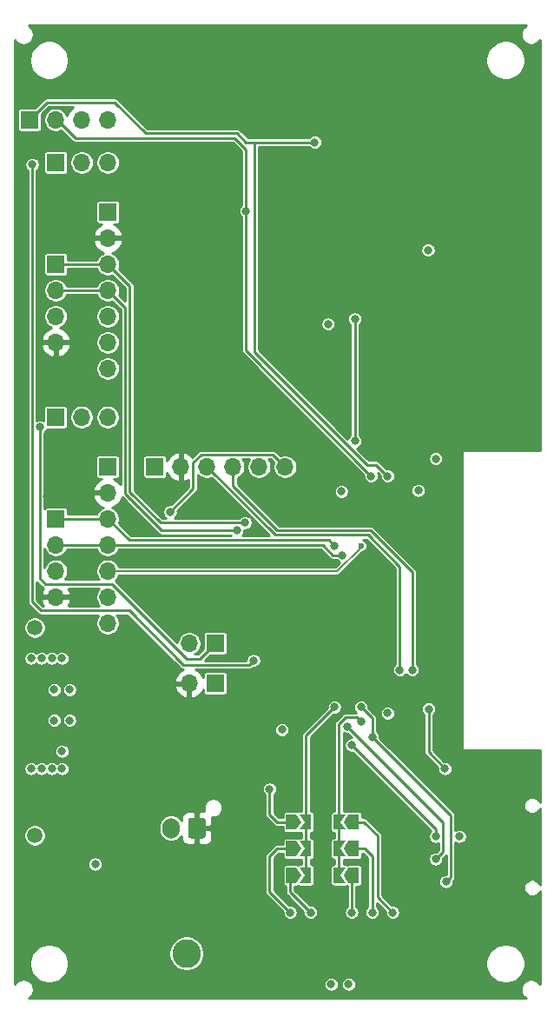
<source format=gbr>
%TF.GenerationSoftware,KiCad,Pcbnew,(5.1.10)-1*%
%TF.CreationDate,2021-05-28T10:13:55+00:00*%
%TF.ProjectId,co2_sensor_node,636f325f-7365-46e7-936f-725f6e6f6465,rev?*%
%TF.SameCoordinates,Original*%
%TF.FileFunction,Copper,L4,Bot*%
%TF.FilePolarity,Positive*%
%FSLAX46Y46*%
G04 Gerber Fmt 4.6, Leading zero omitted, Abs format (unit mm)*
G04 Created by KiCad (PCBNEW (5.1.10)-1) date 2021-05-28 10:13:55*
%MOMM*%
%LPD*%
G01*
G04 APERTURE LIST*
%TA.AperFunction,ComponentPad*%
%ADD10O,1.700000X1.700000*%
%TD*%
%TA.AperFunction,ComponentPad*%
%ADD11R,1.700000X1.700000*%
%TD*%
%TA.AperFunction,SMDPad,CuDef*%
%ADD12C,0.100000*%
%TD*%
%TA.AperFunction,SMDPad,CuDef*%
%ADD13R,1.680000X1.680000*%
%TD*%
%TA.AperFunction,ComponentPad*%
%ADD14C,0.500000*%
%TD*%
%TA.AperFunction,ComponentPad*%
%ADD15O,1.700000X2.000000*%
%TD*%
%TA.AperFunction,ComponentPad*%
%ADD16C,2.500000*%
%TD*%
%TA.AperFunction,ComponentPad*%
%ADD17C,2.800000*%
%TD*%
%TA.AperFunction,ViaPad*%
%ADD18C,0.600000*%
%TD*%
%TA.AperFunction,ViaPad*%
%ADD19C,1.500000*%
%TD*%
%TA.AperFunction,ViaPad*%
%ADD20C,0.800000*%
%TD*%
%TA.AperFunction,Conductor*%
%ADD21C,0.250000*%
%TD*%
%TA.AperFunction,Conductor*%
%ADD22C,0.200000*%
%TD*%
%TA.AperFunction,Conductor*%
%ADD23C,0.254000*%
%TD*%
%TA.AperFunction,Conductor*%
%ADD24C,0.100000*%
%TD*%
G04 APERTURE END LIST*
D10*
%TO.P,J15,6*%
%TO.N,/Microprocessor section/BOOT*%
X147500000Y-87600000D03*
%TO.P,J15,5*%
%TO.N,/Microprocessor section/EN*%
X144960000Y-87600000D03*
%TO.P,J15,4*%
%TO.N,/Microprocessor section/TXD0*%
X142420000Y-87600000D03*
%TO.P,J15,3*%
%TO.N,/Microprocessor section/RXD0*%
X139880000Y-87600000D03*
%TO.P,J15,2*%
%TO.N,GND*%
X137340000Y-87600000D03*
D11*
%TO.P,J15,1*%
%TO.N,+3V3*%
X134800000Y-87600000D03*
%TD*%
%TA.AperFunction,SMDPad,CuDef*%
D12*
%TO.P,J13,1*%
%TO.N,Net-(J13-Pad1)*%
G36*
X149100000Y-124800000D02*
G01*
X148600000Y-125550000D01*
X147600000Y-125550000D01*
X147600000Y-124050000D01*
X148600000Y-124050000D01*
X149100000Y-124800000D01*
G37*
%TD.AperFunction*%
%TA.AperFunction,SMDPad,CuDef*%
%TO.P,J13,2*%
%TO.N,/LoRa Transceiver/IRQ1*%
G36*
X150050000Y-125550000D02*
G01*
X148900000Y-125550000D01*
X149400000Y-124800000D01*
X148900000Y-124050000D01*
X150050000Y-124050000D01*
X150050000Y-125550000D01*
G37*
%TD.AperFunction*%
%TD*%
%TA.AperFunction,SMDPad,CuDef*%
%TO.P,J12,1*%
%TO.N,Net-(J12-Pad1)*%
G36*
X153200000Y-122200000D02*
G01*
X153700000Y-121450000D01*
X154700000Y-121450000D01*
X154700000Y-122950000D01*
X153700000Y-122950000D01*
X153200000Y-122200000D01*
G37*
%TD.AperFunction*%
%TA.AperFunction,SMDPad,CuDef*%
%TO.P,J12,2*%
%TO.N,/LoRa Transceiver/IRQ2*%
G36*
X152250000Y-121450000D02*
G01*
X153400000Y-121450000D01*
X152900000Y-122200000D01*
X153400000Y-122950000D01*
X152250000Y-122950000D01*
X152250000Y-121450000D01*
G37*
%TD.AperFunction*%
%TD*%
%TA.AperFunction,SMDPad,CuDef*%
%TO.P,J11,1*%
%TO.N,Net-(J11-Pad1)*%
G36*
X149100000Y-127400000D02*
G01*
X148600000Y-128150000D01*
X147600000Y-128150000D01*
X147600000Y-126650000D01*
X148600000Y-126650000D01*
X149100000Y-127400000D01*
G37*
%TD.AperFunction*%
%TA.AperFunction,SMDPad,CuDef*%
%TO.P,J11,2*%
%TO.N,/LoRa Transceiver/IRQ1*%
G36*
X150050000Y-128150000D02*
G01*
X148900000Y-128150000D01*
X149400000Y-127400000D01*
X148900000Y-126650000D01*
X150050000Y-126650000D01*
X150050000Y-128150000D01*
G37*
%TD.AperFunction*%
%TD*%
%TA.AperFunction,SMDPad,CuDef*%
%TO.P,J10,1*%
%TO.N,Net-(J10-Pad1)*%
G36*
X153200000Y-124800000D02*
G01*
X153700000Y-124050000D01*
X154700000Y-124050000D01*
X154700000Y-125550000D01*
X153700000Y-125550000D01*
X153200000Y-124800000D01*
G37*
%TD.AperFunction*%
%TA.AperFunction,SMDPad,CuDef*%
%TO.P,J10,2*%
%TO.N,/LoRa Transceiver/IRQ2*%
G36*
X152250000Y-124050000D02*
G01*
X153400000Y-124050000D01*
X152900000Y-124800000D01*
X153400000Y-125550000D01*
X152250000Y-125550000D01*
X152250000Y-124050000D01*
G37*
%TD.AperFunction*%
%TD*%
%TA.AperFunction,SMDPad,CuDef*%
%TO.P,J9,1*%
%TO.N,Net-(J9-Pad1)*%
G36*
X149100000Y-122200000D02*
G01*
X148600000Y-122950000D01*
X147600000Y-122950000D01*
X147600000Y-121450000D01*
X148600000Y-121450000D01*
X149100000Y-122200000D01*
G37*
%TD.AperFunction*%
%TA.AperFunction,SMDPad,CuDef*%
%TO.P,J9,2*%
%TO.N,/LoRa Transceiver/IRQ1*%
G36*
X150050000Y-122950000D02*
G01*
X148900000Y-122950000D01*
X149400000Y-122200000D01*
X148900000Y-121450000D01*
X150050000Y-121450000D01*
X150050000Y-122950000D01*
G37*
%TD.AperFunction*%
%TD*%
%TA.AperFunction,SMDPad,CuDef*%
%TO.P,J8,1*%
%TO.N,Net-(J8-Pad1)*%
G36*
X153200000Y-127400000D02*
G01*
X153700000Y-126650000D01*
X154700000Y-126650000D01*
X154700000Y-128150000D01*
X153700000Y-128150000D01*
X153200000Y-127400000D01*
G37*
%TD.AperFunction*%
%TA.AperFunction,SMDPad,CuDef*%
%TO.P,J8,2*%
%TO.N,/LoRa Transceiver/IRQ2*%
G36*
X152250000Y-126650000D02*
G01*
X153400000Y-126650000D01*
X152900000Y-127400000D01*
X153400000Y-128150000D01*
X152250000Y-128150000D01*
X152250000Y-126650000D01*
G37*
%TD.AperFunction*%
%TD*%
D13*
%TO.P,U4,17*%
%TO.N,GND*%
X129120000Y-121880000D03*
D14*
X129710000Y-122470000D03*
X128530000Y-122470000D03*
X129710000Y-121290000D03*
X128530000Y-121290000D03*
%TD*%
D13*
%TO.P,U3,17*%
%TO.N,GND*%
X129080000Y-110900000D03*
D14*
X129670000Y-111490000D03*
X128490000Y-111490000D03*
X129670000Y-110310000D03*
X128490000Y-110310000D03*
%TD*%
D10*
%TO.P,JP4,2*%
%TO.N,GND*%
X138160000Y-108700000D03*
D11*
%TO.P,JP4,1*%
%TO.N,/Microprocessor section/BOOT*%
X140700000Y-108700000D03*
%TD*%
D10*
%TO.P,JP3,2*%
%TO.N,+3V3*%
X138160000Y-104800000D03*
D11*
%TO.P,JP3,1*%
%TO.N,/CO2 Sensor Connector 2/ENABLE*%
X140700000Y-104800000D03*
%TD*%
D10*
%TO.P,JP2,3*%
%TO.N,+3V3*%
X130200000Y-82762000D03*
%TO.P,JP2,2*%
%TO.N,Net-(JP2-Pad2)*%
X127660000Y-82762000D03*
D11*
%TO.P,JP2,1*%
%TO.N,+6V*%
X125120000Y-82762000D03*
%TD*%
D10*
%TO.P,JP1,3*%
%TO.N,+3V3*%
X130222000Y-57962000D03*
%TO.P,JP1,2*%
%TO.N,Net-(JP1-Pad2)*%
X127682000Y-57962000D03*
D11*
%TO.P,JP1,1*%
%TO.N,+6V*%
X125142000Y-57962000D03*
%TD*%
D15*
%TO.P,J14,2*%
%TO.N,Net-(J14-Pad2)*%
X136400000Y-122800000D03*
%TO.P,J14,1*%
%TO.N,GND*%
%TA.AperFunction,ComponentPad*%
G36*
G01*
X139750000Y-122050000D02*
X139750000Y-123550000D01*
G75*
G02*
X139500000Y-123800000I-250000J0D01*
G01*
X138300000Y-123800000D01*
G75*
G02*
X138050000Y-123550000I0J250000D01*
G01*
X138050000Y-122050000D01*
G75*
G02*
X138300000Y-121800000I250000J0D01*
G01*
X139500000Y-121800000D01*
G75*
G02*
X139750000Y-122050000I0J-250000D01*
G01*
G37*
%TD.AperFunction*%
%TD*%
D16*
%TO.P,J7,2*%
%TO.N,GND*%
X140440000Y-132460000D03*
X135360000Y-132460000D03*
X135360000Y-137540000D03*
X140440000Y-137540000D03*
D17*
%TO.P,J7,1*%
%TO.N,Net-(J7-Pad1)*%
X137900000Y-135000000D03*
%TD*%
D10*
%TO.P,J5,4*%
%TO.N,+3V3*%
X130200000Y-53800000D03*
%TO.P,J5,3*%
%TO.N,GND*%
X127660000Y-53800000D03*
%TO.P,J5,2*%
%TO.N,/Microprocessor section/I2C_SCL*%
X125120000Y-53800000D03*
D11*
%TO.P,J5,1*%
%TO.N,/Microprocessor section/I2C_SDA*%
X122580000Y-53800000D03*
%TD*%
D10*
%TO.P,J4,4*%
%TO.N,GND*%
X125158000Y-100288000D03*
%TO.P,J4,3*%
%TO.N,/CO2 Sensor Connector 2/VCC*%
X125158000Y-97748000D03*
%TO.P,J4,2*%
%TO.N,/Microprocessor section/UART2_TX*%
X125158000Y-95208000D03*
D11*
%TO.P,J4,1*%
%TO.N,/Microprocessor section/UART2_RX*%
X125158000Y-92668000D03*
%TD*%
D10*
%TO.P,J3,7*%
%TO.N,/CO2 Sensor Connector 2/VCC*%
X130200000Y-102828000D03*
%TO.P,J3,6*%
%TO.N,Net-(J3-Pad6)*%
X130200000Y-100288000D03*
%TO.P,J3,5*%
%TO.N,/CO2 Sensor Connector 2/N_RDY*%
X130200000Y-97748000D03*
%TO.P,J3,4*%
%TO.N,/Microprocessor section/UART2_TX*%
X130200000Y-95208000D03*
%TO.P,J3,3*%
%TO.N,/Microprocessor section/UART2_RX*%
X130200000Y-92668000D03*
%TO.P,J3,2*%
%TO.N,GND*%
X130200000Y-90128000D03*
D11*
%TO.P,J3,1*%
%TO.N,/CO2 Sensor Connector 2/VCC*%
X130200000Y-87588000D03*
%TD*%
D10*
%TO.P,J2,4*%
%TO.N,GND*%
X125142000Y-75488000D03*
%TO.P,J2,3*%
%TO.N,/CO2 Sensor Connector 1/VCC*%
X125142000Y-72948000D03*
%TO.P,J2,2*%
%TO.N,/Microprocessor section/UART1_TX*%
X125142000Y-70408000D03*
D11*
%TO.P,J2,1*%
%TO.N,/Microprocessor section/UART1_RX*%
X125142000Y-67868000D03*
%TD*%
D10*
%TO.P,J1,7*%
%TO.N,/CO2 Sensor Connector 1/VCC*%
X130222000Y-78028000D03*
%TO.P,J1,6*%
%TO.N,Net-(J1-Pad6)*%
X130222000Y-75488000D03*
%TO.P,J1,5*%
%TO.N,/CO2 Sensor Connector 1/N_RDY*%
X130222000Y-72948000D03*
%TO.P,J1,4*%
%TO.N,/Microprocessor section/UART1_TX*%
X130222000Y-70408000D03*
%TO.P,J1,3*%
%TO.N,/Microprocessor section/UART1_RX*%
X130222000Y-67868000D03*
%TO.P,J1,2*%
%TO.N,GND*%
X130222000Y-65328000D03*
D11*
%TO.P,J1,1*%
%TO.N,/CO2 Sensor Connector 1/VCC*%
X130222000Y-62788000D03*
%TD*%
D18*
%TO.N,GND*%
X136600000Y-112000000D03*
X136400000Y-115000000D03*
X136400000Y-116500000D03*
X136600000Y-113500000D03*
D19*
X123100000Y-129000000D03*
D18*
X172000000Y-133900000D03*
X172000000Y-126400000D03*
X172000000Y-123900000D03*
X172000000Y-118900000D03*
X172000000Y-136400000D03*
X172002000Y-50034000D03*
X172002000Y-80034000D03*
X172002000Y-65034000D03*
X172002000Y-57534000D03*
X172002000Y-70034000D03*
X172002000Y-52534000D03*
X172002000Y-75034000D03*
X172002000Y-62534000D03*
X172002000Y-77534000D03*
X172002000Y-85034000D03*
X172002000Y-67534000D03*
X172002000Y-55034000D03*
X172002000Y-60034000D03*
X172002000Y-82534000D03*
X172002000Y-72534000D03*
X147000000Y-45000000D03*
X164500000Y-45000000D03*
X144500000Y-45000000D03*
X167000000Y-45000000D03*
X142000000Y-45000000D03*
X139500000Y-45000000D03*
X124500000Y-45000000D03*
X159500000Y-45000000D03*
X132000000Y-45000000D03*
X154500000Y-45000000D03*
X137000000Y-45000000D03*
X129500000Y-45000000D03*
X157000000Y-45000000D03*
X134500000Y-45000000D03*
X152000000Y-45000000D03*
X149500000Y-45000000D03*
X169500000Y-45000000D03*
X162000000Y-45000000D03*
X127000000Y-45000000D03*
X121600000Y-66000000D03*
X121600000Y-68500000D03*
X121600000Y-71000000D03*
X121600000Y-73500000D03*
X121600000Y-76000000D03*
X121600000Y-78500000D03*
X121600000Y-81000000D03*
X121600000Y-91000000D03*
X121600000Y-93500000D03*
X121600000Y-96000000D03*
X121600000Y-98500000D03*
X169100000Y-139000000D03*
X166600000Y-139000000D03*
X164100000Y-139000000D03*
X161600000Y-139000000D03*
X159100000Y-139000000D03*
X156600000Y-139000000D03*
X154100000Y-139000000D03*
X151600000Y-139000000D03*
X149100000Y-139000000D03*
X146600000Y-139000000D03*
X126600000Y-139000000D03*
X129100000Y-139000000D03*
X131600000Y-139000000D03*
X134100000Y-139000000D03*
X141600000Y-139000000D03*
X136600000Y-139000000D03*
X144100000Y-139000000D03*
X139100000Y-139000000D03*
X124100000Y-139000000D03*
X121600000Y-120000000D03*
X121600000Y-123000000D03*
X121600000Y-115500000D03*
X121600000Y-118500000D03*
X121600000Y-114000000D03*
X121600000Y-126000000D03*
X121600000Y-124500000D03*
X121600000Y-121500000D03*
X121600000Y-117000000D03*
X121600000Y-106500000D03*
X121600000Y-109500000D03*
X121600000Y-102000000D03*
X121600000Y-105000000D03*
X121600000Y-100500000D03*
X121600000Y-112500000D03*
X121600000Y-111000000D03*
X121600000Y-108000000D03*
X121600000Y-103500000D03*
X143650000Y-131200000D03*
X144350000Y-131200000D03*
X143000000Y-132900000D03*
X143000000Y-132200000D03*
X145000000Y-133600000D03*
X145000000Y-132900000D03*
X145000000Y-132200000D03*
X145000000Y-131500000D03*
X143000000Y-131500000D03*
X139700000Y-134200000D03*
X143000000Y-133600000D03*
X140400000Y-134200000D03*
X141100000Y-134200000D03*
X141800000Y-134200000D03*
X142500000Y-134200000D03*
X140400000Y-135800000D03*
X139700000Y-135800000D03*
X141100000Y-135800000D03*
D20*
X146000000Y-134700000D03*
X144000000Y-114900000D03*
X144300000Y-94000000D03*
X124650000Y-60750000D03*
X150500000Y-85000000D03*
X143700000Y-101400000D03*
X149100000Y-136300000D03*
X156600000Y-136300000D03*
X159000000Y-130200000D03*
X163800000Y-111100000D03*
X163800000Y-86800000D03*
X162200000Y-126900000D03*
X128600000Y-115600000D03*
X129700000Y-115600000D03*
X130900000Y-115600000D03*
X123000000Y-114000000D03*
X123100000Y-124900000D03*
X133400000Y-124900000D03*
D18*
X141800000Y-135800000D03*
X142500000Y-135800000D03*
X143200000Y-135800000D03*
X144800000Y-134300000D03*
X143900000Y-135500000D03*
X144500000Y-135000000D03*
X124600000Y-85600000D03*
D20*
X124300000Y-90500000D03*
X124300000Y-65700000D03*
D18*
X122100000Y-127500000D03*
X123600000Y-127500000D03*
X125100000Y-127500000D03*
X126600000Y-127500000D03*
X128100000Y-127500000D03*
X129600000Y-127500000D03*
X131100000Y-127500000D03*
X132600000Y-127500000D03*
X134100000Y-127500000D03*
X135100000Y-126500000D03*
X135100000Y-125000000D03*
X135100000Y-123500000D03*
X135100000Y-122000000D03*
X135100000Y-120500000D03*
X135100000Y-119000000D03*
X125100000Y-104500000D03*
X126600000Y-104500000D03*
X128100000Y-104500000D03*
X129600000Y-104500000D03*
X131100000Y-104500000D03*
X132600000Y-104500000D03*
X134100000Y-104500000D03*
X135100000Y-105500000D03*
X135100000Y-107000000D03*
X135100000Y-108500000D03*
X135100000Y-110000000D03*
X121600000Y-136500000D03*
X121600000Y-134000000D03*
X121600000Y-131500000D03*
X121600000Y-129000000D03*
X121600000Y-48000000D03*
X121600000Y-51000000D03*
X121600000Y-56000000D03*
X136600000Y-51000000D03*
X146600000Y-51000000D03*
X156600000Y-51000000D03*
X166600000Y-51000000D03*
X166600000Y-61000000D03*
X166600000Y-71000000D03*
X166600000Y-81000000D03*
X156600000Y-81000000D03*
X146600000Y-81000000D03*
X136600000Y-81000000D03*
X136600000Y-71000000D03*
X136600000Y-61000000D03*
X151600000Y-101000000D03*
X161600000Y-96000000D03*
X161600000Y-106000000D03*
X141600000Y-96000000D03*
X131600000Y-131000000D03*
X161600000Y-136000000D03*
X151100000Y-128000000D03*
X156600000Y-121000000D03*
X166600000Y-121000000D03*
X141600000Y-126000000D03*
X133100000Y-93500000D03*
X134600000Y-100000000D03*
X126100000Y-79000000D03*
X151100000Y-122000000D03*
X145100000Y-123500000D03*
D20*
X127500000Y-120300000D03*
X126500000Y-120300000D03*
X125000000Y-120300000D03*
D18*
X172002000Y-47534000D03*
D20*
X135750000Y-135500000D03*
X135750000Y-134500000D03*
X137250000Y-132750000D03*
X138500000Y-132750000D03*
X137250000Y-137000000D03*
X138500000Y-137000000D03*
D19*
%TO.N,+3V3*%
X123100000Y-123500000D03*
D20*
X126500000Y-112300000D03*
X125000000Y-112300000D03*
X125000000Y-109300000D03*
X126500000Y-109300000D03*
X122750000Y-117000000D03*
X123750000Y-117000000D03*
X124750000Y-117000000D03*
X125750000Y-117000000D03*
X147200000Y-113200000D03*
X160490000Y-89900000D03*
X153000000Y-90000000D03*
X151700000Y-73700000D03*
X161450000Y-66500000D03*
X152000000Y-138000000D03*
X153700000Y-138000000D03*
X162200000Y-86800000D03*
X164500008Y-123600000D03*
X157500000Y-111600000D03*
X129000000Y-126300000D03*
D19*
%TO.N,+6V*%
X123100000Y-103250000D03*
D20*
X122750000Y-106250000D03*
X123750000Y-106250000D03*
X124750000Y-106250000D03*
X125750000Y-106250000D03*
X125750000Y-115300028D03*
%TO.N,/Microprocessor section/UART1_TX*%
X142799992Y-93825022D03*
%TO.N,/Microprocessor section/UART1_RX*%
X143600000Y-93034941D03*
D18*
%TO.N,/CO2 Sensor Connector 2/N_RDY*%
X154900000Y-95300000D03*
D20*
%TO.N,/Microprocessor section/UART2_TX*%
X153100006Y-96200000D03*
%TO.N,/Microprocessor section/UART2_RX*%
X152332653Y-95300000D03*
%TO.N,/Microprocessor section/I2C_SCL*%
X155900000Y-88500000D03*
X143700000Y-62700000D03*
%TO.N,/Microprocessor section/I2C_SDA*%
X157500000Y-88500000D03*
X150400000Y-56000000D03*
%TO.N,/SD Card/CSN*%
X163100000Y-117000000D03*
X161500000Y-111200014D03*
%TO.N,/LoRa Transceiver/MISO*%
X163200000Y-128000000D03*
X154900000Y-111000000D03*
X156000000Y-113900000D03*
%TO.N,/LoRa Transceiver/SCLK*%
X162200000Y-125800000D03*
X153595000Y-112905000D03*
%TO.N,/LoRa Transceiver/MOSI*%
X154000000Y-114700000D03*
X162200000Y-123600000D03*
%TO.N,/LoRa Transceiver/IRQ2*%
X154900000Y-112400000D03*
%TO.N,Net-(J8-Pad1)*%
X154000000Y-131000000D03*
%TO.N,/LoRa Transceiver/IRQ1*%
X152325000Y-111000000D03*
%TO.N,Net-(J10-Pad1)*%
X156000000Y-131000000D03*
%TO.N,Net-(J12-Pad1)*%
X158000000Y-131000000D03*
%TO.N,/Microprocessor section/BOOT*%
X136300000Y-92000000D03*
%TO.N,/Microprocessor section/TXD0*%
X159900000Y-107400000D03*
%TO.N,/Microprocessor section/RXD0*%
X158700000Y-107400000D03*
%TO.N,/CO2 Sensor Connector 1/ENABLE*%
X122850000Y-58150000D03*
X144433032Y-106467000D03*
%TO.N,/CO2 Sensor Connector 2/ENABLE*%
X123575000Y-83750000D03*
%TO.N,/GNSS/ENABLE*%
X154300000Y-85100000D03*
X154299988Y-73200000D03*
%TO.N,Net-(J9-Pad1)*%
X146000000Y-119000000D03*
%TO.N,Net-(J11-Pad1)*%
X150000000Y-131000000D03*
%TO.N,Net-(J13-Pad1)*%
X148000000Y-131000000D03*
%TD*%
D21*
%TO.N,/Microprocessor section/UART1_TX*%
X130222000Y-70408000D02*
X125142000Y-70408000D01*
X135488611Y-93825022D02*
X142799992Y-93825022D01*
X131900000Y-90236411D02*
X135488611Y-93825022D01*
X131900000Y-72086000D02*
X131900000Y-90236411D01*
X130222000Y-70408000D02*
X131900000Y-72086000D01*
%TO.N,/Microprocessor section/UART1_RX*%
X130222000Y-67868000D02*
X125142000Y-67868000D01*
X135334941Y-93034941D02*
X143600000Y-93034941D01*
X130222000Y-67868000D02*
X132350011Y-69996011D01*
X132350011Y-69996011D02*
X132350011Y-90050011D01*
X132350011Y-90050011D02*
X135334941Y-93034941D01*
D22*
%TO.N,/CO2 Sensor Connector 2/N_RDY*%
X154900000Y-95436008D02*
X154900000Y-95300000D01*
X152588008Y-97748000D02*
X154900000Y-95436008D01*
X130238000Y-97748000D02*
X152588008Y-97748000D01*
D21*
%TO.N,/Microprocessor section/UART2_TX*%
X152159649Y-96200000D02*
X153100006Y-96200000D01*
X151167649Y-95208000D02*
X152159649Y-96200000D01*
X130238000Y-95208000D02*
X151167649Y-95208000D01*
X130238000Y-95208000D02*
X125158000Y-95208000D01*
%TO.N,/Microprocessor section/UART2_RX*%
X130238000Y-92668000D02*
X132327989Y-94757989D01*
X132327989Y-94757989D02*
X151790642Y-94757989D01*
X151790642Y-94757989D02*
X152332653Y-95300000D01*
X130238000Y-92668000D02*
X125158000Y-92668000D01*
%TO.N,/Microprocessor section/I2C_SCL*%
X143700000Y-56700000D02*
X142600000Y-55600000D01*
X125259002Y-53800000D02*
X125120000Y-53800000D01*
X127059002Y-55600000D02*
X125259002Y-53800000D01*
X142600000Y-55600000D02*
X127059002Y-55600000D01*
X143700000Y-62700000D02*
X143700000Y-56700000D01*
X155900000Y-88500000D02*
X143700000Y-76300000D01*
X143700000Y-76300000D02*
X143700000Y-62700000D01*
%TO.N,/Microprocessor section/I2C_SDA*%
X124280000Y-52100000D02*
X122580000Y-53800000D01*
X130900000Y-52100000D02*
X124280000Y-52100000D01*
X133900000Y-55100000D02*
X130900000Y-52100000D01*
X142800000Y-55100000D02*
X133900000Y-55100000D01*
X143700000Y-56000000D02*
X142800000Y-55100000D01*
X150400000Y-56000000D02*
X143700000Y-56000000D01*
X155500000Y-87400000D02*
X144500000Y-76400000D01*
X156400000Y-87400000D02*
X155500000Y-87400000D01*
X144500000Y-76400000D02*
X144500000Y-56000000D01*
X157500000Y-88500000D02*
X156400000Y-87400000D01*
X144500000Y-56000000D02*
X150400000Y-56000000D01*
%TO.N,/SD Card/CSN*%
X163100000Y-117000000D02*
X161500000Y-115400000D01*
X161500000Y-115400000D02*
X161500000Y-111200014D01*
%TO.N,/LoRa Transceiver/MISO*%
X163650011Y-127549989D02*
X163650011Y-121550011D01*
X163650011Y-121550011D02*
X156000000Y-113900000D01*
X156000000Y-112100000D02*
X156000000Y-113900000D01*
X163200000Y-128000000D02*
X163650011Y-127549989D01*
X154900000Y-111000000D02*
X156000000Y-112100000D01*
%TO.N,/LoRa Transceiver/SCLK*%
X153994999Y-113304999D02*
X153595000Y-112905000D01*
X162925001Y-125074999D02*
X162925001Y-122235001D01*
X162200000Y-125800000D02*
X162925001Y-125074999D01*
X162925001Y-122235001D02*
X153994999Y-113304999D01*
%TO.N,/LoRa Transceiver/MOSI*%
X154000000Y-114700000D02*
X162200000Y-122900000D01*
X162200000Y-122900000D02*
X162200000Y-123600000D01*
%TO.N,/LoRa Transceiver/IRQ2*%
X152750000Y-127400000D02*
X152750000Y-124800000D01*
X152750000Y-124800000D02*
X152750000Y-122200000D01*
X152750000Y-122200000D02*
X152750000Y-112666996D01*
X152750000Y-112666996D02*
X153416995Y-112000001D01*
X153416995Y-112000001D02*
X154500001Y-112000001D01*
X154500001Y-112000001D02*
X154900000Y-112400000D01*
%TO.N,Net-(J8-Pad1)*%
X154000000Y-127600000D02*
X154200000Y-127400000D01*
X154000000Y-131000000D02*
X154000000Y-127600000D01*
%TO.N,/LoRa Transceiver/IRQ1*%
X149550000Y-127400000D02*
X149550000Y-124800000D01*
X149550000Y-124800000D02*
X149550000Y-122200000D01*
X149550000Y-122200000D02*
X149550000Y-113775000D01*
X149550000Y-113775000D02*
X152325000Y-111000000D01*
%TO.N,Net-(J10-Pad1)*%
X156000000Y-131000000D02*
X156000000Y-125500000D01*
X155300000Y-124800000D02*
X154200000Y-124800000D01*
X156000000Y-125500000D02*
X155300000Y-124800000D01*
%TO.N,Net-(J12-Pad1)*%
X156500000Y-129500000D02*
X156500000Y-123500000D01*
X155200000Y-122200000D02*
X154200000Y-122200000D01*
X158000000Y-131000000D02*
X156500000Y-129500000D01*
X156500000Y-123500000D02*
X155200000Y-122200000D01*
%TO.N,/Microprocessor section/BOOT*%
X138549999Y-87190999D02*
X138549999Y-89750001D01*
X146324999Y-86424999D02*
X139315999Y-86424999D01*
X138549999Y-89750001D02*
X136300000Y-92000000D01*
X147500000Y-87600000D02*
X146324999Y-86424999D01*
X139315999Y-86424999D02*
X138549999Y-87190999D01*
%TO.N,/Microprocessor section/TXD0*%
X159900000Y-97863589D02*
X159900000Y-107400000D01*
X155836411Y-93800000D02*
X159900000Y-97863589D01*
X146750000Y-93800000D02*
X155836411Y-93800000D01*
X142420000Y-89470000D02*
X146750000Y-93800000D01*
X142420000Y-87600000D02*
X142420000Y-89470000D01*
%TO.N,/Microprocessor section/RXD0*%
X158700000Y-97300000D02*
X158700000Y-106834315D01*
X155650011Y-94250011D02*
X158700000Y-97300000D01*
X146550011Y-94250011D02*
X155650011Y-94250011D01*
X139900000Y-87600000D02*
X146550011Y-94250011D01*
X158700000Y-106834315D02*
X158700000Y-107400000D01*
X139880000Y-87600000D02*
X139900000Y-87600000D01*
%TO.N,/CO2 Sensor Connector 1/ENABLE*%
X137700000Y-106900000D02*
X137699989Y-106900011D01*
X137600000Y-106900000D02*
X137700000Y-106900000D01*
X132300000Y-101600000D02*
X137600000Y-106900000D01*
X123713589Y-101600000D02*
X132300000Y-101600000D01*
X122850000Y-100736411D02*
X123713589Y-101600000D01*
X122850000Y-58150000D02*
X122850000Y-100736411D01*
X144433032Y-106467000D02*
X144000032Y-106900000D01*
X144000032Y-106900000D02*
X137700000Y-106900000D01*
%TO.N,/CO2 Sensor Connector 2/ENABLE*%
X137936410Y-106300000D02*
X139200000Y-106300000D01*
X130636410Y-99000000D02*
X137936410Y-106300000D01*
X124100000Y-99000000D02*
X130636410Y-99000000D01*
X139200000Y-106300000D02*
X140700000Y-104800000D01*
X123575000Y-98475000D02*
X124100000Y-99000000D01*
X123575000Y-83750000D02*
X123575000Y-98475000D01*
%TO.N,/GNSS/ENABLE*%
X154300000Y-85100000D02*
X154300000Y-73200012D01*
X154300000Y-73200012D02*
X154299988Y-73200000D01*
%TO.N,Net-(J9-Pad1)*%
X146000000Y-119000000D02*
X146000000Y-121500000D01*
X146700000Y-122200000D02*
X148100000Y-122200000D01*
X146000000Y-121500000D02*
X146700000Y-122200000D01*
%TO.N,Net-(J11-Pad1)*%
X148000000Y-127500000D02*
X148100000Y-127400000D01*
X148000000Y-129000000D02*
X148000000Y-127500000D01*
X150000000Y-131000000D02*
X148000000Y-129000000D01*
%TO.N,Net-(J13-Pad1)*%
X146000000Y-125500000D02*
X146700000Y-124800000D01*
X146700000Y-124800000D02*
X148100000Y-124800000D01*
X146000000Y-129000000D02*
X146000000Y-125500000D01*
X148000000Y-131000000D02*
X146000000Y-129000000D01*
%TD*%
D23*
%TO.N,GND*%
X170860625Y-44720919D02*
X170720919Y-44860625D01*
X170611153Y-45024901D01*
X170535545Y-45207436D01*
X170497000Y-45401213D01*
X170497000Y-45598787D01*
X170535545Y-45792564D01*
X170611153Y-45975099D01*
X170720919Y-46139375D01*
X170860625Y-46279081D01*
X171024901Y-46388847D01*
X171207436Y-46464455D01*
X171401213Y-46503000D01*
X171598787Y-46503000D01*
X171792564Y-46464455D01*
X171975099Y-46388847D01*
X172139375Y-46279081D01*
X172279081Y-46139375D01*
X172373000Y-45998816D01*
X172373000Y-85953906D01*
X164900000Y-85953906D01*
X164875224Y-85956346D01*
X164851399Y-85963573D01*
X164829443Y-85975309D01*
X164810197Y-85991103D01*
X164794403Y-86010349D01*
X164782667Y-86032305D01*
X164775440Y-86056130D01*
X164773000Y-86080906D01*
X164773000Y-115080906D01*
X164775440Y-115105682D01*
X164782667Y-115129507D01*
X164794403Y-115151463D01*
X164810197Y-115170709D01*
X164829443Y-115186503D01*
X164851399Y-115198239D01*
X164875224Y-115205466D01*
X164900000Y-115207906D01*
X172373000Y-115207906D01*
X172373000Y-120305134D01*
X172332877Y-120208269D01*
X172242372Y-120072819D01*
X172127181Y-119957628D01*
X171991731Y-119867123D01*
X171841227Y-119804782D01*
X171681452Y-119773000D01*
X171518548Y-119773000D01*
X171358773Y-119804782D01*
X171208269Y-119867123D01*
X171072819Y-119957628D01*
X170957628Y-120072819D01*
X170867123Y-120208269D01*
X170804782Y-120358773D01*
X170773000Y-120518548D01*
X170773000Y-120681452D01*
X170804782Y-120841227D01*
X170867123Y-120991731D01*
X170957628Y-121127181D01*
X171072819Y-121242372D01*
X171208269Y-121332877D01*
X171358773Y-121395218D01*
X171518548Y-121427000D01*
X171681452Y-121427000D01*
X171841227Y-121395218D01*
X171991731Y-121332877D01*
X172127181Y-121242372D01*
X172242372Y-121127181D01*
X172332877Y-120991731D01*
X172373000Y-120894866D01*
X172373000Y-128305134D01*
X172332877Y-128208269D01*
X172242372Y-128072819D01*
X172127181Y-127957628D01*
X171991731Y-127867123D01*
X171841227Y-127804782D01*
X171681452Y-127773000D01*
X171518548Y-127773000D01*
X171358773Y-127804782D01*
X171208269Y-127867123D01*
X171072819Y-127957628D01*
X170957628Y-128072819D01*
X170867123Y-128208269D01*
X170804782Y-128358773D01*
X170773000Y-128518548D01*
X170773000Y-128681452D01*
X170804782Y-128841227D01*
X170867123Y-128991731D01*
X170957628Y-129127181D01*
X171072819Y-129242372D01*
X171208269Y-129332877D01*
X171358773Y-129395218D01*
X171518548Y-129427000D01*
X171681452Y-129427000D01*
X171841227Y-129395218D01*
X171991731Y-129332877D01*
X172127181Y-129242372D01*
X172242372Y-129127181D01*
X172332877Y-128991731D01*
X172373000Y-128894866D01*
X172373000Y-138001184D01*
X172279081Y-137860625D01*
X172139375Y-137720919D01*
X171975099Y-137611153D01*
X171792564Y-137535545D01*
X171598787Y-137497000D01*
X171401213Y-137497000D01*
X171207436Y-137535545D01*
X171024901Y-137611153D01*
X170860625Y-137720919D01*
X170720919Y-137860625D01*
X170611153Y-138024901D01*
X170535545Y-138207436D01*
X170497000Y-138401213D01*
X170497000Y-138598787D01*
X170535545Y-138792564D01*
X170611153Y-138975099D01*
X170720919Y-139139375D01*
X170860625Y-139279081D01*
X171001184Y-139373000D01*
X122498816Y-139373000D01*
X122639375Y-139279081D01*
X122779081Y-139139375D01*
X122888847Y-138975099D01*
X122964455Y-138792564D01*
X123003000Y-138598787D01*
X123003000Y-138401213D01*
X122964455Y-138207436D01*
X122888847Y-138024901D01*
X122824365Y-137928397D01*
X151273000Y-137928397D01*
X151273000Y-138071603D01*
X151300938Y-138212058D01*
X151355741Y-138344364D01*
X151435302Y-138463436D01*
X151536564Y-138564698D01*
X151655636Y-138644259D01*
X151787942Y-138699062D01*
X151928397Y-138727000D01*
X152071603Y-138727000D01*
X152212058Y-138699062D01*
X152344364Y-138644259D01*
X152463436Y-138564698D01*
X152564698Y-138463436D01*
X152644259Y-138344364D01*
X152699062Y-138212058D01*
X152727000Y-138071603D01*
X152727000Y-137928397D01*
X152973000Y-137928397D01*
X152973000Y-138071603D01*
X153000938Y-138212058D01*
X153055741Y-138344364D01*
X153135302Y-138463436D01*
X153236564Y-138564698D01*
X153355636Y-138644259D01*
X153487942Y-138699062D01*
X153628397Y-138727000D01*
X153771603Y-138727000D01*
X153912058Y-138699062D01*
X154044364Y-138644259D01*
X154163436Y-138564698D01*
X154264698Y-138463436D01*
X154344259Y-138344364D01*
X154399062Y-138212058D01*
X154427000Y-138071603D01*
X154427000Y-137928397D01*
X154399062Y-137787942D01*
X154344259Y-137655636D01*
X154264698Y-137536564D01*
X154163436Y-137435302D01*
X154044364Y-137355741D01*
X153912058Y-137300938D01*
X153771603Y-137273000D01*
X153628397Y-137273000D01*
X153487942Y-137300938D01*
X153355636Y-137355741D01*
X153236564Y-137435302D01*
X153135302Y-137536564D01*
X153055741Y-137655636D01*
X153000938Y-137787942D01*
X152973000Y-137928397D01*
X152727000Y-137928397D01*
X152699062Y-137787942D01*
X152644259Y-137655636D01*
X152564698Y-137536564D01*
X152463436Y-137435302D01*
X152344364Y-137355741D01*
X152212058Y-137300938D01*
X152071603Y-137273000D01*
X151928397Y-137273000D01*
X151787942Y-137300938D01*
X151655636Y-137355741D01*
X151536564Y-137435302D01*
X151435302Y-137536564D01*
X151355741Y-137655636D01*
X151300938Y-137787942D01*
X151273000Y-137928397D01*
X122824365Y-137928397D01*
X122779081Y-137860625D01*
X122639375Y-137720919D01*
X122475099Y-137611153D01*
X122292564Y-137535545D01*
X122098787Y-137497000D01*
X121901213Y-137497000D01*
X121707436Y-137535545D01*
X121524901Y-137611153D01*
X121360625Y-137720919D01*
X121220919Y-137860625D01*
X121127000Y-138001184D01*
X121127000Y-135810207D01*
X122573000Y-135810207D01*
X122573000Y-136189793D01*
X122647053Y-136562085D01*
X122792315Y-136912777D01*
X123003201Y-137228391D01*
X123271609Y-137496799D01*
X123587223Y-137707685D01*
X123937915Y-137852947D01*
X124310207Y-137927000D01*
X124689793Y-137927000D01*
X125062085Y-137852947D01*
X125412777Y-137707685D01*
X125728391Y-137496799D01*
X125996799Y-137228391D01*
X126207685Y-136912777D01*
X126352947Y-136562085D01*
X126427000Y-136189793D01*
X126427000Y-135810207D01*
X126352947Y-135437915D01*
X126207685Y-135087223D01*
X126035752Y-134829905D01*
X136173000Y-134829905D01*
X136173000Y-135170095D01*
X136239368Y-135503747D01*
X136369553Y-135818041D01*
X136558552Y-136100898D01*
X136799102Y-136341448D01*
X137081959Y-136530447D01*
X137396253Y-136660632D01*
X137729905Y-136727000D01*
X138070095Y-136727000D01*
X138403747Y-136660632D01*
X138718041Y-136530447D01*
X139000898Y-136341448D01*
X139241448Y-136100898D01*
X139430447Y-135818041D01*
X139433691Y-135810207D01*
X167073000Y-135810207D01*
X167073000Y-136189793D01*
X167147053Y-136562085D01*
X167292315Y-136912777D01*
X167503201Y-137228391D01*
X167771609Y-137496799D01*
X168087223Y-137707685D01*
X168437915Y-137852947D01*
X168810207Y-137927000D01*
X169189793Y-137927000D01*
X169562085Y-137852947D01*
X169912777Y-137707685D01*
X170228391Y-137496799D01*
X170496799Y-137228391D01*
X170707685Y-136912777D01*
X170852947Y-136562085D01*
X170927000Y-136189793D01*
X170927000Y-135810207D01*
X170852947Y-135437915D01*
X170707685Y-135087223D01*
X170496799Y-134771609D01*
X170228391Y-134503201D01*
X169912777Y-134292315D01*
X169562085Y-134147053D01*
X169189793Y-134073000D01*
X168810207Y-134073000D01*
X168437915Y-134147053D01*
X168087223Y-134292315D01*
X167771609Y-134503201D01*
X167503201Y-134771609D01*
X167292315Y-135087223D01*
X167147053Y-135437915D01*
X167073000Y-135810207D01*
X139433691Y-135810207D01*
X139560632Y-135503747D01*
X139627000Y-135170095D01*
X139627000Y-134829905D01*
X139560632Y-134496253D01*
X139430447Y-134181959D01*
X139241448Y-133899102D01*
X139000898Y-133658552D01*
X138718041Y-133469553D01*
X138403747Y-133339368D01*
X138070095Y-133273000D01*
X137729905Y-133273000D01*
X137396253Y-133339368D01*
X137081959Y-133469553D01*
X136799102Y-133658552D01*
X136558552Y-133899102D01*
X136369553Y-134181959D01*
X136239368Y-134496253D01*
X136173000Y-134829905D01*
X126035752Y-134829905D01*
X125996799Y-134771609D01*
X125728391Y-134503201D01*
X125412777Y-134292315D01*
X125062085Y-134147053D01*
X124689793Y-134073000D01*
X124310207Y-134073000D01*
X123937915Y-134147053D01*
X123587223Y-134292315D01*
X123271609Y-134503201D01*
X123003201Y-134771609D01*
X122792315Y-135087223D01*
X122647053Y-135437915D01*
X122573000Y-135810207D01*
X121127000Y-135810207D01*
X121127000Y-126228397D01*
X128273000Y-126228397D01*
X128273000Y-126371603D01*
X128300938Y-126512058D01*
X128355741Y-126644364D01*
X128435302Y-126763436D01*
X128536564Y-126864698D01*
X128655636Y-126944259D01*
X128787942Y-126999062D01*
X128928397Y-127027000D01*
X129071603Y-127027000D01*
X129212058Y-126999062D01*
X129344364Y-126944259D01*
X129463436Y-126864698D01*
X129564698Y-126763436D01*
X129644259Y-126644364D01*
X129699062Y-126512058D01*
X129727000Y-126371603D01*
X129727000Y-126228397D01*
X129699062Y-126087942D01*
X129644259Y-125955636D01*
X129564698Y-125836564D01*
X129463436Y-125735302D01*
X129344364Y-125655741D01*
X129212058Y-125600938D01*
X129071603Y-125573000D01*
X128928397Y-125573000D01*
X128787942Y-125600938D01*
X128655636Y-125655741D01*
X128536564Y-125735302D01*
X128435302Y-125836564D01*
X128355741Y-125955636D01*
X128300938Y-126087942D01*
X128273000Y-126228397D01*
X121127000Y-126228397D01*
X121127000Y-123393925D01*
X122023000Y-123393925D01*
X122023000Y-123606075D01*
X122064389Y-123814149D01*
X122145575Y-124010151D01*
X122263440Y-124186547D01*
X122413453Y-124336560D01*
X122589849Y-124454425D01*
X122785851Y-124535611D01*
X122993925Y-124577000D01*
X123206075Y-124577000D01*
X123414149Y-124535611D01*
X123610151Y-124454425D01*
X123786547Y-124336560D01*
X123936560Y-124186547D01*
X124054425Y-124010151D01*
X124135611Y-123814149D01*
X124177000Y-123606075D01*
X124177000Y-123393925D01*
X124135611Y-123185851D01*
X124054425Y-122989849D01*
X123936560Y-122813453D01*
X123786547Y-122663440D01*
X123679912Y-122592188D01*
X135223000Y-122592188D01*
X135223000Y-123007811D01*
X135240031Y-123180731D01*
X135307333Y-123402596D01*
X135416626Y-123607069D01*
X135563709Y-123786291D01*
X135742930Y-123933374D01*
X135947403Y-124042667D01*
X136169268Y-124109969D01*
X136400000Y-124132694D01*
X136630731Y-124109969D01*
X136852596Y-124042667D01*
X137057069Y-123933374D01*
X137236291Y-123786291D01*
X137383374Y-123607070D01*
X137412996Y-123551651D01*
X137411928Y-123800000D01*
X137424188Y-123924482D01*
X137460498Y-124044180D01*
X137519463Y-124154494D01*
X137598815Y-124251185D01*
X137695506Y-124330537D01*
X137805820Y-124389502D01*
X137925518Y-124425812D01*
X138050000Y-124438072D01*
X138614250Y-124435000D01*
X138773000Y-124276250D01*
X138773000Y-122927000D01*
X139027000Y-122927000D01*
X139027000Y-124276250D01*
X139185750Y-124435000D01*
X139750000Y-124438072D01*
X139874482Y-124425812D01*
X139994180Y-124389502D01*
X140104494Y-124330537D01*
X140201185Y-124251185D01*
X140280537Y-124154494D01*
X140339502Y-124044180D01*
X140375812Y-123924482D01*
X140388072Y-123800000D01*
X140385000Y-123085750D01*
X140226250Y-122927000D01*
X139027000Y-122927000D01*
X138773000Y-122927000D01*
X138753000Y-122927000D01*
X138753000Y-122673000D01*
X138773000Y-122673000D01*
X138773000Y-121323750D01*
X139027000Y-121323750D01*
X139027000Y-122673000D01*
X140226250Y-122673000D01*
X140385000Y-122514250D01*
X140388072Y-121800000D01*
X140380327Y-121721356D01*
X140408699Y-121727000D01*
X140591301Y-121727000D01*
X140770396Y-121691376D01*
X140939099Y-121621496D01*
X141090928Y-121520048D01*
X141220048Y-121390928D01*
X141321496Y-121239099D01*
X141391376Y-121070396D01*
X141427000Y-120891301D01*
X141427000Y-120708699D01*
X141391376Y-120529604D01*
X141321496Y-120360901D01*
X141220048Y-120209072D01*
X141090928Y-120079952D01*
X140939099Y-119978504D01*
X140770396Y-119908624D01*
X140591301Y-119873000D01*
X140408699Y-119873000D01*
X140229604Y-119908624D01*
X140060901Y-119978504D01*
X139909072Y-120079952D01*
X139779952Y-120209072D01*
X139678504Y-120360901D01*
X139608624Y-120529604D01*
X139573000Y-120708699D01*
X139573000Y-120891301D01*
X139608624Y-121070396D01*
X139646771Y-121162490D01*
X139185750Y-121165000D01*
X139027000Y-121323750D01*
X138773000Y-121323750D01*
X138614250Y-121165000D01*
X138050000Y-121161928D01*
X137925518Y-121174188D01*
X137805820Y-121210498D01*
X137695506Y-121269463D01*
X137598815Y-121348815D01*
X137519463Y-121445506D01*
X137460498Y-121555820D01*
X137424188Y-121675518D01*
X137411928Y-121800000D01*
X137412996Y-122048350D01*
X137383374Y-121992931D01*
X137236291Y-121813709D01*
X137057070Y-121666626D01*
X136852597Y-121557333D01*
X136630732Y-121490031D01*
X136400000Y-121467306D01*
X136169269Y-121490031D01*
X135947404Y-121557333D01*
X135742931Y-121666626D01*
X135563710Y-121813709D01*
X135416627Y-121992930D01*
X135307333Y-122197403D01*
X135240031Y-122419268D01*
X135223000Y-122592188D01*
X123679912Y-122592188D01*
X123610151Y-122545575D01*
X123414149Y-122464389D01*
X123206075Y-122423000D01*
X122993925Y-122423000D01*
X122785851Y-122464389D01*
X122589849Y-122545575D01*
X122413453Y-122663440D01*
X122263440Y-122813453D01*
X122145575Y-122989849D01*
X122064389Y-123185851D01*
X122023000Y-123393925D01*
X121127000Y-123393925D01*
X121127000Y-118928397D01*
X145273000Y-118928397D01*
X145273000Y-119071603D01*
X145300938Y-119212058D01*
X145355741Y-119344364D01*
X145435302Y-119463436D01*
X145536564Y-119564698D01*
X145548000Y-119572339D01*
X145548001Y-121477785D01*
X145545813Y-121500000D01*
X145554540Y-121588607D01*
X145580386Y-121673809D01*
X145608817Y-121727000D01*
X145622358Y-121752333D01*
X145678842Y-121821159D01*
X145696095Y-121835319D01*
X146364685Y-122503910D01*
X146378841Y-122521159D01*
X146447667Y-122577643D01*
X146526190Y-122619614D01*
X146611393Y-122645460D01*
X146677795Y-122652000D01*
X146677796Y-122652000D01*
X146699999Y-122654187D01*
X146722202Y-122652000D01*
X147271418Y-122652000D01*
X147271418Y-122950000D01*
X147277732Y-123014103D01*
X147296430Y-123075743D01*
X147326794Y-123132550D01*
X147367657Y-123182343D01*
X147417450Y-123223206D01*
X147474257Y-123253570D01*
X147535897Y-123272268D01*
X147600000Y-123278582D01*
X148600000Y-123278582D01*
X148664440Y-123272201D01*
X148726060Y-123253438D01*
X148750005Y-123240607D01*
X148774257Y-123253570D01*
X148835897Y-123272268D01*
X148900000Y-123278582D01*
X149098001Y-123278582D01*
X149098000Y-123721418D01*
X148900000Y-123721418D01*
X148836234Y-123727665D01*
X148774575Y-123746298D01*
X148750005Y-123759398D01*
X148725743Y-123746430D01*
X148664103Y-123727732D01*
X148600000Y-123721418D01*
X147600000Y-123721418D01*
X147535897Y-123727732D01*
X147474257Y-123746430D01*
X147417450Y-123776794D01*
X147367657Y-123817657D01*
X147326794Y-123867450D01*
X147296430Y-123924257D01*
X147277732Y-123985897D01*
X147271418Y-124050000D01*
X147271418Y-124348000D01*
X146722202Y-124348000D01*
X146699999Y-124345813D01*
X146677796Y-124348000D01*
X146677795Y-124348000D01*
X146611393Y-124354540D01*
X146526190Y-124380386D01*
X146447667Y-124422357D01*
X146378841Y-124478841D01*
X146364685Y-124496090D01*
X145696095Y-125164681D01*
X145678842Y-125178841D01*
X145632506Y-125235302D01*
X145622358Y-125247667D01*
X145580386Y-125326191D01*
X145554540Y-125411393D01*
X145545813Y-125500000D01*
X145548001Y-125522215D01*
X145548000Y-128977795D01*
X145545813Y-129000000D01*
X145554540Y-129088607D01*
X145577619Y-129164687D01*
X145580386Y-129173809D01*
X145622357Y-129252332D01*
X145678841Y-129321159D01*
X145696100Y-129335323D01*
X147275683Y-130914908D01*
X147273000Y-130928397D01*
X147273000Y-131071603D01*
X147300938Y-131212058D01*
X147355741Y-131344364D01*
X147435302Y-131463436D01*
X147536564Y-131564698D01*
X147655636Y-131644259D01*
X147787942Y-131699062D01*
X147928397Y-131727000D01*
X148071603Y-131727000D01*
X148212058Y-131699062D01*
X148344364Y-131644259D01*
X148463436Y-131564698D01*
X148564698Y-131463436D01*
X148644259Y-131344364D01*
X148699062Y-131212058D01*
X148727000Y-131071603D01*
X148727000Y-130928397D01*
X148699062Y-130787942D01*
X148644259Y-130655636D01*
X148564698Y-130536564D01*
X148463436Y-130435302D01*
X148344364Y-130355741D01*
X148212058Y-130300938D01*
X148071603Y-130273000D01*
X147928397Y-130273000D01*
X147914908Y-130275683D01*
X146452000Y-128812777D01*
X146452000Y-125687223D01*
X146887225Y-125252000D01*
X147271418Y-125252000D01*
X147271418Y-125550000D01*
X147277732Y-125614103D01*
X147296430Y-125675743D01*
X147326794Y-125732550D01*
X147367657Y-125782343D01*
X147417450Y-125823206D01*
X147474257Y-125853570D01*
X147535897Y-125872268D01*
X147600000Y-125878582D01*
X148600000Y-125878582D01*
X148664440Y-125872201D01*
X148726060Y-125853438D01*
X148750005Y-125840607D01*
X148774257Y-125853570D01*
X148835897Y-125872268D01*
X148900000Y-125878582D01*
X149098001Y-125878582D01*
X149098000Y-126321418D01*
X148900000Y-126321418D01*
X148836234Y-126327665D01*
X148774575Y-126346298D01*
X148750005Y-126359398D01*
X148725743Y-126346430D01*
X148664103Y-126327732D01*
X148600000Y-126321418D01*
X147600000Y-126321418D01*
X147535897Y-126327732D01*
X147474257Y-126346430D01*
X147417450Y-126376794D01*
X147367657Y-126417657D01*
X147326794Y-126467450D01*
X147296430Y-126524257D01*
X147277732Y-126585897D01*
X147271418Y-126650000D01*
X147271418Y-128150000D01*
X147277732Y-128214103D01*
X147296430Y-128275743D01*
X147326794Y-128332550D01*
X147367657Y-128382343D01*
X147417450Y-128423206D01*
X147474257Y-128453570D01*
X147535897Y-128472268D01*
X147548000Y-128473460D01*
X147548000Y-128977795D01*
X147545813Y-129000000D01*
X147554540Y-129088607D01*
X147577619Y-129164687D01*
X147580386Y-129173809D01*
X147622357Y-129252332D01*
X147678841Y-129321159D01*
X147696100Y-129335323D01*
X149275683Y-130914908D01*
X149273000Y-130928397D01*
X149273000Y-131071603D01*
X149300938Y-131212058D01*
X149355741Y-131344364D01*
X149435302Y-131463436D01*
X149536564Y-131564698D01*
X149655636Y-131644259D01*
X149787942Y-131699062D01*
X149928397Y-131727000D01*
X150071603Y-131727000D01*
X150212058Y-131699062D01*
X150344364Y-131644259D01*
X150463436Y-131564698D01*
X150564698Y-131463436D01*
X150644259Y-131344364D01*
X150699062Y-131212058D01*
X150727000Y-131071603D01*
X150727000Y-130928397D01*
X150699062Y-130787942D01*
X150644259Y-130655636D01*
X150564698Y-130536564D01*
X150463436Y-130435302D01*
X150344364Y-130355741D01*
X150212058Y-130300938D01*
X150071603Y-130273000D01*
X149928397Y-130273000D01*
X149914908Y-130275683D01*
X148452000Y-128812777D01*
X148452000Y-128478582D01*
X148600000Y-128478582D01*
X148664440Y-128472201D01*
X148726060Y-128453438D01*
X148750005Y-128440607D01*
X148774257Y-128453570D01*
X148835897Y-128472268D01*
X148900000Y-128478582D01*
X150050000Y-128478582D01*
X150114103Y-128472268D01*
X150175743Y-128453570D01*
X150232550Y-128423206D01*
X150282343Y-128382343D01*
X150323206Y-128332550D01*
X150353570Y-128275743D01*
X150372268Y-128214103D01*
X150378582Y-128150000D01*
X150378582Y-126650000D01*
X150372268Y-126585897D01*
X150353570Y-126524257D01*
X150323206Y-126467450D01*
X150282343Y-126417657D01*
X150232550Y-126376794D01*
X150175743Y-126346430D01*
X150114103Y-126327732D01*
X150050000Y-126321418D01*
X150002000Y-126321418D01*
X150002000Y-125878582D01*
X150050000Y-125878582D01*
X150114103Y-125872268D01*
X150175743Y-125853570D01*
X150232550Y-125823206D01*
X150282343Y-125782343D01*
X150323206Y-125732550D01*
X150353570Y-125675743D01*
X150372268Y-125614103D01*
X150378582Y-125550000D01*
X150378582Y-124050000D01*
X150372268Y-123985897D01*
X150353570Y-123924257D01*
X150323206Y-123867450D01*
X150282343Y-123817657D01*
X150232550Y-123776794D01*
X150175743Y-123746430D01*
X150114103Y-123727732D01*
X150050000Y-123721418D01*
X150002000Y-123721418D01*
X150002000Y-123278582D01*
X150050000Y-123278582D01*
X150114103Y-123272268D01*
X150175743Y-123253570D01*
X150232550Y-123223206D01*
X150282343Y-123182343D01*
X150323206Y-123132550D01*
X150353570Y-123075743D01*
X150372268Y-123014103D01*
X150378582Y-122950000D01*
X150378582Y-121450000D01*
X151921418Y-121450000D01*
X151921418Y-122950000D01*
X151927732Y-123014103D01*
X151946430Y-123075743D01*
X151976794Y-123132550D01*
X152017657Y-123182343D01*
X152067450Y-123223206D01*
X152124257Y-123253570D01*
X152185897Y-123272268D01*
X152250000Y-123278582D01*
X152298001Y-123278582D01*
X152298000Y-123721418D01*
X152250000Y-123721418D01*
X152185897Y-123727732D01*
X152124257Y-123746430D01*
X152067450Y-123776794D01*
X152017657Y-123817657D01*
X151976794Y-123867450D01*
X151946430Y-123924257D01*
X151927732Y-123985897D01*
X151921418Y-124050000D01*
X151921418Y-125550000D01*
X151927732Y-125614103D01*
X151946430Y-125675743D01*
X151976794Y-125732550D01*
X152017657Y-125782343D01*
X152067450Y-125823206D01*
X152124257Y-125853570D01*
X152185897Y-125872268D01*
X152250000Y-125878582D01*
X152298001Y-125878582D01*
X152298000Y-126321418D01*
X152250000Y-126321418D01*
X152185897Y-126327732D01*
X152124257Y-126346430D01*
X152067450Y-126376794D01*
X152017657Y-126417657D01*
X151976794Y-126467450D01*
X151946430Y-126524257D01*
X151927732Y-126585897D01*
X151921418Y-126650000D01*
X151921418Y-128150000D01*
X151927732Y-128214103D01*
X151946430Y-128275743D01*
X151976794Y-128332550D01*
X152017657Y-128382343D01*
X152067450Y-128423206D01*
X152124257Y-128453570D01*
X152185897Y-128472268D01*
X152250000Y-128478582D01*
X153400000Y-128478582D01*
X153463766Y-128472335D01*
X153525425Y-128453702D01*
X153548001Y-128441665D01*
X153548000Y-130427661D01*
X153536564Y-130435302D01*
X153435302Y-130536564D01*
X153355741Y-130655636D01*
X153300938Y-130787942D01*
X153273000Y-130928397D01*
X153273000Y-131071603D01*
X153300938Y-131212058D01*
X153355741Y-131344364D01*
X153435302Y-131463436D01*
X153536564Y-131564698D01*
X153655636Y-131644259D01*
X153787942Y-131699062D01*
X153928397Y-131727000D01*
X154071603Y-131727000D01*
X154212058Y-131699062D01*
X154344364Y-131644259D01*
X154463436Y-131564698D01*
X154564698Y-131463436D01*
X154644259Y-131344364D01*
X154699062Y-131212058D01*
X154727000Y-131071603D01*
X154727000Y-130928397D01*
X154699062Y-130787942D01*
X154644259Y-130655636D01*
X154564698Y-130536564D01*
X154463436Y-130435302D01*
X154452000Y-130427661D01*
X154452000Y-128478582D01*
X154700000Y-128478582D01*
X154764103Y-128472268D01*
X154825743Y-128453570D01*
X154882550Y-128423206D01*
X154932343Y-128382343D01*
X154973206Y-128332550D01*
X155003570Y-128275743D01*
X155022268Y-128214103D01*
X155028582Y-128150000D01*
X155028582Y-126650000D01*
X155022268Y-126585897D01*
X155003570Y-126524257D01*
X154973206Y-126467450D01*
X154932343Y-126417657D01*
X154882550Y-126376794D01*
X154825743Y-126346430D01*
X154764103Y-126327732D01*
X154700000Y-126321418D01*
X153700000Y-126321418D01*
X153635560Y-126327799D01*
X153573940Y-126346562D01*
X153549995Y-126359393D01*
X153525743Y-126346430D01*
X153464103Y-126327732D01*
X153400000Y-126321418D01*
X153202000Y-126321418D01*
X153202000Y-125878582D01*
X153400000Y-125878582D01*
X153463766Y-125872335D01*
X153525425Y-125853702D01*
X153549995Y-125840602D01*
X153574257Y-125853570D01*
X153635897Y-125872268D01*
X153700000Y-125878582D01*
X154700000Y-125878582D01*
X154764103Y-125872268D01*
X154825743Y-125853570D01*
X154882550Y-125823206D01*
X154932343Y-125782343D01*
X154973206Y-125732550D01*
X155003570Y-125675743D01*
X155022268Y-125614103D01*
X155028582Y-125550000D01*
X155028582Y-125252000D01*
X155112777Y-125252000D01*
X155548001Y-125687226D01*
X155548000Y-130427661D01*
X155536564Y-130435302D01*
X155435302Y-130536564D01*
X155355741Y-130655636D01*
X155300938Y-130787942D01*
X155273000Y-130928397D01*
X155273000Y-131071603D01*
X155300938Y-131212058D01*
X155355741Y-131344364D01*
X155435302Y-131463436D01*
X155536564Y-131564698D01*
X155655636Y-131644259D01*
X155787942Y-131699062D01*
X155928397Y-131727000D01*
X156071603Y-131727000D01*
X156212058Y-131699062D01*
X156344364Y-131644259D01*
X156463436Y-131564698D01*
X156564698Y-131463436D01*
X156644259Y-131344364D01*
X156699062Y-131212058D01*
X156727000Y-131071603D01*
X156727000Y-130928397D01*
X156699062Y-130787942D01*
X156644259Y-130655636D01*
X156564698Y-130536564D01*
X156463436Y-130435302D01*
X156452000Y-130427661D01*
X156452000Y-130091223D01*
X157275683Y-130914908D01*
X157273000Y-130928397D01*
X157273000Y-131071603D01*
X157300938Y-131212058D01*
X157355741Y-131344364D01*
X157435302Y-131463436D01*
X157536564Y-131564698D01*
X157655636Y-131644259D01*
X157787942Y-131699062D01*
X157928397Y-131727000D01*
X158071603Y-131727000D01*
X158212058Y-131699062D01*
X158344364Y-131644259D01*
X158463436Y-131564698D01*
X158564698Y-131463436D01*
X158644259Y-131344364D01*
X158699062Y-131212058D01*
X158727000Y-131071603D01*
X158727000Y-130928397D01*
X158699062Y-130787942D01*
X158644259Y-130655636D01*
X158564698Y-130536564D01*
X158463436Y-130435302D01*
X158344364Y-130355741D01*
X158212058Y-130300938D01*
X158071603Y-130273000D01*
X157928397Y-130273000D01*
X157914908Y-130275683D01*
X156952000Y-129312777D01*
X156952000Y-123522205D01*
X156954187Y-123500000D01*
X156945460Y-123411392D01*
X156919614Y-123326190D01*
X156877643Y-123247667D01*
X156821159Y-123178841D01*
X156803905Y-123164681D01*
X155535323Y-121896100D01*
X155521159Y-121878841D01*
X155452333Y-121822357D01*
X155373810Y-121780386D01*
X155288607Y-121754540D01*
X155222205Y-121748000D01*
X155200000Y-121745813D01*
X155177795Y-121748000D01*
X155028582Y-121748000D01*
X155028582Y-121450000D01*
X155022268Y-121385897D01*
X155003570Y-121324257D01*
X154973206Y-121267450D01*
X154932343Y-121217657D01*
X154882550Y-121176794D01*
X154825743Y-121146430D01*
X154764103Y-121127732D01*
X154700000Y-121121418D01*
X153700000Y-121121418D01*
X153635560Y-121127799D01*
X153573940Y-121146562D01*
X153549995Y-121159393D01*
X153525743Y-121146430D01*
X153464103Y-121127732D01*
X153400000Y-121121418D01*
X153202000Y-121121418D01*
X153202000Y-113516762D01*
X153250636Y-113549259D01*
X153382942Y-113604062D01*
X153523397Y-113632000D01*
X153666603Y-113632000D01*
X153680093Y-113629317D01*
X153691088Y-113640312D01*
X153691094Y-113640317D01*
X154023777Y-113973000D01*
X153928397Y-113973000D01*
X153787942Y-114000938D01*
X153655636Y-114055741D01*
X153536564Y-114135302D01*
X153435302Y-114236564D01*
X153355741Y-114355636D01*
X153300938Y-114487942D01*
X153273000Y-114628397D01*
X153273000Y-114771603D01*
X153300938Y-114912058D01*
X153355741Y-115044364D01*
X153435302Y-115163436D01*
X153536564Y-115264698D01*
X153655636Y-115344259D01*
X153787942Y-115399062D01*
X153928397Y-115427000D01*
X154071603Y-115427000D01*
X154085093Y-115424317D01*
X161716321Y-123055545D01*
X161635302Y-123136564D01*
X161555741Y-123255636D01*
X161500938Y-123387942D01*
X161473000Y-123528397D01*
X161473000Y-123671603D01*
X161500938Y-123812058D01*
X161555741Y-123944364D01*
X161635302Y-124063436D01*
X161736564Y-124164698D01*
X161855636Y-124244259D01*
X161987942Y-124299062D01*
X162128397Y-124327000D01*
X162271603Y-124327000D01*
X162412058Y-124299062D01*
X162473001Y-124273818D01*
X162473001Y-124887774D01*
X162285093Y-125075683D01*
X162271603Y-125073000D01*
X162128397Y-125073000D01*
X161987942Y-125100938D01*
X161855636Y-125155741D01*
X161736564Y-125235302D01*
X161635302Y-125336564D01*
X161555741Y-125455636D01*
X161500938Y-125587942D01*
X161473000Y-125728397D01*
X161473000Y-125871603D01*
X161500938Y-126012058D01*
X161555741Y-126144364D01*
X161635302Y-126263436D01*
X161736564Y-126364698D01*
X161855636Y-126444259D01*
X161987942Y-126499062D01*
X162128397Y-126527000D01*
X162271603Y-126527000D01*
X162412058Y-126499062D01*
X162544364Y-126444259D01*
X162663436Y-126364698D01*
X162764698Y-126263436D01*
X162844259Y-126144364D01*
X162899062Y-126012058D01*
X162927000Y-125871603D01*
X162927000Y-125728397D01*
X162924317Y-125714907D01*
X163198011Y-125441213D01*
X163198011Y-127273000D01*
X163128397Y-127273000D01*
X162987942Y-127300938D01*
X162855636Y-127355741D01*
X162736564Y-127435302D01*
X162635302Y-127536564D01*
X162555741Y-127655636D01*
X162500938Y-127787942D01*
X162473000Y-127928397D01*
X162473000Y-128071603D01*
X162500938Y-128212058D01*
X162555741Y-128344364D01*
X162635302Y-128463436D01*
X162736564Y-128564698D01*
X162855636Y-128644259D01*
X162987942Y-128699062D01*
X163128397Y-128727000D01*
X163271603Y-128727000D01*
X163412058Y-128699062D01*
X163544364Y-128644259D01*
X163663436Y-128564698D01*
X163764698Y-128463436D01*
X163844259Y-128344364D01*
X163899062Y-128212058D01*
X163927000Y-128071603D01*
X163927000Y-127928397D01*
X163924317Y-127914907D01*
X163953917Y-127885307D01*
X163971170Y-127871148D01*
X164027654Y-127802322D01*
X164069625Y-127723799D01*
X164075658Y-127703910D01*
X164095471Y-127638597D01*
X164104198Y-127549989D01*
X164102011Y-127527784D01*
X164102011Y-124208423D01*
X164155644Y-124244259D01*
X164287950Y-124299062D01*
X164428405Y-124327000D01*
X164571611Y-124327000D01*
X164712066Y-124299062D01*
X164844372Y-124244259D01*
X164963444Y-124164698D01*
X165064706Y-124063436D01*
X165144267Y-123944364D01*
X165199070Y-123812058D01*
X165227008Y-123671603D01*
X165227008Y-123528397D01*
X165199070Y-123387942D01*
X165144267Y-123255636D01*
X165064706Y-123136564D01*
X164963444Y-123035302D01*
X164844372Y-122955741D01*
X164712066Y-122900938D01*
X164571611Y-122873000D01*
X164428405Y-122873000D01*
X164287950Y-122900938D01*
X164155644Y-122955741D01*
X164102011Y-122991577D01*
X164102011Y-121572215D01*
X164104198Y-121550010D01*
X164095471Y-121461403D01*
X164089455Y-121441573D01*
X164069625Y-121376201D01*
X164027654Y-121297678D01*
X163971170Y-121228852D01*
X163953922Y-121214697D01*
X156724317Y-113985093D01*
X156727000Y-113971603D01*
X156727000Y-113828397D01*
X156699062Y-113687942D01*
X156644259Y-113555636D01*
X156564698Y-113436564D01*
X156463436Y-113335302D01*
X156452000Y-113327661D01*
X156452000Y-112122205D01*
X156454187Y-112100000D01*
X156445460Y-112011392D01*
X156419614Y-111926190D01*
X156405121Y-111899076D01*
X156377643Y-111847667D01*
X156321159Y-111778841D01*
X156303906Y-111764682D01*
X156067621Y-111528397D01*
X156773000Y-111528397D01*
X156773000Y-111671603D01*
X156800938Y-111812058D01*
X156855741Y-111944364D01*
X156935302Y-112063436D01*
X157036564Y-112164698D01*
X157155636Y-112244259D01*
X157287942Y-112299062D01*
X157428397Y-112327000D01*
X157571603Y-112327000D01*
X157712058Y-112299062D01*
X157844364Y-112244259D01*
X157963436Y-112164698D01*
X158064698Y-112063436D01*
X158144259Y-111944364D01*
X158199062Y-111812058D01*
X158227000Y-111671603D01*
X158227000Y-111528397D01*
X158199062Y-111387942D01*
X158144259Y-111255636D01*
X158064698Y-111136564D01*
X158056545Y-111128411D01*
X160773000Y-111128411D01*
X160773000Y-111271617D01*
X160800938Y-111412072D01*
X160855741Y-111544378D01*
X160935302Y-111663450D01*
X161036564Y-111764712D01*
X161048001Y-111772354D01*
X161048000Y-115377795D01*
X161045813Y-115400000D01*
X161054540Y-115488607D01*
X161080386Y-115573809D01*
X161122357Y-115652332D01*
X161178841Y-115721159D01*
X161196100Y-115735323D01*
X162375683Y-116914907D01*
X162373000Y-116928397D01*
X162373000Y-117071603D01*
X162400938Y-117212058D01*
X162455741Y-117344364D01*
X162535302Y-117463436D01*
X162636564Y-117564698D01*
X162755636Y-117644259D01*
X162887942Y-117699062D01*
X163028397Y-117727000D01*
X163171603Y-117727000D01*
X163312058Y-117699062D01*
X163444364Y-117644259D01*
X163563436Y-117564698D01*
X163664698Y-117463436D01*
X163744259Y-117344364D01*
X163799062Y-117212058D01*
X163827000Y-117071603D01*
X163827000Y-116928397D01*
X163799062Y-116787942D01*
X163744259Y-116655636D01*
X163664698Y-116536564D01*
X163563436Y-116435302D01*
X163444364Y-116355741D01*
X163312058Y-116300938D01*
X163171603Y-116273000D01*
X163028397Y-116273000D01*
X163014907Y-116275683D01*
X161952000Y-115212777D01*
X161952000Y-111772353D01*
X161963436Y-111764712D01*
X162064698Y-111663450D01*
X162144259Y-111544378D01*
X162199062Y-111412072D01*
X162227000Y-111271617D01*
X162227000Y-111128411D01*
X162199062Y-110987956D01*
X162144259Y-110855650D01*
X162064698Y-110736578D01*
X161963436Y-110635316D01*
X161844364Y-110555755D01*
X161712058Y-110500952D01*
X161571603Y-110473014D01*
X161428397Y-110473014D01*
X161287942Y-110500952D01*
X161155636Y-110555755D01*
X161036564Y-110635316D01*
X160935302Y-110736578D01*
X160855741Y-110855650D01*
X160800938Y-110987956D01*
X160773000Y-111128411D01*
X158056545Y-111128411D01*
X157963436Y-111035302D01*
X157844364Y-110955741D01*
X157712058Y-110900938D01*
X157571603Y-110873000D01*
X157428397Y-110873000D01*
X157287942Y-110900938D01*
X157155636Y-110955741D01*
X157036564Y-111035302D01*
X156935302Y-111136564D01*
X156855741Y-111255636D01*
X156800938Y-111387942D01*
X156773000Y-111528397D01*
X156067621Y-111528397D01*
X155624317Y-111085093D01*
X155627000Y-111071603D01*
X155627000Y-110928397D01*
X155599062Y-110787942D01*
X155544259Y-110655636D01*
X155464698Y-110536564D01*
X155363436Y-110435302D01*
X155244364Y-110355741D01*
X155112058Y-110300938D01*
X154971603Y-110273000D01*
X154828397Y-110273000D01*
X154687942Y-110300938D01*
X154555636Y-110355741D01*
X154436564Y-110435302D01*
X154335302Y-110536564D01*
X154255741Y-110655636D01*
X154200938Y-110787942D01*
X154173000Y-110928397D01*
X154173000Y-111071603D01*
X154200938Y-111212058D01*
X154255741Y-111344364D01*
X154335302Y-111463436D01*
X154419867Y-111548001D01*
X153439199Y-111548001D01*
X153416994Y-111545814D01*
X153328387Y-111554541D01*
X153308557Y-111560557D01*
X153243185Y-111580387D01*
X153164662Y-111622358D01*
X153095836Y-111678842D01*
X153081680Y-111696091D01*
X152446095Y-112331678D01*
X152428842Y-112345837D01*
X152372358Y-112414663D01*
X152330386Y-112493187D01*
X152304540Y-112578389D01*
X152295813Y-112666996D01*
X152298001Y-112689211D01*
X152298000Y-121121418D01*
X152250000Y-121121418D01*
X152185897Y-121127732D01*
X152124257Y-121146430D01*
X152067450Y-121176794D01*
X152017657Y-121217657D01*
X151976794Y-121267450D01*
X151946430Y-121324257D01*
X151927732Y-121385897D01*
X151921418Y-121450000D01*
X150378582Y-121450000D01*
X150372268Y-121385897D01*
X150353570Y-121324257D01*
X150323206Y-121267450D01*
X150282343Y-121217657D01*
X150232550Y-121176794D01*
X150175743Y-121146430D01*
X150114103Y-121127732D01*
X150050000Y-121121418D01*
X150002000Y-121121418D01*
X150002000Y-113962223D01*
X152239907Y-111724317D01*
X152253397Y-111727000D01*
X152396603Y-111727000D01*
X152537058Y-111699062D01*
X152669364Y-111644259D01*
X152788436Y-111564698D01*
X152889698Y-111463436D01*
X152969259Y-111344364D01*
X153024062Y-111212058D01*
X153052000Y-111071603D01*
X153052000Y-110928397D01*
X153024062Y-110787942D01*
X152969259Y-110655636D01*
X152889698Y-110536564D01*
X152788436Y-110435302D01*
X152669364Y-110355741D01*
X152537058Y-110300938D01*
X152396603Y-110273000D01*
X152253397Y-110273000D01*
X152112942Y-110300938D01*
X151980636Y-110355741D01*
X151861564Y-110435302D01*
X151760302Y-110536564D01*
X151680741Y-110655636D01*
X151625938Y-110787942D01*
X151598000Y-110928397D01*
X151598000Y-111071603D01*
X151600683Y-111085093D01*
X149246096Y-113439681D01*
X149228842Y-113453841D01*
X149172612Y-113522358D01*
X149172358Y-113522667D01*
X149130386Y-113601191D01*
X149104540Y-113686393D01*
X149095813Y-113775000D01*
X149098001Y-113797215D01*
X149098000Y-121121418D01*
X148900000Y-121121418D01*
X148836234Y-121127665D01*
X148774575Y-121146298D01*
X148750005Y-121159398D01*
X148725743Y-121146430D01*
X148664103Y-121127732D01*
X148600000Y-121121418D01*
X147600000Y-121121418D01*
X147535897Y-121127732D01*
X147474257Y-121146430D01*
X147417450Y-121176794D01*
X147367657Y-121217657D01*
X147326794Y-121267450D01*
X147296430Y-121324257D01*
X147277732Y-121385897D01*
X147271418Y-121450000D01*
X147271418Y-121748000D01*
X146887225Y-121748000D01*
X146452000Y-121312777D01*
X146452000Y-119572339D01*
X146463436Y-119564698D01*
X146564698Y-119463436D01*
X146644259Y-119344364D01*
X146699062Y-119212058D01*
X146727000Y-119071603D01*
X146727000Y-118928397D01*
X146699062Y-118787942D01*
X146644259Y-118655636D01*
X146564698Y-118536564D01*
X146463436Y-118435302D01*
X146344364Y-118355741D01*
X146212058Y-118300938D01*
X146071603Y-118273000D01*
X145928397Y-118273000D01*
X145787942Y-118300938D01*
X145655636Y-118355741D01*
X145536564Y-118435302D01*
X145435302Y-118536564D01*
X145355741Y-118655636D01*
X145300938Y-118787942D01*
X145273000Y-118928397D01*
X121127000Y-118928397D01*
X121127000Y-116928397D01*
X122023000Y-116928397D01*
X122023000Y-117071603D01*
X122050938Y-117212058D01*
X122105741Y-117344364D01*
X122185302Y-117463436D01*
X122286564Y-117564698D01*
X122405636Y-117644259D01*
X122537942Y-117699062D01*
X122678397Y-117727000D01*
X122821603Y-117727000D01*
X122962058Y-117699062D01*
X123094364Y-117644259D01*
X123213436Y-117564698D01*
X123250000Y-117528134D01*
X123286564Y-117564698D01*
X123405636Y-117644259D01*
X123537942Y-117699062D01*
X123678397Y-117727000D01*
X123821603Y-117727000D01*
X123962058Y-117699062D01*
X124094364Y-117644259D01*
X124213436Y-117564698D01*
X124250000Y-117528134D01*
X124286564Y-117564698D01*
X124405636Y-117644259D01*
X124537942Y-117699062D01*
X124678397Y-117727000D01*
X124821603Y-117727000D01*
X124962058Y-117699062D01*
X125094364Y-117644259D01*
X125213436Y-117564698D01*
X125250000Y-117528134D01*
X125286564Y-117564698D01*
X125405636Y-117644259D01*
X125537942Y-117699062D01*
X125678397Y-117727000D01*
X125821603Y-117727000D01*
X125962058Y-117699062D01*
X126094364Y-117644259D01*
X126213436Y-117564698D01*
X126314698Y-117463436D01*
X126394259Y-117344364D01*
X126449062Y-117212058D01*
X126477000Y-117071603D01*
X126477000Y-116928397D01*
X126449062Y-116787942D01*
X126394259Y-116655636D01*
X126314698Y-116536564D01*
X126213436Y-116435302D01*
X126094364Y-116355741D01*
X125962058Y-116300938D01*
X125821603Y-116273000D01*
X125678397Y-116273000D01*
X125537942Y-116300938D01*
X125405636Y-116355741D01*
X125286564Y-116435302D01*
X125250000Y-116471866D01*
X125213436Y-116435302D01*
X125094364Y-116355741D01*
X124962058Y-116300938D01*
X124821603Y-116273000D01*
X124678397Y-116273000D01*
X124537942Y-116300938D01*
X124405636Y-116355741D01*
X124286564Y-116435302D01*
X124250000Y-116471866D01*
X124213436Y-116435302D01*
X124094364Y-116355741D01*
X123962058Y-116300938D01*
X123821603Y-116273000D01*
X123678397Y-116273000D01*
X123537942Y-116300938D01*
X123405636Y-116355741D01*
X123286564Y-116435302D01*
X123250000Y-116471866D01*
X123213436Y-116435302D01*
X123094364Y-116355741D01*
X122962058Y-116300938D01*
X122821603Y-116273000D01*
X122678397Y-116273000D01*
X122537942Y-116300938D01*
X122405636Y-116355741D01*
X122286564Y-116435302D01*
X122185302Y-116536564D01*
X122105741Y-116655636D01*
X122050938Y-116787942D01*
X122023000Y-116928397D01*
X121127000Y-116928397D01*
X121127000Y-115228425D01*
X125023000Y-115228425D01*
X125023000Y-115371631D01*
X125050938Y-115512086D01*
X125105741Y-115644392D01*
X125185302Y-115763464D01*
X125286564Y-115864726D01*
X125405636Y-115944287D01*
X125537942Y-115999090D01*
X125678397Y-116027028D01*
X125821603Y-116027028D01*
X125962058Y-115999090D01*
X126094364Y-115944287D01*
X126213436Y-115864726D01*
X126314698Y-115763464D01*
X126394259Y-115644392D01*
X126449062Y-115512086D01*
X126477000Y-115371631D01*
X126477000Y-115228425D01*
X126449062Y-115087970D01*
X126394259Y-114955664D01*
X126314698Y-114836592D01*
X126213436Y-114735330D01*
X126094364Y-114655769D01*
X125962058Y-114600966D01*
X125821603Y-114573028D01*
X125678397Y-114573028D01*
X125537942Y-114600966D01*
X125405636Y-114655769D01*
X125286564Y-114735330D01*
X125185302Y-114836592D01*
X125105741Y-114955664D01*
X125050938Y-115087970D01*
X125023000Y-115228425D01*
X121127000Y-115228425D01*
X121127000Y-113128397D01*
X146473000Y-113128397D01*
X146473000Y-113271603D01*
X146500938Y-113412058D01*
X146555741Y-113544364D01*
X146635302Y-113663436D01*
X146736564Y-113764698D01*
X146855636Y-113844259D01*
X146987942Y-113899062D01*
X147128397Y-113927000D01*
X147271603Y-113927000D01*
X147412058Y-113899062D01*
X147544364Y-113844259D01*
X147663436Y-113764698D01*
X147764698Y-113663436D01*
X147844259Y-113544364D01*
X147899062Y-113412058D01*
X147927000Y-113271603D01*
X147927000Y-113128397D01*
X147899062Y-112987942D01*
X147844259Y-112855636D01*
X147764698Y-112736564D01*
X147663436Y-112635302D01*
X147544364Y-112555741D01*
X147412058Y-112500938D01*
X147271603Y-112473000D01*
X147128397Y-112473000D01*
X146987942Y-112500938D01*
X146855636Y-112555741D01*
X146736564Y-112635302D01*
X146635302Y-112736564D01*
X146555741Y-112855636D01*
X146500938Y-112987942D01*
X146473000Y-113128397D01*
X121127000Y-113128397D01*
X121127000Y-112228397D01*
X124273000Y-112228397D01*
X124273000Y-112371603D01*
X124300938Y-112512058D01*
X124355741Y-112644364D01*
X124435302Y-112763436D01*
X124536564Y-112864698D01*
X124655636Y-112944259D01*
X124787942Y-112999062D01*
X124928397Y-113027000D01*
X125071603Y-113027000D01*
X125212058Y-112999062D01*
X125344364Y-112944259D01*
X125463436Y-112864698D01*
X125564698Y-112763436D01*
X125644259Y-112644364D01*
X125699062Y-112512058D01*
X125727000Y-112371603D01*
X125727000Y-112228397D01*
X125773000Y-112228397D01*
X125773000Y-112371603D01*
X125800938Y-112512058D01*
X125855741Y-112644364D01*
X125935302Y-112763436D01*
X126036564Y-112864698D01*
X126155636Y-112944259D01*
X126287942Y-112999062D01*
X126428397Y-113027000D01*
X126571603Y-113027000D01*
X126712058Y-112999062D01*
X126844364Y-112944259D01*
X126963436Y-112864698D01*
X127064698Y-112763436D01*
X127144259Y-112644364D01*
X127199062Y-112512058D01*
X127227000Y-112371603D01*
X127227000Y-112228397D01*
X127199062Y-112087942D01*
X127144259Y-111955636D01*
X127064698Y-111836564D01*
X126963436Y-111735302D01*
X126844364Y-111655741D01*
X126712058Y-111600938D01*
X126571603Y-111573000D01*
X126428397Y-111573000D01*
X126287942Y-111600938D01*
X126155636Y-111655741D01*
X126036564Y-111735302D01*
X125935302Y-111836564D01*
X125855741Y-111955636D01*
X125800938Y-112087942D01*
X125773000Y-112228397D01*
X125727000Y-112228397D01*
X125699062Y-112087942D01*
X125644259Y-111955636D01*
X125564698Y-111836564D01*
X125463436Y-111735302D01*
X125344364Y-111655741D01*
X125212058Y-111600938D01*
X125071603Y-111573000D01*
X124928397Y-111573000D01*
X124787942Y-111600938D01*
X124655636Y-111655741D01*
X124536564Y-111735302D01*
X124435302Y-111836564D01*
X124355741Y-111955636D01*
X124300938Y-112087942D01*
X124273000Y-112228397D01*
X121127000Y-112228397D01*
X121127000Y-109228397D01*
X124273000Y-109228397D01*
X124273000Y-109371603D01*
X124300938Y-109512058D01*
X124355741Y-109644364D01*
X124435302Y-109763436D01*
X124536564Y-109864698D01*
X124655636Y-109944259D01*
X124787942Y-109999062D01*
X124928397Y-110027000D01*
X125071603Y-110027000D01*
X125212058Y-109999062D01*
X125344364Y-109944259D01*
X125463436Y-109864698D01*
X125564698Y-109763436D01*
X125644259Y-109644364D01*
X125699062Y-109512058D01*
X125727000Y-109371603D01*
X125727000Y-109228397D01*
X125773000Y-109228397D01*
X125773000Y-109371603D01*
X125800938Y-109512058D01*
X125855741Y-109644364D01*
X125935302Y-109763436D01*
X126036564Y-109864698D01*
X126155636Y-109944259D01*
X126287942Y-109999062D01*
X126428397Y-110027000D01*
X126571603Y-110027000D01*
X126712058Y-109999062D01*
X126844364Y-109944259D01*
X126963436Y-109864698D01*
X127064698Y-109763436D01*
X127144259Y-109644364D01*
X127199062Y-109512058D01*
X127227000Y-109371603D01*
X127227000Y-109228397D01*
X127199062Y-109087942D01*
X127186201Y-109056891D01*
X136718519Y-109056891D01*
X136815843Y-109331252D01*
X136964822Y-109581355D01*
X137159731Y-109797588D01*
X137393080Y-109971641D01*
X137655901Y-110096825D01*
X137803110Y-110141476D01*
X138033000Y-110020155D01*
X138033000Y-108827000D01*
X136839186Y-108827000D01*
X136718519Y-109056891D01*
X127186201Y-109056891D01*
X127144259Y-108955636D01*
X127064698Y-108836564D01*
X126963436Y-108735302D01*
X126844364Y-108655741D01*
X126712058Y-108600938D01*
X126571603Y-108573000D01*
X126428397Y-108573000D01*
X126287942Y-108600938D01*
X126155636Y-108655741D01*
X126036564Y-108735302D01*
X125935302Y-108836564D01*
X125855741Y-108955636D01*
X125800938Y-109087942D01*
X125773000Y-109228397D01*
X125727000Y-109228397D01*
X125699062Y-109087942D01*
X125644259Y-108955636D01*
X125564698Y-108836564D01*
X125463436Y-108735302D01*
X125344364Y-108655741D01*
X125212058Y-108600938D01*
X125071603Y-108573000D01*
X124928397Y-108573000D01*
X124787942Y-108600938D01*
X124655636Y-108655741D01*
X124536564Y-108735302D01*
X124435302Y-108836564D01*
X124355741Y-108955636D01*
X124300938Y-109087942D01*
X124273000Y-109228397D01*
X121127000Y-109228397D01*
X121127000Y-106178397D01*
X122023000Y-106178397D01*
X122023000Y-106321603D01*
X122050938Y-106462058D01*
X122105741Y-106594364D01*
X122185302Y-106713436D01*
X122286564Y-106814698D01*
X122405636Y-106894259D01*
X122537942Y-106949062D01*
X122678397Y-106977000D01*
X122821603Y-106977000D01*
X122962058Y-106949062D01*
X123094364Y-106894259D01*
X123213436Y-106814698D01*
X123250000Y-106778134D01*
X123286564Y-106814698D01*
X123405636Y-106894259D01*
X123537942Y-106949062D01*
X123678397Y-106977000D01*
X123821603Y-106977000D01*
X123962058Y-106949062D01*
X124094364Y-106894259D01*
X124213436Y-106814698D01*
X124250000Y-106778134D01*
X124286564Y-106814698D01*
X124405636Y-106894259D01*
X124537942Y-106949062D01*
X124678397Y-106977000D01*
X124821603Y-106977000D01*
X124962058Y-106949062D01*
X125094364Y-106894259D01*
X125213436Y-106814698D01*
X125250000Y-106778134D01*
X125286564Y-106814698D01*
X125405636Y-106894259D01*
X125537942Y-106949062D01*
X125678397Y-106977000D01*
X125821603Y-106977000D01*
X125962058Y-106949062D01*
X126094364Y-106894259D01*
X126213436Y-106814698D01*
X126314698Y-106713436D01*
X126394259Y-106594364D01*
X126449062Y-106462058D01*
X126477000Y-106321603D01*
X126477000Y-106178397D01*
X126449062Y-106037942D01*
X126394259Y-105905636D01*
X126314698Y-105786564D01*
X126213436Y-105685302D01*
X126094364Y-105605741D01*
X125962058Y-105550938D01*
X125821603Y-105523000D01*
X125678397Y-105523000D01*
X125537942Y-105550938D01*
X125405636Y-105605741D01*
X125286564Y-105685302D01*
X125250000Y-105721866D01*
X125213436Y-105685302D01*
X125094364Y-105605741D01*
X124962058Y-105550938D01*
X124821603Y-105523000D01*
X124678397Y-105523000D01*
X124537942Y-105550938D01*
X124405636Y-105605741D01*
X124286564Y-105685302D01*
X124250000Y-105721866D01*
X124213436Y-105685302D01*
X124094364Y-105605741D01*
X123962058Y-105550938D01*
X123821603Y-105523000D01*
X123678397Y-105523000D01*
X123537942Y-105550938D01*
X123405636Y-105605741D01*
X123286564Y-105685302D01*
X123250000Y-105721866D01*
X123213436Y-105685302D01*
X123094364Y-105605741D01*
X122962058Y-105550938D01*
X122821603Y-105523000D01*
X122678397Y-105523000D01*
X122537942Y-105550938D01*
X122405636Y-105605741D01*
X122286564Y-105685302D01*
X122185302Y-105786564D01*
X122105741Y-105905636D01*
X122050938Y-106037942D01*
X122023000Y-106178397D01*
X121127000Y-106178397D01*
X121127000Y-103143925D01*
X122023000Y-103143925D01*
X122023000Y-103356075D01*
X122064389Y-103564149D01*
X122145575Y-103760151D01*
X122263440Y-103936547D01*
X122413453Y-104086560D01*
X122589849Y-104204425D01*
X122785851Y-104285611D01*
X122993925Y-104327000D01*
X123206075Y-104327000D01*
X123414149Y-104285611D01*
X123610151Y-104204425D01*
X123786547Y-104086560D01*
X123936560Y-103936547D01*
X124054425Y-103760151D01*
X124135611Y-103564149D01*
X124177000Y-103356075D01*
X124177000Y-103143925D01*
X124135611Y-102935851D01*
X124054425Y-102739849D01*
X123936560Y-102563453D01*
X123786547Y-102413440D01*
X123610151Y-102295575D01*
X123414149Y-102214389D01*
X123206075Y-102173000D01*
X122993925Y-102173000D01*
X122785851Y-102214389D01*
X122589849Y-102295575D01*
X122413453Y-102413440D01*
X122263440Y-102563453D01*
X122145575Y-102739849D01*
X122064389Y-102935851D01*
X122023000Y-103143925D01*
X121127000Y-103143925D01*
X121127000Y-58078397D01*
X122123000Y-58078397D01*
X122123000Y-58221603D01*
X122150938Y-58362058D01*
X122205741Y-58494364D01*
X122285302Y-58613436D01*
X122386564Y-58714698D01*
X122398000Y-58722339D01*
X122398001Y-100714196D01*
X122395813Y-100736411D01*
X122404540Y-100825018D01*
X122430386Y-100910220D01*
X122430387Y-100910221D01*
X122472358Y-100988744D01*
X122528842Y-101057570D01*
X122546096Y-101071730D01*
X123378274Y-101903910D01*
X123392430Y-101921159D01*
X123461256Y-101977643D01*
X123539779Y-102019614D01*
X123605151Y-102039444D01*
X123624981Y-102045460D01*
X123713588Y-102054187D01*
X123735793Y-102052000D01*
X129311470Y-102052000D01*
X129285764Y-102077706D01*
X129156956Y-102270481D01*
X129068231Y-102484682D01*
X129023000Y-102712076D01*
X129023000Y-102943924D01*
X129068231Y-103171318D01*
X129156956Y-103385519D01*
X129285764Y-103578294D01*
X129449706Y-103742236D01*
X129642481Y-103871044D01*
X129856682Y-103959769D01*
X130084076Y-104005000D01*
X130315924Y-104005000D01*
X130543318Y-103959769D01*
X130757519Y-103871044D01*
X130950294Y-103742236D01*
X131114236Y-103578294D01*
X131243044Y-103385519D01*
X131331769Y-103171318D01*
X131377000Y-102943924D01*
X131377000Y-102712076D01*
X131331769Y-102484682D01*
X131243044Y-102270481D01*
X131114236Y-102077706D01*
X131088530Y-102052000D01*
X132112777Y-102052000D01*
X137264681Y-107203905D01*
X137278841Y-107221159D01*
X137347667Y-107277643D01*
X137426190Y-107319614D01*
X137511392Y-107345460D01*
X137557575Y-107350009D01*
X137393080Y-107428359D01*
X137159731Y-107602412D01*
X136964822Y-107818645D01*
X136815843Y-108068748D01*
X136718519Y-108343109D01*
X136839186Y-108573000D01*
X138033000Y-108573000D01*
X138033000Y-108553000D01*
X138287000Y-108553000D01*
X138287000Y-108573000D01*
X138307000Y-108573000D01*
X138307000Y-108827000D01*
X138287000Y-108827000D01*
X138287000Y-110020155D01*
X138516890Y-110141476D01*
X138664099Y-110096825D01*
X138926920Y-109971641D01*
X139160269Y-109797588D01*
X139355178Y-109581355D01*
X139504157Y-109331252D01*
X139521418Y-109282592D01*
X139521418Y-109550000D01*
X139527732Y-109614103D01*
X139546430Y-109675743D01*
X139576794Y-109732550D01*
X139617657Y-109782343D01*
X139667450Y-109823206D01*
X139724257Y-109853570D01*
X139785897Y-109872268D01*
X139850000Y-109878582D01*
X141550000Y-109878582D01*
X141614103Y-109872268D01*
X141675743Y-109853570D01*
X141732550Y-109823206D01*
X141782343Y-109782343D01*
X141823206Y-109732550D01*
X141853570Y-109675743D01*
X141872268Y-109614103D01*
X141878582Y-109550000D01*
X141878582Y-107850000D01*
X141872268Y-107785897D01*
X141853570Y-107724257D01*
X141823206Y-107667450D01*
X141782343Y-107617657D01*
X141732550Y-107576794D01*
X141675743Y-107546430D01*
X141614103Y-107527732D01*
X141550000Y-107521418D01*
X139850000Y-107521418D01*
X139785897Y-107527732D01*
X139724257Y-107546430D01*
X139667450Y-107576794D01*
X139617657Y-107617657D01*
X139576794Y-107667450D01*
X139546430Y-107724257D01*
X139527732Y-107785897D01*
X139521418Y-107850000D01*
X139521418Y-108117408D01*
X139504157Y-108068748D01*
X139355178Y-107818645D01*
X139160269Y-107602412D01*
X138926920Y-107428359D01*
X138766606Y-107352000D01*
X143977827Y-107352000D01*
X144000032Y-107354187D01*
X144022237Y-107352000D01*
X144088639Y-107345460D01*
X144173842Y-107319614D01*
X144252365Y-107277643D01*
X144321191Y-107221159D01*
X144335355Y-107203900D01*
X144347939Y-107191317D01*
X144361429Y-107194000D01*
X144504635Y-107194000D01*
X144645090Y-107166062D01*
X144777396Y-107111259D01*
X144896468Y-107031698D01*
X144997730Y-106930436D01*
X145077291Y-106811364D01*
X145132094Y-106679058D01*
X145160032Y-106538603D01*
X145160032Y-106395397D01*
X145132094Y-106254942D01*
X145077291Y-106122636D01*
X144997730Y-106003564D01*
X144896468Y-105902302D01*
X144777396Y-105822741D01*
X144645090Y-105767938D01*
X144504635Y-105740000D01*
X144361429Y-105740000D01*
X144220974Y-105767938D01*
X144088668Y-105822741D01*
X143969596Y-105902302D01*
X143868334Y-106003564D01*
X143788773Y-106122636D01*
X143733970Y-106254942D01*
X143706032Y-106395397D01*
X143706032Y-106448000D01*
X139691223Y-106448000D01*
X140160642Y-105978582D01*
X141550000Y-105978582D01*
X141614103Y-105972268D01*
X141675743Y-105953570D01*
X141732550Y-105923206D01*
X141782343Y-105882343D01*
X141823206Y-105832550D01*
X141853570Y-105775743D01*
X141872268Y-105714103D01*
X141878582Y-105650000D01*
X141878582Y-103950000D01*
X141872268Y-103885897D01*
X141853570Y-103824257D01*
X141823206Y-103767450D01*
X141782343Y-103717657D01*
X141732550Y-103676794D01*
X141675743Y-103646430D01*
X141614103Y-103627732D01*
X141550000Y-103621418D01*
X139850000Y-103621418D01*
X139785897Y-103627732D01*
X139724257Y-103646430D01*
X139667450Y-103676794D01*
X139617657Y-103717657D01*
X139576794Y-103767450D01*
X139546430Y-103824257D01*
X139527732Y-103885897D01*
X139521418Y-103950000D01*
X139521418Y-105339358D01*
X139012777Y-105848000D01*
X138705554Y-105848000D01*
X138717519Y-105843044D01*
X138910294Y-105714236D01*
X139074236Y-105550294D01*
X139203044Y-105357519D01*
X139291769Y-105143318D01*
X139337000Y-104915924D01*
X139337000Y-104684076D01*
X139291769Y-104456682D01*
X139203044Y-104242481D01*
X139074236Y-104049706D01*
X138910294Y-103885764D01*
X138717519Y-103756956D01*
X138503318Y-103668231D01*
X138275924Y-103623000D01*
X138044076Y-103623000D01*
X137816682Y-103668231D01*
X137602481Y-103756956D01*
X137409706Y-103885764D01*
X137245764Y-104049706D01*
X137116956Y-104242481D01*
X137028231Y-104456682D01*
X136983000Y-104684076D01*
X136983000Y-104707366D01*
X130971733Y-98696100D01*
X130957569Y-98678841D01*
X130943151Y-98667009D01*
X130950294Y-98662236D01*
X131114236Y-98498294D01*
X131243044Y-98305519D01*
X131297107Y-98175000D01*
X152567041Y-98175000D01*
X152588008Y-98177065D01*
X152608975Y-98175000D01*
X152608986Y-98175000D01*
X152671715Y-98168822D01*
X152752204Y-98144405D01*
X152826384Y-98104755D01*
X152891403Y-98051395D01*
X152904776Y-98035100D01*
X155025571Y-95914306D01*
X155082889Y-95902905D01*
X155196996Y-95855640D01*
X155299689Y-95787023D01*
X155387023Y-95699689D01*
X155455640Y-95596996D01*
X155502905Y-95482889D01*
X155527000Y-95361754D01*
X155527000Y-95238246D01*
X155502905Y-95117111D01*
X155455640Y-95003004D01*
X155387023Y-94900311D01*
X155299689Y-94812977D01*
X155196996Y-94744360D01*
X155094757Y-94702011D01*
X155462788Y-94702011D01*
X158248000Y-97487224D01*
X158248001Y-106812101D01*
X158248000Y-106812111D01*
X158248000Y-106827661D01*
X158236564Y-106835302D01*
X158135302Y-106936564D01*
X158055741Y-107055636D01*
X158000938Y-107187942D01*
X157973000Y-107328397D01*
X157973000Y-107471603D01*
X158000938Y-107612058D01*
X158055741Y-107744364D01*
X158135302Y-107863436D01*
X158236564Y-107964698D01*
X158355636Y-108044259D01*
X158487942Y-108099062D01*
X158628397Y-108127000D01*
X158771603Y-108127000D01*
X158912058Y-108099062D01*
X159044364Y-108044259D01*
X159163436Y-107964698D01*
X159264698Y-107863436D01*
X159300000Y-107810603D01*
X159335302Y-107863436D01*
X159436564Y-107964698D01*
X159555636Y-108044259D01*
X159687942Y-108099062D01*
X159828397Y-108127000D01*
X159971603Y-108127000D01*
X160112058Y-108099062D01*
X160244364Y-108044259D01*
X160363436Y-107964698D01*
X160464698Y-107863436D01*
X160544259Y-107744364D01*
X160599062Y-107612058D01*
X160627000Y-107471603D01*
X160627000Y-107328397D01*
X160599062Y-107187942D01*
X160544259Y-107055636D01*
X160464698Y-106936564D01*
X160363436Y-106835302D01*
X160352000Y-106827661D01*
X160352000Y-97885794D01*
X160354187Y-97863589D01*
X160345460Y-97774981D01*
X160319614Y-97689779D01*
X160305992Y-97664294D01*
X160277643Y-97611256D01*
X160221159Y-97542430D01*
X160203906Y-97528271D01*
X156171734Y-93496100D01*
X156157570Y-93478841D01*
X156088744Y-93422357D01*
X156010221Y-93380386D01*
X155925018Y-93354540D01*
X155858616Y-93348000D01*
X155836411Y-93345813D01*
X155814206Y-93348000D01*
X146937224Y-93348000D01*
X143517621Y-89928397D01*
X152273000Y-89928397D01*
X152273000Y-90071603D01*
X152300938Y-90212058D01*
X152355741Y-90344364D01*
X152435302Y-90463436D01*
X152536564Y-90564698D01*
X152655636Y-90644259D01*
X152787942Y-90699062D01*
X152928397Y-90727000D01*
X153071603Y-90727000D01*
X153212058Y-90699062D01*
X153344364Y-90644259D01*
X153463436Y-90564698D01*
X153564698Y-90463436D01*
X153644259Y-90344364D01*
X153699062Y-90212058D01*
X153727000Y-90071603D01*
X153727000Y-89928397D01*
X153707109Y-89828397D01*
X159763000Y-89828397D01*
X159763000Y-89971603D01*
X159790938Y-90112058D01*
X159845741Y-90244364D01*
X159925302Y-90363436D01*
X160026564Y-90464698D01*
X160145636Y-90544259D01*
X160277942Y-90599062D01*
X160418397Y-90627000D01*
X160561603Y-90627000D01*
X160702058Y-90599062D01*
X160834364Y-90544259D01*
X160953436Y-90464698D01*
X161054698Y-90363436D01*
X161134259Y-90244364D01*
X161189062Y-90112058D01*
X161217000Y-89971603D01*
X161217000Y-89828397D01*
X161189062Y-89687942D01*
X161134259Y-89555636D01*
X161054698Y-89436564D01*
X160953436Y-89335302D01*
X160834364Y-89255741D01*
X160702058Y-89200938D01*
X160561603Y-89173000D01*
X160418397Y-89173000D01*
X160277942Y-89200938D01*
X160145636Y-89255741D01*
X160026564Y-89335302D01*
X159925302Y-89436564D01*
X159845741Y-89555636D01*
X159790938Y-89687942D01*
X159763000Y-89828397D01*
X153707109Y-89828397D01*
X153699062Y-89787942D01*
X153644259Y-89655636D01*
X153564698Y-89536564D01*
X153463436Y-89435302D01*
X153344364Y-89355741D01*
X153212058Y-89300938D01*
X153071603Y-89273000D01*
X152928397Y-89273000D01*
X152787942Y-89300938D01*
X152655636Y-89355741D01*
X152536564Y-89435302D01*
X152435302Y-89536564D01*
X152355741Y-89655636D01*
X152300938Y-89787942D01*
X152273000Y-89928397D01*
X143517621Y-89928397D01*
X142872000Y-89282777D01*
X142872000Y-88686751D01*
X142977519Y-88643044D01*
X143170294Y-88514236D01*
X143334236Y-88350294D01*
X143463044Y-88157519D01*
X143551769Y-87943318D01*
X143597000Y-87715924D01*
X143597000Y-87484076D01*
X143551769Y-87256682D01*
X143463044Y-87042481D01*
X143352473Y-86876999D01*
X144027527Y-86876999D01*
X143916956Y-87042481D01*
X143828231Y-87256682D01*
X143783000Y-87484076D01*
X143783000Y-87715924D01*
X143828231Y-87943318D01*
X143916956Y-88157519D01*
X144045764Y-88350294D01*
X144209706Y-88514236D01*
X144402481Y-88643044D01*
X144616682Y-88731769D01*
X144844076Y-88777000D01*
X145075924Y-88777000D01*
X145303318Y-88731769D01*
X145517519Y-88643044D01*
X145710294Y-88514236D01*
X145874236Y-88350294D01*
X146003044Y-88157519D01*
X146091769Y-87943318D01*
X146137000Y-87715924D01*
X146137000Y-87484076D01*
X146091769Y-87256682D01*
X146003044Y-87042481D01*
X145892473Y-86876999D01*
X146137776Y-86876999D01*
X146411939Y-87151162D01*
X146368231Y-87256682D01*
X146323000Y-87484076D01*
X146323000Y-87715924D01*
X146368231Y-87943318D01*
X146456956Y-88157519D01*
X146585764Y-88350294D01*
X146749706Y-88514236D01*
X146942481Y-88643044D01*
X147156682Y-88731769D01*
X147384076Y-88777000D01*
X147615924Y-88777000D01*
X147843318Y-88731769D01*
X148057519Y-88643044D01*
X148250294Y-88514236D01*
X148414236Y-88350294D01*
X148543044Y-88157519D01*
X148631769Y-87943318D01*
X148677000Y-87715924D01*
X148677000Y-87484076D01*
X148631769Y-87256682D01*
X148543044Y-87042481D01*
X148414236Y-86849706D01*
X148250294Y-86685764D01*
X148057519Y-86556956D01*
X147843318Y-86468231D01*
X147615924Y-86423000D01*
X147384076Y-86423000D01*
X147156682Y-86468231D01*
X147051162Y-86511939D01*
X146660322Y-86121099D01*
X146646158Y-86103840D01*
X146577332Y-86047356D01*
X146498809Y-86005385D01*
X146413606Y-85979539D01*
X146347204Y-85972999D01*
X146324999Y-85970812D01*
X146302794Y-85972999D01*
X139338204Y-85972999D01*
X139315999Y-85970812D01*
X139227391Y-85979539D01*
X139142189Y-86005385D01*
X139063666Y-86047356D01*
X138994840Y-86103840D01*
X138980680Y-86121094D01*
X138463097Y-86638678D01*
X138340269Y-86502412D01*
X138106920Y-86328359D01*
X137844099Y-86203175D01*
X137696890Y-86158524D01*
X137467000Y-86279845D01*
X137467000Y-87473000D01*
X137487000Y-87473000D01*
X137487000Y-87727000D01*
X137467000Y-87727000D01*
X137467000Y-88920155D01*
X137696890Y-89041476D01*
X137844099Y-88996825D01*
X138098000Y-88875890D01*
X138098000Y-89562775D01*
X136385093Y-91275683D01*
X136371603Y-91273000D01*
X136228397Y-91273000D01*
X136087942Y-91300938D01*
X135955636Y-91355741D01*
X135836564Y-91435302D01*
X135735302Y-91536564D01*
X135655741Y-91655636D01*
X135600938Y-91787942D01*
X135573000Y-91928397D01*
X135573000Y-92071603D01*
X135600938Y-92212058D01*
X135655741Y-92344364D01*
X135735302Y-92463436D01*
X135836564Y-92564698D01*
X135863867Y-92582941D01*
X135522166Y-92582941D01*
X132802011Y-89862788D01*
X132802011Y-86750000D01*
X133621418Y-86750000D01*
X133621418Y-88450000D01*
X133627732Y-88514103D01*
X133646430Y-88575743D01*
X133676794Y-88632550D01*
X133717657Y-88682343D01*
X133767450Y-88723206D01*
X133824257Y-88753570D01*
X133885897Y-88772268D01*
X133950000Y-88778582D01*
X135650000Y-88778582D01*
X135714103Y-88772268D01*
X135775743Y-88753570D01*
X135832550Y-88723206D01*
X135882343Y-88682343D01*
X135923206Y-88632550D01*
X135953570Y-88575743D01*
X135972268Y-88514103D01*
X135978582Y-88450000D01*
X135978582Y-88182592D01*
X135995843Y-88231252D01*
X136144822Y-88481355D01*
X136339731Y-88697588D01*
X136573080Y-88871641D01*
X136835901Y-88996825D01*
X136983110Y-89041476D01*
X137213000Y-88920155D01*
X137213000Y-87727000D01*
X137193000Y-87727000D01*
X137193000Y-87473000D01*
X137213000Y-87473000D01*
X137213000Y-86279845D01*
X136983110Y-86158524D01*
X136835901Y-86203175D01*
X136573080Y-86328359D01*
X136339731Y-86502412D01*
X136144822Y-86718645D01*
X135995843Y-86968748D01*
X135978582Y-87017408D01*
X135978582Y-86750000D01*
X135972268Y-86685897D01*
X135953570Y-86624257D01*
X135923206Y-86567450D01*
X135882343Y-86517657D01*
X135832550Y-86476794D01*
X135775743Y-86446430D01*
X135714103Y-86427732D01*
X135650000Y-86421418D01*
X133950000Y-86421418D01*
X133885897Y-86427732D01*
X133824257Y-86446430D01*
X133767450Y-86476794D01*
X133717657Y-86517657D01*
X133676794Y-86567450D01*
X133646430Y-86624257D01*
X133627732Y-86685897D01*
X133621418Y-86750000D01*
X132802011Y-86750000D01*
X132802011Y-70018215D01*
X132804198Y-69996010D01*
X132795471Y-69907403D01*
X132769625Y-69822201D01*
X132727654Y-69743678D01*
X132671170Y-69674852D01*
X132653917Y-69660693D01*
X131310061Y-68316838D01*
X131353769Y-68211318D01*
X131399000Y-67983924D01*
X131399000Y-67752076D01*
X131353769Y-67524682D01*
X131265044Y-67310481D01*
X131136236Y-67117706D01*
X130972294Y-66953764D01*
X130779519Y-66824956D01*
X130614821Y-66756736D01*
X130853252Y-66672157D01*
X131103355Y-66523178D01*
X131319588Y-66328269D01*
X131493641Y-66094920D01*
X131618825Y-65832099D01*
X131663476Y-65684890D01*
X131542155Y-65455000D01*
X130349000Y-65455000D01*
X130349000Y-65475000D01*
X130095000Y-65475000D01*
X130095000Y-65455000D01*
X128901845Y-65455000D01*
X128780524Y-65684890D01*
X128825175Y-65832099D01*
X128950359Y-66094920D01*
X129124412Y-66328269D01*
X129340645Y-66523178D01*
X129590748Y-66672157D01*
X129829179Y-66756736D01*
X129664481Y-66824956D01*
X129471706Y-66953764D01*
X129307764Y-67117706D01*
X129178956Y-67310481D01*
X129135249Y-67416000D01*
X126320582Y-67416000D01*
X126320582Y-67018000D01*
X126314268Y-66953897D01*
X126295570Y-66892257D01*
X126265206Y-66835450D01*
X126224343Y-66785657D01*
X126174550Y-66744794D01*
X126117743Y-66714430D01*
X126056103Y-66695732D01*
X125992000Y-66689418D01*
X124292000Y-66689418D01*
X124227897Y-66695732D01*
X124166257Y-66714430D01*
X124109450Y-66744794D01*
X124059657Y-66785657D01*
X124018794Y-66835450D01*
X123988430Y-66892257D01*
X123969732Y-66953897D01*
X123963418Y-67018000D01*
X123963418Y-68718000D01*
X123969732Y-68782103D01*
X123988430Y-68843743D01*
X124018794Y-68900550D01*
X124059657Y-68950343D01*
X124109450Y-68991206D01*
X124166257Y-69021570D01*
X124227897Y-69040268D01*
X124292000Y-69046582D01*
X125992000Y-69046582D01*
X126056103Y-69040268D01*
X126117743Y-69021570D01*
X126174550Y-68991206D01*
X126224343Y-68950343D01*
X126265206Y-68900550D01*
X126295570Y-68843743D01*
X126314268Y-68782103D01*
X126320582Y-68718000D01*
X126320582Y-68320000D01*
X129135249Y-68320000D01*
X129178956Y-68425519D01*
X129307764Y-68618294D01*
X129471706Y-68782236D01*
X129664481Y-68911044D01*
X129878682Y-68999769D01*
X130106076Y-69045000D01*
X130337924Y-69045000D01*
X130565318Y-68999769D01*
X130670838Y-68956061D01*
X131898011Y-70183235D01*
X131898011Y-71444786D01*
X131310061Y-70856837D01*
X131353769Y-70751318D01*
X131399000Y-70523924D01*
X131399000Y-70292076D01*
X131353769Y-70064682D01*
X131265044Y-69850481D01*
X131136236Y-69657706D01*
X130972294Y-69493764D01*
X130779519Y-69364956D01*
X130565318Y-69276231D01*
X130337924Y-69231000D01*
X130106076Y-69231000D01*
X129878682Y-69276231D01*
X129664481Y-69364956D01*
X129471706Y-69493764D01*
X129307764Y-69657706D01*
X129178956Y-69850481D01*
X129135249Y-69956000D01*
X126228751Y-69956000D01*
X126185044Y-69850481D01*
X126056236Y-69657706D01*
X125892294Y-69493764D01*
X125699519Y-69364956D01*
X125485318Y-69276231D01*
X125257924Y-69231000D01*
X125026076Y-69231000D01*
X124798682Y-69276231D01*
X124584481Y-69364956D01*
X124391706Y-69493764D01*
X124227764Y-69657706D01*
X124098956Y-69850481D01*
X124010231Y-70064682D01*
X123965000Y-70292076D01*
X123965000Y-70523924D01*
X124010231Y-70751318D01*
X124098956Y-70965519D01*
X124227764Y-71158294D01*
X124391706Y-71322236D01*
X124584481Y-71451044D01*
X124798682Y-71539769D01*
X125026076Y-71585000D01*
X125257924Y-71585000D01*
X125485318Y-71539769D01*
X125699519Y-71451044D01*
X125892294Y-71322236D01*
X126056236Y-71158294D01*
X126185044Y-70965519D01*
X126228751Y-70860000D01*
X129135249Y-70860000D01*
X129178956Y-70965519D01*
X129307764Y-71158294D01*
X129471706Y-71322236D01*
X129664481Y-71451044D01*
X129878682Y-71539769D01*
X130106076Y-71585000D01*
X130337924Y-71585000D01*
X130565318Y-71539769D01*
X130670837Y-71496061D01*
X131448000Y-72273225D01*
X131448001Y-89329386D01*
X131297588Y-89127731D01*
X131081355Y-88932822D01*
X130831252Y-88783843D01*
X130782592Y-88766582D01*
X131050000Y-88766582D01*
X131114103Y-88760268D01*
X131175743Y-88741570D01*
X131232550Y-88711206D01*
X131282343Y-88670343D01*
X131323206Y-88620550D01*
X131353570Y-88563743D01*
X131372268Y-88502103D01*
X131378582Y-88438000D01*
X131378582Y-86738000D01*
X131372268Y-86673897D01*
X131353570Y-86612257D01*
X131323206Y-86555450D01*
X131282343Y-86505657D01*
X131232550Y-86464794D01*
X131175743Y-86434430D01*
X131114103Y-86415732D01*
X131050000Y-86409418D01*
X129350000Y-86409418D01*
X129285897Y-86415732D01*
X129224257Y-86434430D01*
X129167450Y-86464794D01*
X129117657Y-86505657D01*
X129076794Y-86555450D01*
X129046430Y-86612257D01*
X129027732Y-86673897D01*
X129021418Y-86738000D01*
X129021418Y-88438000D01*
X129027732Y-88502103D01*
X129046430Y-88563743D01*
X129076794Y-88620550D01*
X129117657Y-88670343D01*
X129167450Y-88711206D01*
X129224257Y-88741570D01*
X129285897Y-88760268D01*
X129350000Y-88766582D01*
X129617408Y-88766582D01*
X129568748Y-88783843D01*
X129318645Y-88932822D01*
X129102412Y-89127731D01*
X128928359Y-89361080D01*
X128803175Y-89623901D01*
X128758524Y-89771110D01*
X128879845Y-90001000D01*
X130073000Y-90001000D01*
X130073000Y-89981000D01*
X130327000Y-89981000D01*
X130327000Y-90001000D01*
X130347000Y-90001000D01*
X130347000Y-90255000D01*
X130327000Y-90255000D01*
X130327000Y-90275000D01*
X130073000Y-90275000D01*
X130073000Y-90255000D01*
X128879845Y-90255000D01*
X128758524Y-90484890D01*
X128803175Y-90632099D01*
X128928359Y-90894920D01*
X129102412Y-91128269D01*
X129318645Y-91323178D01*
X129568748Y-91472157D01*
X129807179Y-91556736D01*
X129642481Y-91624956D01*
X129449706Y-91753764D01*
X129285764Y-91917706D01*
X129156956Y-92110481D01*
X129113249Y-92216000D01*
X126336582Y-92216000D01*
X126336582Y-91818000D01*
X126330268Y-91753897D01*
X126311570Y-91692257D01*
X126281206Y-91635450D01*
X126240343Y-91585657D01*
X126190550Y-91544794D01*
X126133743Y-91514430D01*
X126072103Y-91495732D01*
X126008000Y-91489418D01*
X124308000Y-91489418D01*
X124243897Y-91495732D01*
X124182257Y-91514430D01*
X124125450Y-91544794D01*
X124075657Y-91585657D01*
X124034794Y-91635450D01*
X124027000Y-91650032D01*
X124027000Y-84322339D01*
X124038436Y-84314698D01*
X124139698Y-84213436D01*
X124219259Y-84094364D01*
X124274062Y-83962058D01*
X124278334Y-83940582D01*
X125970000Y-83940582D01*
X126034103Y-83934268D01*
X126095743Y-83915570D01*
X126152550Y-83885206D01*
X126202343Y-83844343D01*
X126243206Y-83794550D01*
X126273570Y-83737743D01*
X126292268Y-83676103D01*
X126298582Y-83612000D01*
X126298582Y-82646076D01*
X126483000Y-82646076D01*
X126483000Y-82877924D01*
X126528231Y-83105318D01*
X126616956Y-83319519D01*
X126745764Y-83512294D01*
X126909706Y-83676236D01*
X127102481Y-83805044D01*
X127316682Y-83893769D01*
X127544076Y-83939000D01*
X127775924Y-83939000D01*
X128003318Y-83893769D01*
X128217519Y-83805044D01*
X128410294Y-83676236D01*
X128574236Y-83512294D01*
X128703044Y-83319519D01*
X128791769Y-83105318D01*
X128837000Y-82877924D01*
X128837000Y-82646076D01*
X129023000Y-82646076D01*
X129023000Y-82877924D01*
X129068231Y-83105318D01*
X129156956Y-83319519D01*
X129285764Y-83512294D01*
X129449706Y-83676236D01*
X129642481Y-83805044D01*
X129856682Y-83893769D01*
X130084076Y-83939000D01*
X130315924Y-83939000D01*
X130543318Y-83893769D01*
X130757519Y-83805044D01*
X130950294Y-83676236D01*
X131114236Y-83512294D01*
X131243044Y-83319519D01*
X131331769Y-83105318D01*
X131377000Y-82877924D01*
X131377000Y-82646076D01*
X131331769Y-82418682D01*
X131243044Y-82204481D01*
X131114236Y-82011706D01*
X130950294Y-81847764D01*
X130757519Y-81718956D01*
X130543318Y-81630231D01*
X130315924Y-81585000D01*
X130084076Y-81585000D01*
X129856682Y-81630231D01*
X129642481Y-81718956D01*
X129449706Y-81847764D01*
X129285764Y-82011706D01*
X129156956Y-82204481D01*
X129068231Y-82418682D01*
X129023000Y-82646076D01*
X128837000Y-82646076D01*
X128791769Y-82418682D01*
X128703044Y-82204481D01*
X128574236Y-82011706D01*
X128410294Y-81847764D01*
X128217519Y-81718956D01*
X128003318Y-81630231D01*
X127775924Y-81585000D01*
X127544076Y-81585000D01*
X127316682Y-81630231D01*
X127102481Y-81718956D01*
X126909706Y-81847764D01*
X126745764Y-82011706D01*
X126616956Y-82204481D01*
X126528231Y-82418682D01*
X126483000Y-82646076D01*
X126298582Y-82646076D01*
X126298582Y-81912000D01*
X126292268Y-81847897D01*
X126273570Y-81786257D01*
X126243206Y-81729450D01*
X126202343Y-81679657D01*
X126152550Y-81638794D01*
X126095743Y-81608430D01*
X126034103Y-81589732D01*
X125970000Y-81583418D01*
X124270000Y-81583418D01*
X124205897Y-81589732D01*
X124144257Y-81608430D01*
X124087450Y-81638794D01*
X124037657Y-81679657D01*
X123996794Y-81729450D01*
X123966430Y-81786257D01*
X123947732Y-81847897D01*
X123941418Y-81912000D01*
X123941418Y-83120477D01*
X123919364Y-83105741D01*
X123787058Y-83050938D01*
X123646603Y-83023000D01*
X123503397Y-83023000D01*
X123362942Y-83050938D01*
X123302000Y-83076181D01*
X123302000Y-77912076D01*
X129045000Y-77912076D01*
X129045000Y-78143924D01*
X129090231Y-78371318D01*
X129178956Y-78585519D01*
X129307764Y-78778294D01*
X129471706Y-78942236D01*
X129664481Y-79071044D01*
X129878682Y-79159769D01*
X130106076Y-79205000D01*
X130337924Y-79205000D01*
X130565318Y-79159769D01*
X130779519Y-79071044D01*
X130972294Y-78942236D01*
X131136236Y-78778294D01*
X131265044Y-78585519D01*
X131353769Y-78371318D01*
X131399000Y-78143924D01*
X131399000Y-77912076D01*
X131353769Y-77684682D01*
X131265044Y-77470481D01*
X131136236Y-77277706D01*
X130972294Y-77113764D01*
X130779519Y-76984956D01*
X130565318Y-76896231D01*
X130337924Y-76851000D01*
X130106076Y-76851000D01*
X129878682Y-76896231D01*
X129664481Y-76984956D01*
X129471706Y-77113764D01*
X129307764Y-77277706D01*
X129178956Y-77470481D01*
X129090231Y-77684682D01*
X129045000Y-77912076D01*
X123302000Y-77912076D01*
X123302000Y-75844890D01*
X123700524Y-75844890D01*
X123745175Y-75992099D01*
X123870359Y-76254920D01*
X124044412Y-76488269D01*
X124260645Y-76683178D01*
X124510748Y-76832157D01*
X124785109Y-76929481D01*
X125015000Y-76808814D01*
X125015000Y-75615000D01*
X125269000Y-75615000D01*
X125269000Y-76808814D01*
X125498891Y-76929481D01*
X125773252Y-76832157D01*
X126023355Y-76683178D01*
X126239588Y-76488269D01*
X126413641Y-76254920D01*
X126538825Y-75992099D01*
X126583476Y-75844890D01*
X126462155Y-75615000D01*
X125269000Y-75615000D01*
X125015000Y-75615000D01*
X123821845Y-75615000D01*
X123700524Y-75844890D01*
X123302000Y-75844890D01*
X123302000Y-75372076D01*
X129045000Y-75372076D01*
X129045000Y-75603924D01*
X129090231Y-75831318D01*
X129178956Y-76045519D01*
X129307764Y-76238294D01*
X129471706Y-76402236D01*
X129664481Y-76531044D01*
X129878682Y-76619769D01*
X130106076Y-76665000D01*
X130337924Y-76665000D01*
X130565318Y-76619769D01*
X130779519Y-76531044D01*
X130972294Y-76402236D01*
X131136236Y-76238294D01*
X131265044Y-76045519D01*
X131353769Y-75831318D01*
X131399000Y-75603924D01*
X131399000Y-75372076D01*
X131353769Y-75144682D01*
X131265044Y-74930481D01*
X131136236Y-74737706D01*
X130972294Y-74573764D01*
X130779519Y-74444956D01*
X130565318Y-74356231D01*
X130337924Y-74311000D01*
X130106076Y-74311000D01*
X129878682Y-74356231D01*
X129664481Y-74444956D01*
X129471706Y-74573764D01*
X129307764Y-74737706D01*
X129178956Y-74930481D01*
X129090231Y-75144682D01*
X129045000Y-75372076D01*
X123302000Y-75372076D01*
X123302000Y-75131110D01*
X123700524Y-75131110D01*
X123821845Y-75361000D01*
X125015000Y-75361000D01*
X125015000Y-75341000D01*
X125269000Y-75341000D01*
X125269000Y-75361000D01*
X126462155Y-75361000D01*
X126583476Y-75131110D01*
X126538825Y-74983901D01*
X126413641Y-74721080D01*
X126239588Y-74487731D01*
X126023355Y-74292822D01*
X125773252Y-74143843D01*
X125534821Y-74059264D01*
X125699519Y-73991044D01*
X125892294Y-73862236D01*
X126056236Y-73698294D01*
X126185044Y-73505519D01*
X126273769Y-73291318D01*
X126319000Y-73063924D01*
X126319000Y-72832076D01*
X129045000Y-72832076D01*
X129045000Y-73063924D01*
X129090231Y-73291318D01*
X129178956Y-73505519D01*
X129307764Y-73698294D01*
X129471706Y-73862236D01*
X129664481Y-73991044D01*
X129878682Y-74079769D01*
X130106076Y-74125000D01*
X130337924Y-74125000D01*
X130565318Y-74079769D01*
X130779519Y-73991044D01*
X130972294Y-73862236D01*
X131136236Y-73698294D01*
X131265044Y-73505519D01*
X131353769Y-73291318D01*
X131399000Y-73063924D01*
X131399000Y-72832076D01*
X131353769Y-72604682D01*
X131265044Y-72390481D01*
X131136236Y-72197706D01*
X130972294Y-72033764D01*
X130779519Y-71904956D01*
X130565318Y-71816231D01*
X130337924Y-71771000D01*
X130106076Y-71771000D01*
X129878682Y-71816231D01*
X129664481Y-71904956D01*
X129471706Y-72033764D01*
X129307764Y-72197706D01*
X129178956Y-72390481D01*
X129090231Y-72604682D01*
X129045000Y-72832076D01*
X126319000Y-72832076D01*
X126273769Y-72604682D01*
X126185044Y-72390481D01*
X126056236Y-72197706D01*
X125892294Y-72033764D01*
X125699519Y-71904956D01*
X125485318Y-71816231D01*
X125257924Y-71771000D01*
X125026076Y-71771000D01*
X124798682Y-71816231D01*
X124584481Y-71904956D01*
X124391706Y-72033764D01*
X124227764Y-72197706D01*
X124098956Y-72390481D01*
X124010231Y-72604682D01*
X123965000Y-72832076D01*
X123965000Y-73063924D01*
X124010231Y-73291318D01*
X124098956Y-73505519D01*
X124227764Y-73698294D01*
X124391706Y-73862236D01*
X124584481Y-73991044D01*
X124749179Y-74059264D01*
X124510748Y-74143843D01*
X124260645Y-74292822D01*
X124044412Y-74487731D01*
X123870359Y-74721080D01*
X123745175Y-74983901D01*
X123700524Y-75131110D01*
X123302000Y-75131110D01*
X123302000Y-64971110D01*
X128780524Y-64971110D01*
X128901845Y-65201000D01*
X130095000Y-65201000D01*
X130095000Y-65181000D01*
X130349000Y-65181000D01*
X130349000Y-65201000D01*
X131542155Y-65201000D01*
X131663476Y-64971110D01*
X131618825Y-64823901D01*
X131493641Y-64561080D01*
X131319588Y-64327731D01*
X131103355Y-64132822D01*
X130853252Y-63983843D01*
X130804592Y-63966582D01*
X131072000Y-63966582D01*
X131136103Y-63960268D01*
X131197743Y-63941570D01*
X131254550Y-63911206D01*
X131304343Y-63870343D01*
X131345206Y-63820550D01*
X131375570Y-63763743D01*
X131394268Y-63702103D01*
X131400582Y-63638000D01*
X131400582Y-61938000D01*
X131394268Y-61873897D01*
X131375570Y-61812257D01*
X131345206Y-61755450D01*
X131304343Y-61705657D01*
X131254550Y-61664794D01*
X131197743Y-61634430D01*
X131136103Y-61615732D01*
X131072000Y-61609418D01*
X129372000Y-61609418D01*
X129307897Y-61615732D01*
X129246257Y-61634430D01*
X129189450Y-61664794D01*
X129139657Y-61705657D01*
X129098794Y-61755450D01*
X129068430Y-61812257D01*
X129049732Y-61873897D01*
X129043418Y-61938000D01*
X129043418Y-63638000D01*
X129049732Y-63702103D01*
X129068430Y-63763743D01*
X129098794Y-63820550D01*
X129139657Y-63870343D01*
X129189450Y-63911206D01*
X129246257Y-63941570D01*
X129307897Y-63960268D01*
X129372000Y-63966582D01*
X129639408Y-63966582D01*
X129590748Y-63983843D01*
X129340645Y-64132822D01*
X129124412Y-64327731D01*
X128950359Y-64561080D01*
X128825175Y-64823901D01*
X128780524Y-64971110D01*
X123302000Y-64971110D01*
X123302000Y-58722339D01*
X123313436Y-58714698D01*
X123414698Y-58613436D01*
X123494259Y-58494364D01*
X123549062Y-58362058D01*
X123577000Y-58221603D01*
X123577000Y-58078397D01*
X123549062Y-57937942D01*
X123494259Y-57805636D01*
X123414698Y-57686564D01*
X123313436Y-57585302D01*
X123194364Y-57505741D01*
X123062058Y-57450938D01*
X122921603Y-57423000D01*
X122778397Y-57423000D01*
X122637942Y-57450938D01*
X122505636Y-57505741D01*
X122386564Y-57585302D01*
X122285302Y-57686564D01*
X122205741Y-57805636D01*
X122150938Y-57937942D01*
X122123000Y-58078397D01*
X121127000Y-58078397D01*
X121127000Y-57112000D01*
X123963418Y-57112000D01*
X123963418Y-58812000D01*
X123969732Y-58876103D01*
X123988430Y-58937743D01*
X124018794Y-58994550D01*
X124059657Y-59044343D01*
X124109450Y-59085206D01*
X124166257Y-59115570D01*
X124227897Y-59134268D01*
X124292000Y-59140582D01*
X125992000Y-59140582D01*
X126056103Y-59134268D01*
X126117743Y-59115570D01*
X126174550Y-59085206D01*
X126224343Y-59044343D01*
X126265206Y-58994550D01*
X126295570Y-58937743D01*
X126314268Y-58876103D01*
X126320582Y-58812000D01*
X126320582Y-57846076D01*
X126505000Y-57846076D01*
X126505000Y-58077924D01*
X126550231Y-58305318D01*
X126638956Y-58519519D01*
X126767764Y-58712294D01*
X126931706Y-58876236D01*
X127124481Y-59005044D01*
X127338682Y-59093769D01*
X127566076Y-59139000D01*
X127797924Y-59139000D01*
X128025318Y-59093769D01*
X128239519Y-59005044D01*
X128432294Y-58876236D01*
X128596236Y-58712294D01*
X128725044Y-58519519D01*
X128813769Y-58305318D01*
X128859000Y-58077924D01*
X128859000Y-57846076D01*
X129045000Y-57846076D01*
X129045000Y-58077924D01*
X129090231Y-58305318D01*
X129178956Y-58519519D01*
X129307764Y-58712294D01*
X129471706Y-58876236D01*
X129664481Y-59005044D01*
X129878682Y-59093769D01*
X130106076Y-59139000D01*
X130337924Y-59139000D01*
X130565318Y-59093769D01*
X130779519Y-59005044D01*
X130972294Y-58876236D01*
X131136236Y-58712294D01*
X131265044Y-58519519D01*
X131353769Y-58305318D01*
X131399000Y-58077924D01*
X131399000Y-57846076D01*
X131353769Y-57618682D01*
X131265044Y-57404481D01*
X131136236Y-57211706D01*
X130972294Y-57047764D01*
X130779519Y-56918956D01*
X130565318Y-56830231D01*
X130337924Y-56785000D01*
X130106076Y-56785000D01*
X129878682Y-56830231D01*
X129664481Y-56918956D01*
X129471706Y-57047764D01*
X129307764Y-57211706D01*
X129178956Y-57404481D01*
X129090231Y-57618682D01*
X129045000Y-57846076D01*
X128859000Y-57846076D01*
X128813769Y-57618682D01*
X128725044Y-57404481D01*
X128596236Y-57211706D01*
X128432294Y-57047764D01*
X128239519Y-56918956D01*
X128025318Y-56830231D01*
X127797924Y-56785000D01*
X127566076Y-56785000D01*
X127338682Y-56830231D01*
X127124481Y-56918956D01*
X126931706Y-57047764D01*
X126767764Y-57211706D01*
X126638956Y-57404481D01*
X126550231Y-57618682D01*
X126505000Y-57846076D01*
X126320582Y-57846076D01*
X126320582Y-57112000D01*
X126314268Y-57047897D01*
X126295570Y-56986257D01*
X126265206Y-56929450D01*
X126224343Y-56879657D01*
X126174550Y-56838794D01*
X126117743Y-56808430D01*
X126056103Y-56789732D01*
X125992000Y-56783418D01*
X124292000Y-56783418D01*
X124227897Y-56789732D01*
X124166257Y-56808430D01*
X124109450Y-56838794D01*
X124059657Y-56879657D01*
X124018794Y-56929450D01*
X123988430Y-56986257D01*
X123969732Y-57047897D01*
X123963418Y-57112000D01*
X121127000Y-57112000D01*
X121127000Y-52950000D01*
X121401418Y-52950000D01*
X121401418Y-54650000D01*
X121407732Y-54714103D01*
X121426430Y-54775743D01*
X121456794Y-54832550D01*
X121497657Y-54882343D01*
X121547450Y-54923206D01*
X121604257Y-54953570D01*
X121665897Y-54972268D01*
X121730000Y-54978582D01*
X123430000Y-54978582D01*
X123494103Y-54972268D01*
X123555743Y-54953570D01*
X123612550Y-54923206D01*
X123662343Y-54882343D01*
X123703206Y-54832550D01*
X123733570Y-54775743D01*
X123752268Y-54714103D01*
X123758582Y-54650000D01*
X123758582Y-53260642D01*
X124467224Y-52552000D01*
X126861385Y-52552000D01*
X126659731Y-52702412D01*
X126464822Y-52918645D01*
X126315843Y-53168748D01*
X126231264Y-53407179D01*
X126163044Y-53242481D01*
X126034236Y-53049706D01*
X125870294Y-52885764D01*
X125677519Y-52756956D01*
X125463318Y-52668231D01*
X125235924Y-52623000D01*
X125004076Y-52623000D01*
X124776682Y-52668231D01*
X124562481Y-52756956D01*
X124369706Y-52885764D01*
X124205764Y-53049706D01*
X124076956Y-53242481D01*
X123988231Y-53456682D01*
X123943000Y-53684076D01*
X123943000Y-53915924D01*
X123988231Y-54143318D01*
X124076956Y-54357519D01*
X124205764Y-54550294D01*
X124369706Y-54714236D01*
X124562481Y-54843044D01*
X124776682Y-54931769D01*
X125004076Y-54977000D01*
X125235924Y-54977000D01*
X125463318Y-54931769D01*
X125667127Y-54847349D01*
X126723688Y-55903910D01*
X126737843Y-55921159D01*
X126806669Y-55977643D01*
X126885192Y-56019614D01*
X126950564Y-56039444D01*
X126970394Y-56045460D01*
X127059001Y-56054187D01*
X127081206Y-56052000D01*
X142412777Y-56052000D01*
X143248001Y-56887225D01*
X143248000Y-62127661D01*
X143236564Y-62135302D01*
X143135302Y-62236564D01*
X143055741Y-62355636D01*
X143000938Y-62487942D01*
X142973000Y-62628397D01*
X142973000Y-62771603D01*
X143000938Y-62912058D01*
X143055741Y-63044364D01*
X143135302Y-63163436D01*
X143236564Y-63264698D01*
X143248001Y-63272340D01*
X143248000Y-76277795D01*
X143245813Y-76300000D01*
X143254540Y-76388607D01*
X143264732Y-76422204D01*
X143280386Y-76473809D01*
X143322357Y-76552332D01*
X143378841Y-76621159D01*
X143396100Y-76635323D01*
X155175683Y-88414908D01*
X155173000Y-88428397D01*
X155173000Y-88571603D01*
X155200938Y-88712058D01*
X155255741Y-88844364D01*
X155335302Y-88963436D01*
X155436564Y-89064698D01*
X155555636Y-89144259D01*
X155687942Y-89199062D01*
X155828397Y-89227000D01*
X155971603Y-89227000D01*
X156112058Y-89199062D01*
X156244364Y-89144259D01*
X156363436Y-89064698D01*
X156464698Y-88963436D01*
X156544259Y-88844364D01*
X156599062Y-88712058D01*
X156627000Y-88571603D01*
X156627000Y-88428397D01*
X156599062Y-88287942D01*
X156563949Y-88203173D01*
X156775683Y-88414907D01*
X156773000Y-88428397D01*
X156773000Y-88571603D01*
X156800938Y-88712058D01*
X156855741Y-88844364D01*
X156935302Y-88963436D01*
X157036564Y-89064698D01*
X157155636Y-89144259D01*
X157287942Y-89199062D01*
X157428397Y-89227000D01*
X157571603Y-89227000D01*
X157712058Y-89199062D01*
X157844364Y-89144259D01*
X157963436Y-89064698D01*
X158064698Y-88963436D01*
X158144259Y-88844364D01*
X158199062Y-88712058D01*
X158227000Y-88571603D01*
X158227000Y-88428397D01*
X158199062Y-88287942D01*
X158144259Y-88155636D01*
X158064698Y-88036564D01*
X157963436Y-87935302D01*
X157844364Y-87855741D01*
X157712058Y-87800938D01*
X157571603Y-87773000D01*
X157428397Y-87773000D01*
X157414907Y-87775683D01*
X156735323Y-87096100D01*
X156721159Y-87078841D01*
X156652333Y-87022357D01*
X156573810Y-86980386D01*
X156488607Y-86954540D01*
X156422205Y-86948000D01*
X156400000Y-86945813D01*
X156377795Y-86948000D01*
X155687225Y-86948000D01*
X155467622Y-86728397D01*
X161473000Y-86728397D01*
X161473000Y-86871603D01*
X161500938Y-87012058D01*
X161555741Y-87144364D01*
X161635302Y-87263436D01*
X161736564Y-87364698D01*
X161855636Y-87444259D01*
X161987942Y-87499062D01*
X162128397Y-87527000D01*
X162271603Y-87527000D01*
X162412058Y-87499062D01*
X162544364Y-87444259D01*
X162663436Y-87364698D01*
X162764698Y-87263436D01*
X162844259Y-87144364D01*
X162899062Y-87012058D01*
X162927000Y-86871603D01*
X162927000Y-86728397D01*
X162899062Y-86587942D01*
X162844259Y-86455636D01*
X162764698Y-86336564D01*
X162663436Y-86235302D01*
X162544364Y-86155741D01*
X162412058Y-86100938D01*
X162271603Y-86073000D01*
X162128397Y-86073000D01*
X161987942Y-86100938D01*
X161855636Y-86155741D01*
X161736564Y-86235302D01*
X161635302Y-86336564D01*
X161555741Y-86455636D01*
X161500938Y-86587942D01*
X161473000Y-86728397D01*
X155467622Y-86728397D01*
X154530605Y-85791380D01*
X154644364Y-85744259D01*
X154763436Y-85664698D01*
X154864698Y-85563436D01*
X154944259Y-85444364D01*
X154999062Y-85312058D01*
X155027000Y-85171603D01*
X155027000Y-85028397D01*
X154999062Y-84887942D01*
X154944259Y-84755636D01*
X154864698Y-84636564D01*
X154763436Y-84535302D01*
X154752000Y-84527661D01*
X154752000Y-73772331D01*
X154763424Y-73764698D01*
X154864686Y-73663436D01*
X154944247Y-73544364D01*
X154999050Y-73412058D01*
X155026988Y-73271603D01*
X155026988Y-73128397D01*
X154999050Y-72987942D01*
X154944247Y-72855636D01*
X154864686Y-72736564D01*
X154763424Y-72635302D01*
X154644352Y-72555741D01*
X154512046Y-72500938D01*
X154371591Y-72473000D01*
X154228385Y-72473000D01*
X154087930Y-72500938D01*
X153955624Y-72555741D01*
X153836552Y-72635302D01*
X153735290Y-72736564D01*
X153655729Y-72855636D01*
X153600926Y-72987942D01*
X153572988Y-73128397D01*
X153572988Y-73271603D01*
X153600926Y-73412058D01*
X153655729Y-73544364D01*
X153735290Y-73663436D01*
X153836552Y-73764698D01*
X153848001Y-73772348D01*
X153848000Y-84527661D01*
X153836564Y-84535302D01*
X153735302Y-84636564D01*
X153655741Y-84755636D01*
X153608620Y-84869396D01*
X144952000Y-76212777D01*
X144952000Y-73628397D01*
X150973000Y-73628397D01*
X150973000Y-73771603D01*
X151000938Y-73912058D01*
X151055741Y-74044364D01*
X151135302Y-74163436D01*
X151236564Y-74264698D01*
X151355636Y-74344259D01*
X151487942Y-74399062D01*
X151628397Y-74427000D01*
X151771603Y-74427000D01*
X151912058Y-74399062D01*
X152044364Y-74344259D01*
X152163436Y-74264698D01*
X152264698Y-74163436D01*
X152344259Y-74044364D01*
X152399062Y-73912058D01*
X152427000Y-73771603D01*
X152427000Y-73628397D01*
X152399062Y-73487942D01*
X152344259Y-73355636D01*
X152264698Y-73236564D01*
X152163436Y-73135302D01*
X152044364Y-73055741D01*
X151912058Y-73000938D01*
X151771603Y-72973000D01*
X151628397Y-72973000D01*
X151487942Y-73000938D01*
X151355636Y-73055741D01*
X151236564Y-73135302D01*
X151135302Y-73236564D01*
X151055741Y-73355636D01*
X151000938Y-73487942D01*
X150973000Y-73628397D01*
X144952000Y-73628397D01*
X144952000Y-66428397D01*
X160723000Y-66428397D01*
X160723000Y-66571603D01*
X160750938Y-66712058D01*
X160805741Y-66844364D01*
X160885302Y-66963436D01*
X160986564Y-67064698D01*
X161105636Y-67144259D01*
X161237942Y-67199062D01*
X161378397Y-67227000D01*
X161521603Y-67227000D01*
X161662058Y-67199062D01*
X161794364Y-67144259D01*
X161913436Y-67064698D01*
X162014698Y-66963436D01*
X162094259Y-66844364D01*
X162149062Y-66712058D01*
X162177000Y-66571603D01*
X162177000Y-66428397D01*
X162149062Y-66287942D01*
X162094259Y-66155636D01*
X162014698Y-66036564D01*
X161913436Y-65935302D01*
X161794364Y-65855741D01*
X161662058Y-65800938D01*
X161521603Y-65773000D01*
X161378397Y-65773000D01*
X161237942Y-65800938D01*
X161105636Y-65855741D01*
X160986564Y-65935302D01*
X160885302Y-66036564D01*
X160805741Y-66155636D01*
X160750938Y-66287942D01*
X160723000Y-66428397D01*
X144952000Y-66428397D01*
X144952000Y-56452000D01*
X149827661Y-56452000D01*
X149835302Y-56463436D01*
X149936564Y-56564698D01*
X150055636Y-56644259D01*
X150187942Y-56699062D01*
X150328397Y-56727000D01*
X150471603Y-56727000D01*
X150612058Y-56699062D01*
X150744364Y-56644259D01*
X150863436Y-56564698D01*
X150964698Y-56463436D01*
X151044259Y-56344364D01*
X151099062Y-56212058D01*
X151127000Y-56071603D01*
X151127000Y-55928397D01*
X151099062Y-55787942D01*
X151044259Y-55655636D01*
X150964698Y-55536564D01*
X150863436Y-55435302D01*
X150744364Y-55355741D01*
X150612058Y-55300938D01*
X150471603Y-55273000D01*
X150328397Y-55273000D01*
X150187942Y-55300938D01*
X150055636Y-55355741D01*
X149936564Y-55435302D01*
X149835302Y-55536564D01*
X149827661Y-55548000D01*
X144522205Y-55548000D01*
X144500000Y-55545813D01*
X144477795Y-55548000D01*
X143887225Y-55548000D01*
X143135323Y-54796100D01*
X143121159Y-54778841D01*
X143052333Y-54722357D01*
X142973810Y-54680386D01*
X142888607Y-54654540D01*
X142822205Y-54648000D01*
X142800000Y-54645813D01*
X142777795Y-54648000D01*
X134087224Y-54648000D01*
X131235323Y-51796100D01*
X131221159Y-51778841D01*
X131152333Y-51722357D01*
X131073810Y-51680386D01*
X130988607Y-51654540D01*
X130922205Y-51648000D01*
X130900000Y-51645813D01*
X130877795Y-51648000D01*
X124302204Y-51648000D01*
X124279999Y-51645813D01*
X124191392Y-51654540D01*
X124106190Y-51680386D01*
X124027667Y-51722357D01*
X123958841Y-51778841D01*
X123944681Y-51796095D01*
X123119358Y-52621418D01*
X121730000Y-52621418D01*
X121665897Y-52627732D01*
X121604257Y-52646430D01*
X121547450Y-52676794D01*
X121497657Y-52717657D01*
X121456794Y-52767450D01*
X121426430Y-52824257D01*
X121407732Y-52885897D01*
X121401418Y-52950000D01*
X121127000Y-52950000D01*
X121127000Y-47810207D01*
X122573000Y-47810207D01*
X122573000Y-48189793D01*
X122647053Y-48562085D01*
X122792315Y-48912777D01*
X123003201Y-49228391D01*
X123271609Y-49496799D01*
X123587223Y-49707685D01*
X123937915Y-49852947D01*
X124310207Y-49927000D01*
X124689793Y-49927000D01*
X125062085Y-49852947D01*
X125412777Y-49707685D01*
X125728391Y-49496799D01*
X125996799Y-49228391D01*
X126207685Y-48912777D01*
X126352947Y-48562085D01*
X126427000Y-48189793D01*
X126427000Y-47810207D01*
X167073000Y-47810207D01*
X167073000Y-48189793D01*
X167147053Y-48562085D01*
X167292315Y-48912777D01*
X167503201Y-49228391D01*
X167771609Y-49496799D01*
X168087223Y-49707685D01*
X168437915Y-49852947D01*
X168810207Y-49927000D01*
X169189793Y-49927000D01*
X169562085Y-49852947D01*
X169912777Y-49707685D01*
X170228391Y-49496799D01*
X170496799Y-49228391D01*
X170707685Y-48912777D01*
X170852947Y-48562085D01*
X170927000Y-48189793D01*
X170927000Y-47810207D01*
X170852947Y-47437915D01*
X170707685Y-47087223D01*
X170496799Y-46771609D01*
X170228391Y-46503201D01*
X169912777Y-46292315D01*
X169562085Y-46147053D01*
X169189793Y-46073000D01*
X168810207Y-46073000D01*
X168437915Y-46147053D01*
X168087223Y-46292315D01*
X167771609Y-46503201D01*
X167503201Y-46771609D01*
X167292315Y-47087223D01*
X167147053Y-47437915D01*
X167073000Y-47810207D01*
X126427000Y-47810207D01*
X126352947Y-47437915D01*
X126207685Y-47087223D01*
X125996799Y-46771609D01*
X125728391Y-46503201D01*
X125412777Y-46292315D01*
X125062085Y-46147053D01*
X124689793Y-46073000D01*
X124310207Y-46073000D01*
X123937915Y-46147053D01*
X123587223Y-46292315D01*
X123271609Y-46503201D01*
X123003201Y-46771609D01*
X122792315Y-47087223D01*
X122647053Y-47437915D01*
X122573000Y-47810207D01*
X121127000Y-47810207D01*
X121127000Y-45998816D01*
X121220919Y-46139375D01*
X121360625Y-46279081D01*
X121524901Y-46388847D01*
X121707436Y-46464455D01*
X121901213Y-46503000D01*
X122098787Y-46503000D01*
X122292564Y-46464455D01*
X122475099Y-46388847D01*
X122639375Y-46279081D01*
X122779081Y-46139375D01*
X122888847Y-45975099D01*
X122964455Y-45792564D01*
X123003000Y-45598787D01*
X123003000Y-45401213D01*
X122964455Y-45207436D01*
X122888847Y-45024901D01*
X122779081Y-44860625D01*
X122639375Y-44720919D01*
X122498816Y-44627000D01*
X171001184Y-44627000D01*
X170860625Y-44720919D01*
%TA.AperFunction,Conductor*%
D24*
G36*
X170860625Y-44720919D02*
G01*
X170720919Y-44860625D01*
X170611153Y-45024901D01*
X170535545Y-45207436D01*
X170497000Y-45401213D01*
X170497000Y-45598787D01*
X170535545Y-45792564D01*
X170611153Y-45975099D01*
X170720919Y-46139375D01*
X170860625Y-46279081D01*
X171024901Y-46388847D01*
X171207436Y-46464455D01*
X171401213Y-46503000D01*
X171598787Y-46503000D01*
X171792564Y-46464455D01*
X171975099Y-46388847D01*
X172139375Y-46279081D01*
X172279081Y-46139375D01*
X172373000Y-45998816D01*
X172373000Y-85953906D01*
X164900000Y-85953906D01*
X164875224Y-85956346D01*
X164851399Y-85963573D01*
X164829443Y-85975309D01*
X164810197Y-85991103D01*
X164794403Y-86010349D01*
X164782667Y-86032305D01*
X164775440Y-86056130D01*
X164773000Y-86080906D01*
X164773000Y-115080906D01*
X164775440Y-115105682D01*
X164782667Y-115129507D01*
X164794403Y-115151463D01*
X164810197Y-115170709D01*
X164829443Y-115186503D01*
X164851399Y-115198239D01*
X164875224Y-115205466D01*
X164900000Y-115207906D01*
X172373000Y-115207906D01*
X172373000Y-120305134D01*
X172332877Y-120208269D01*
X172242372Y-120072819D01*
X172127181Y-119957628D01*
X171991731Y-119867123D01*
X171841227Y-119804782D01*
X171681452Y-119773000D01*
X171518548Y-119773000D01*
X171358773Y-119804782D01*
X171208269Y-119867123D01*
X171072819Y-119957628D01*
X170957628Y-120072819D01*
X170867123Y-120208269D01*
X170804782Y-120358773D01*
X170773000Y-120518548D01*
X170773000Y-120681452D01*
X170804782Y-120841227D01*
X170867123Y-120991731D01*
X170957628Y-121127181D01*
X171072819Y-121242372D01*
X171208269Y-121332877D01*
X171358773Y-121395218D01*
X171518548Y-121427000D01*
X171681452Y-121427000D01*
X171841227Y-121395218D01*
X171991731Y-121332877D01*
X172127181Y-121242372D01*
X172242372Y-121127181D01*
X172332877Y-120991731D01*
X172373000Y-120894866D01*
X172373000Y-128305134D01*
X172332877Y-128208269D01*
X172242372Y-128072819D01*
X172127181Y-127957628D01*
X171991731Y-127867123D01*
X171841227Y-127804782D01*
X171681452Y-127773000D01*
X171518548Y-127773000D01*
X171358773Y-127804782D01*
X171208269Y-127867123D01*
X171072819Y-127957628D01*
X170957628Y-128072819D01*
X170867123Y-128208269D01*
X170804782Y-128358773D01*
X170773000Y-128518548D01*
X170773000Y-128681452D01*
X170804782Y-128841227D01*
X170867123Y-128991731D01*
X170957628Y-129127181D01*
X171072819Y-129242372D01*
X171208269Y-129332877D01*
X171358773Y-129395218D01*
X171518548Y-129427000D01*
X171681452Y-129427000D01*
X171841227Y-129395218D01*
X171991731Y-129332877D01*
X172127181Y-129242372D01*
X172242372Y-129127181D01*
X172332877Y-128991731D01*
X172373000Y-128894866D01*
X172373000Y-138001184D01*
X172279081Y-137860625D01*
X172139375Y-137720919D01*
X171975099Y-137611153D01*
X171792564Y-137535545D01*
X171598787Y-137497000D01*
X171401213Y-137497000D01*
X171207436Y-137535545D01*
X171024901Y-137611153D01*
X170860625Y-137720919D01*
X170720919Y-137860625D01*
X170611153Y-138024901D01*
X170535545Y-138207436D01*
X170497000Y-138401213D01*
X170497000Y-138598787D01*
X170535545Y-138792564D01*
X170611153Y-138975099D01*
X170720919Y-139139375D01*
X170860625Y-139279081D01*
X171001184Y-139373000D01*
X122498816Y-139373000D01*
X122639375Y-139279081D01*
X122779081Y-139139375D01*
X122888847Y-138975099D01*
X122964455Y-138792564D01*
X123003000Y-138598787D01*
X123003000Y-138401213D01*
X122964455Y-138207436D01*
X122888847Y-138024901D01*
X122824365Y-137928397D01*
X151273000Y-137928397D01*
X151273000Y-138071603D01*
X151300938Y-138212058D01*
X151355741Y-138344364D01*
X151435302Y-138463436D01*
X151536564Y-138564698D01*
X151655636Y-138644259D01*
X151787942Y-138699062D01*
X151928397Y-138727000D01*
X152071603Y-138727000D01*
X152212058Y-138699062D01*
X152344364Y-138644259D01*
X152463436Y-138564698D01*
X152564698Y-138463436D01*
X152644259Y-138344364D01*
X152699062Y-138212058D01*
X152727000Y-138071603D01*
X152727000Y-137928397D01*
X152973000Y-137928397D01*
X152973000Y-138071603D01*
X153000938Y-138212058D01*
X153055741Y-138344364D01*
X153135302Y-138463436D01*
X153236564Y-138564698D01*
X153355636Y-138644259D01*
X153487942Y-138699062D01*
X153628397Y-138727000D01*
X153771603Y-138727000D01*
X153912058Y-138699062D01*
X154044364Y-138644259D01*
X154163436Y-138564698D01*
X154264698Y-138463436D01*
X154344259Y-138344364D01*
X154399062Y-138212058D01*
X154427000Y-138071603D01*
X154427000Y-137928397D01*
X154399062Y-137787942D01*
X154344259Y-137655636D01*
X154264698Y-137536564D01*
X154163436Y-137435302D01*
X154044364Y-137355741D01*
X153912058Y-137300938D01*
X153771603Y-137273000D01*
X153628397Y-137273000D01*
X153487942Y-137300938D01*
X153355636Y-137355741D01*
X153236564Y-137435302D01*
X153135302Y-137536564D01*
X153055741Y-137655636D01*
X153000938Y-137787942D01*
X152973000Y-137928397D01*
X152727000Y-137928397D01*
X152699062Y-137787942D01*
X152644259Y-137655636D01*
X152564698Y-137536564D01*
X152463436Y-137435302D01*
X152344364Y-137355741D01*
X152212058Y-137300938D01*
X152071603Y-137273000D01*
X151928397Y-137273000D01*
X151787942Y-137300938D01*
X151655636Y-137355741D01*
X151536564Y-137435302D01*
X151435302Y-137536564D01*
X151355741Y-137655636D01*
X151300938Y-137787942D01*
X151273000Y-137928397D01*
X122824365Y-137928397D01*
X122779081Y-137860625D01*
X122639375Y-137720919D01*
X122475099Y-137611153D01*
X122292564Y-137535545D01*
X122098787Y-137497000D01*
X121901213Y-137497000D01*
X121707436Y-137535545D01*
X121524901Y-137611153D01*
X121360625Y-137720919D01*
X121220919Y-137860625D01*
X121127000Y-138001184D01*
X121127000Y-135810207D01*
X122573000Y-135810207D01*
X122573000Y-136189793D01*
X122647053Y-136562085D01*
X122792315Y-136912777D01*
X123003201Y-137228391D01*
X123271609Y-137496799D01*
X123587223Y-137707685D01*
X123937915Y-137852947D01*
X124310207Y-137927000D01*
X124689793Y-137927000D01*
X125062085Y-137852947D01*
X125412777Y-137707685D01*
X125728391Y-137496799D01*
X125996799Y-137228391D01*
X126207685Y-136912777D01*
X126352947Y-136562085D01*
X126427000Y-136189793D01*
X126427000Y-135810207D01*
X126352947Y-135437915D01*
X126207685Y-135087223D01*
X126035752Y-134829905D01*
X136173000Y-134829905D01*
X136173000Y-135170095D01*
X136239368Y-135503747D01*
X136369553Y-135818041D01*
X136558552Y-136100898D01*
X136799102Y-136341448D01*
X137081959Y-136530447D01*
X137396253Y-136660632D01*
X137729905Y-136727000D01*
X138070095Y-136727000D01*
X138403747Y-136660632D01*
X138718041Y-136530447D01*
X139000898Y-136341448D01*
X139241448Y-136100898D01*
X139430447Y-135818041D01*
X139433691Y-135810207D01*
X167073000Y-135810207D01*
X167073000Y-136189793D01*
X167147053Y-136562085D01*
X167292315Y-136912777D01*
X167503201Y-137228391D01*
X167771609Y-137496799D01*
X168087223Y-137707685D01*
X168437915Y-137852947D01*
X168810207Y-137927000D01*
X169189793Y-137927000D01*
X169562085Y-137852947D01*
X169912777Y-137707685D01*
X170228391Y-137496799D01*
X170496799Y-137228391D01*
X170707685Y-136912777D01*
X170852947Y-136562085D01*
X170927000Y-136189793D01*
X170927000Y-135810207D01*
X170852947Y-135437915D01*
X170707685Y-135087223D01*
X170496799Y-134771609D01*
X170228391Y-134503201D01*
X169912777Y-134292315D01*
X169562085Y-134147053D01*
X169189793Y-134073000D01*
X168810207Y-134073000D01*
X168437915Y-134147053D01*
X168087223Y-134292315D01*
X167771609Y-134503201D01*
X167503201Y-134771609D01*
X167292315Y-135087223D01*
X167147053Y-135437915D01*
X167073000Y-135810207D01*
X139433691Y-135810207D01*
X139560632Y-135503747D01*
X139627000Y-135170095D01*
X139627000Y-134829905D01*
X139560632Y-134496253D01*
X139430447Y-134181959D01*
X139241448Y-133899102D01*
X139000898Y-133658552D01*
X138718041Y-133469553D01*
X138403747Y-133339368D01*
X138070095Y-133273000D01*
X137729905Y-133273000D01*
X137396253Y-133339368D01*
X137081959Y-133469553D01*
X136799102Y-133658552D01*
X136558552Y-133899102D01*
X136369553Y-134181959D01*
X136239368Y-134496253D01*
X136173000Y-134829905D01*
X126035752Y-134829905D01*
X125996799Y-134771609D01*
X125728391Y-134503201D01*
X125412777Y-134292315D01*
X125062085Y-134147053D01*
X124689793Y-134073000D01*
X124310207Y-134073000D01*
X123937915Y-134147053D01*
X123587223Y-134292315D01*
X123271609Y-134503201D01*
X123003201Y-134771609D01*
X122792315Y-135087223D01*
X122647053Y-135437915D01*
X122573000Y-135810207D01*
X121127000Y-135810207D01*
X121127000Y-126228397D01*
X128273000Y-126228397D01*
X128273000Y-126371603D01*
X128300938Y-126512058D01*
X128355741Y-126644364D01*
X128435302Y-126763436D01*
X128536564Y-126864698D01*
X128655636Y-126944259D01*
X128787942Y-126999062D01*
X128928397Y-127027000D01*
X129071603Y-127027000D01*
X129212058Y-126999062D01*
X129344364Y-126944259D01*
X129463436Y-126864698D01*
X129564698Y-126763436D01*
X129644259Y-126644364D01*
X129699062Y-126512058D01*
X129727000Y-126371603D01*
X129727000Y-126228397D01*
X129699062Y-126087942D01*
X129644259Y-125955636D01*
X129564698Y-125836564D01*
X129463436Y-125735302D01*
X129344364Y-125655741D01*
X129212058Y-125600938D01*
X129071603Y-125573000D01*
X128928397Y-125573000D01*
X128787942Y-125600938D01*
X128655636Y-125655741D01*
X128536564Y-125735302D01*
X128435302Y-125836564D01*
X128355741Y-125955636D01*
X128300938Y-126087942D01*
X128273000Y-126228397D01*
X121127000Y-126228397D01*
X121127000Y-123393925D01*
X122023000Y-123393925D01*
X122023000Y-123606075D01*
X122064389Y-123814149D01*
X122145575Y-124010151D01*
X122263440Y-124186547D01*
X122413453Y-124336560D01*
X122589849Y-124454425D01*
X122785851Y-124535611D01*
X122993925Y-124577000D01*
X123206075Y-124577000D01*
X123414149Y-124535611D01*
X123610151Y-124454425D01*
X123786547Y-124336560D01*
X123936560Y-124186547D01*
X124054425Y-124010151D01*
X124135611Y-123814149D01*
X124177000Y-123606075D01*
X124177000Y-123393925D01*
X124135611Y-123185851D01*
X124054425Y-122989849D01*
X123936560Y-122813453D01*
X123786547Y-122663440D01*
X123679912Y-122592188D01*
X135223000Y-122592188D01*
X135223000Y-123007811D01*
X135240031Y-123180731D01*
X135307333Y-123402596D01*
X135416626Y-123607069D01*
X135563709Y-123786291D01*
X135742930Y-123933374D01*
X135947403Y-124042667D01*
X136169268Y-124109969D01*
X136400000Y-124132694D01*
X136630731Y-124109969D01*
X136852596Y-124042667D01*
X137057069Y-123933374D01*
X137236291Y-123786291D01*
X137383374Y-123607070D01*
X137412996Y-123551651D01*
X137411928Y-123800000D01*
X137424188Y-123924482D01*
X137460498Y-124044180D01*
X137519463Y-124154494D01*
X137598815Y-124251185D01*
X137695506Y-124330537D01*
X137805820Y-124389502D01*
X137925518Y-124425812D01*
X138050000Y-124438072D01*
X138614250Y-124435000D01*
X138773000Y-124276250D01*
X138773000Y-122927000D01*
X139027000Y-122927000D01*
X139027000Y-124276250D01*
X139185750Y-124435000D01*
X139750000Y-124438072D01*
X139874482Y-124425812D01*
X139994180Y-124389502D01*
X140104494Y-124330537D01*
X140201185Y-124251185D01*
X140280537Y-124154494D01*
X140339502Y-124044180D01*
X140375812Y-123924482D01*
X140388072Y-123800000D01*
X140385000Y-123085750D01*
X140226250Y-122927000D01*
X139027000Y-122927000D01*
X138773000Y-122927000D01*
X138753000Y-122927000D01*
X138753000Y-122673000D01*
X138773000Y-122673000D01*
X138773000Y-121323750D01*
X139027000Y-121323750D01*
X139027000Y-122673000D01*
X140226250Y-122673000D01*
X140385000Y-122514250D01*
X140388072Y-121800000D01*
X140380327Y-121721356D01*
X140408699Y-121727000D01*
X140591301Y-121727000D01*
X140770396Y-121691376D01*
X140939099Y-121621496D01*
X141090928Y-121520048D01*
X141220048Y-121390928D01*
X141321496Y-121239099D01*
X141391376Y-121070396D01*
X141427000Y-120891301D01*
X141427000Y-120708699D01*
X141391376Y-120529604D01*
X141321496Y-120360901D01*
X141220048Y-120209072D01*
X141090928Y-120079952D01*
X140939099Y-119978504D01*
X140770396Y-119908624D01*
X140591301Y-119873000D01*
X140408699Y-119873000D01*
X140229604Y-119908624D01*
X140060901Y-119978504D01*
X139909072Y-120079952D01*
X139779952Y-120209072D01*
X139678504Y-120360901D01*
X139608624Y-120529604D01*
X139573000Y-120708699D01*
X139573000Y-120891301D01*
X139608624Y-121070396D01*
X139646771Y-121162490D01*
X139185750Y-121165000D01*
X139027000Y-121323750D01*
X138773000Y-121323750D01*
X138614250Y-121165000D01*
X138050000Y-121161928D01*
X137925518Y-121174188D01*
X137805820Y-121210498D01*
X137695506Y-121269463D01*
X137598815Y-121348815D01*
X137519463Y-121445506D01*
X137460498Y-121555820D01*
X137424188Y-121675518D01*
X137411928Y-121800000D01*
X137412996Y-122048350D01*
X137383374Y-121992931D01*
X137236291Y-121813709D01*
X137057070Y-121666626D01*
X136852597Y-121557333D01*
X136630732Y-121490031D01*
X136400000Y-121467306D01*
X136169269Y-121490031D01*
X135947404Y-121557333D01*
X135742931Y-121666626D01*
X135563710Y-121813709D01*
X135416627Y-121992930D01*
X135307333Y-122197403D01*
X135240031Y-122419268D01*
X135223000Y-122592188D01*
X123679912Y-122592188D01*
X123610151Y-122545575D01*
X123414149Y-122464389D01*
X123206075Y-122423000D01*
X122993925Y-122423000D01*
X122785851Y-122464389D01*
X122589849Y-122545575D01*
X122413453Y-122663440D01*
X122263440Y-122813453D01*
X122145575Y-122989849D01*
X122064389Y-123185851D01*
X122023000Y-123393925D01*
X121127000Y-123393925D01*
X121127000Y-118928397D01*
X145273000Y-118928397D01*
X145273000Y-119071603D01*
X145300938Y-119212058D01*
X145355741Y-119344364D01*
X145435302Y-119463436D01*
X145536564Y-119564698D01*
X145548000Y-119572339D01*
X145548001Y-121477785D01*
X145545813Y-121500000D01*
X145554540Y-121588607D01*
X145580386Y-121673809D01*
X145608817Y-121727000D01*
X145622358Y-121752333D01*
X145678842Y-121821159D01*
X145696095Y-121835319D01*
X146364685Y-122503910D01*
X146378841Y-122521159D01*
X146447667Y-122577643D01*
X146526190Y-122619614D01*
X146611393Y-122645460D01*
X146677795Y-122652000D01*
X146677796Y-122652000D01*
X146699999Y-122654187D01*
X146722202Y-122652000D01*
X147271418Y-122652000D01*
X147271418Y-122950000D01*
X147277732Y-123014103D01*
X147296430Y-123075743D01*
X147326794Y-123132550D01*
X147367657Y-123182343D01*
X147417450Y-123223206D01*
X147474257Y-123253570D01*
X147535897Y-123272268D01*
X147600000Y-123278582D01*
X148600000Y-123278582D01*
X148664440Y-123272201D01*
X148726060Y-123253438D01*
X148750005Y-123240607D01*
X148774257Y-123253570D01*
X148835897Y-123272268D01*
X148900000Y-123278582D01*
X149098001Y-123278582D01*
X149098000Y-123721418D01*
X148900000Y-123721418D01*
X148836234Y-123727665D01*
X148774575Y-123746298D01*
X148750005Y-123759398D01*
X148725743Y-123746430D01*
X148664103Y-123727732D01*
X148600000Y-123721418D01*
X147600000Y-123721418D01*
X147535897Y-123727732D01*
X147474257Y-123746430D01*
X147417450Y-123776794D01*
X147367657Y-123817657D01*
X147326794Y-123867450D01*
X147296430Y-123924257D01*
X147277732Y-123985897D01*
X147271418Y-124050000D01*
X147271418Y-124348000D01*
X146722202Y-124348000D01*
X146699999Y-124345813D01*
X146677796Y-124348000D01*
X146677795Y-124348000D01*
X146611393Y-124354540D01*
X146526190Y-124380386D01*
X146447667Y-124422357D01*
X146378841Y-124478841D01*
X146364685Y-124496090D01*
X145696095Y-125164681D01*
X145678842Y-125178841D01*
X145632506Y-125235302D01*
X145622358Y-125247667D01*
X145580386Y-125326191D01*
X145554540Y-125411393D01*
X145545813Y-125500000D01*
X145548001Y-125522215D01*
X145548000Y-128977795D01*
X145545813Y-129000000D01*
X145554540Y-129088607D01*
X145577619Y-129164687D01*
X145580386Y-129173809D01*
X145622357Y-129252332D01*
X145678841Y-129321159D01*
X145696100Y-129335323D01*
X147275683Y-130914908D01*
X147273000Y-130928397D01*
X147273000Y-131071603D01*
X147300938Y-131212058D01*
X147355741Y-131344364D01*
X147435302Y-131463436D01*
X147536564Y-131564698D01*
X147655636Y-131644259D01*
X147787942Y-131699062D01*
X147928397Y-131727000D01*
X148071603Y-131727000D01*
X148212058Y-131699062D01*
X148344364Y-131644259D01*
X148463436Y-131564698D01*
X148564698Y-131463436D01*
X148644259Y-131344364D01*
X148699062Y-131212058D01*
X148727000Y-131071603D01*
X148727000Y-130928397D01*
X148699062Y-130787942D01*
X148644259Y-130655636D01*
X148564698Y-130536564D01*
X148463436Y-130435302D01*
X148344364Y-130355741D01*
X148212058Y-130300938D01*
X148071603Y-130273000D01*
X147928397Y-130273000D01*
X147914908Y-130275683D01*
X146452000Y-128812777D01*
X146452000Y-125687223D01*
X146887225Y-125252000D01*
X147271418Y-125252000D01*
X147271418Y-125550000D01*
X147277732Y-125614103D01*
X147296430Y-125675743D01*
X147326794Y-125732550D01*
X147367657Y-125782343D01*
X147417450Y-125823206D01*
X147474257Y-125853570D01*
X147535897Y-125872268D01*
X147600000Y-125878582D01*
X148600000Y-125878582D01*
X148664440Y-125872201D01*
X148726060Y-125853438D01*
X148750005Y-125840607D01*
X148774257Y-125853570D01*
X148835897Y-125872268D01*
X148900000Y-125878582D01*
X149098001Y-125878582D01*
X149098000Y-126321418D01*
X148900000Y-126321418D01*
X148836234Y-126327665D01*
X148774575Y-126346298D01*
X148750005Y-126359398D01*
X148725743Y-126346430D01*
X148664103Y-126327732D01*
X148600000Y-126321418D01*
X147600000Y-126321418D01*
X147535897Y-126327732D01*
X147474257Y-126346430D01*
X147417450Y-126376794D01*
X147367657Y-126417657D01*
X147326794Y-126467450D01*
X147296430Y-126524257D01*
X147277732Y-126585897D01*
X147271418Y-126650000D01*
X147271418Y-128150000D01*
X147277732Y-128214103D01*
X147296430Y-128275743D01*
X147326794Y-128332550D01*
X147367657Y-128382343D01*
X147417450Y-128423206D01*
X147474257Y-128453570D01*
X147535897Y-128472268D01*
X147548000Y-128473460D01*
X147548000Y-128977795D01*
X147545813Y-129000000D01*
X147554540Y-129088607D01*
X147577619Y-129164687D01*
X147580386Y-129173809D01*
X147622357Y-129252332D01*
X147678841Y-129321159D01*
X147696100Y-129335323D01*
X149275683Y-130914908D01*
X149273000Y-130928397D01*
X149273000Y-131071603D01*
X149300938Y-131212058D01*
X149355741Y-131344364D01*
X149435302Y-131463436D01*
X149536564Y-131564698D01*
X149655636Y-131644259D01*
X149787942Y-131699062D01*
X149928397Y-131727000D01*
X150071603Y-131727000D01*
X150212058Y-131699062D01*
X150344364Y-131644259D01*
X150463436Y-131564698D01*
X150564698Y-131463436D01*
X150644259Y-131344364D01*
X150699062Y-131212058D01*
X150727000Y-131071603D01*
X150727000Y-130928397D01*
X150699062Y-130787942D01*
X150644259Y-130655636D01*
X150564698Y-130536564D01*
X150463436Y-130435302D01*
X150344364Y-130355741D01*
X150212058Y-130300938D01*
X150071603Y-130273000D01*
X149928397Y-130273000D01*
X149914908Y-130275683D01*
X148452000Y-128812777D01*
X148452000Y-128478582D01*
X148600000Y-128478582D01*
X148664440Y-128472201D01*
X148726060Y-128453438D01*
X148750005Y-128440607D01*
X148774257Y-128453570D01*
X148835897Y-128472268D01*
X148900000Y-128478582D01*
X150050000Y-128478582D01*
X150114103Y-128472268D01*
X150175743Y-128453570D01*
X150232550Y-128423206D01*
X150282343Y-128382343D01*
X150323206Y-128332550D01*
X150353570Y-128275743D01*
X150372268Y-128214103D01*
X150378582Y-128150000D01*
X150378582Y-126650000D01*
X150372268Y-126585897D01*
X150353570Y-126524257D01*
X150323206Y-126467450D01*
X150282343Y-126417657D01*
X150232550Y-126376794D01*
X150175743Y-126346430D01*
X150114103Y-126327732D01*
X150050000Y-126321418D01*
X150002000Y-126321418D01*
X150002000Y-125878582D01*
X150050000Y-125878582D01*
X150114103Y-125872268D01*
X150175743Y-125853570D01*
X150232550Y-125823206D01*
X150282343Y-125782343D01*
X150323206Y-125732550D01*
X150353570Y-125675743D01*
X150372268Y-125614103D01*
X150378582Y-125550000D01*
X150378582Y-124050000D01*
X150372268Y-123985897D01*
X150353570Y-123924257D01*
X150323206Y-123867450D01*
X150282343Y-123817657D01*
X150232550Y-123776794D01*
X150175743Y-123746430D01*
X150114103Y-123727732D01*
X150050000Y-123721418D01*
X150002000Y-123721418D01*
X150002000Y-123278582D01*
X150050000Y-123278582D01*
X150114103Y-123272268D01*
X150175743Y-123253570D01*
X150232550Y-123223206D01*
X150282343Y-123182343D01*
X150323206Y-123132550D01*
X150353570Y-123075743D01*
X150372268Y-123014103D01*
X150378582Y-122950000D01*
X150378582Y-121450000D01*
X151921418Y-121450000D01*
X151921418Y-122950000D01*
X151927732Y-123014103D01*
X151946430Y-123075743D01*
X151976794Y-123132550D01*
X152017657Y-123182343D01*
X152067450Y-123223206D01*
X152124257Y-123253570D01*
X152185897Y-123272268D01*
X152250000Y-123278582D01*
X152298001Y-123278582D01*
X152298000Y-123721418D01*
X152250000Y-123721418D01*
X152185897Y-123727732D01*
X152124257Y-123746430D01*
X152067450Y-123776794D01*
X152017657Y-123817657D01*
X151976794Y-123867450D01*
X151946430Y-123924257D01*
X151927732Y-123985897D01*
X151921418Y-124050000D01*
X151921418Y-125550000D01*
X151927732Y-125614103D01*
X151946430Y-125675743D01*
X151976794Y-125732550D01*
X152017657Y-125782343D01*
X152067450Y-125823206D01*
X152124257Y-125853570D01*
X152185897Y-125872268D01*
X152250000Y-125878582D01*
X152298001Y-125878582D01*
X152298000Y-126321418D01*
X152250000Y-126321418D01*
X152185897Y-126327732D01*
X152124257Y-126346430D01*
X152067450Y-126376794D01*
X152017657Y-126417657D01*
X151976794Y-126467450D01*
X151946430Y-126524257D01*
X151927732Y-126585897D01*
X151921418Y-126650000D01*
X151921418Y-128150000D01*
X151927732Y-128214103D01*
X151946430Y-128275743D01*
X151976794Y-128332550D01*
X152017657Y-128382343D01*
X152067450Y-128423206D01*
X152124257Y-128453570D01*
X152185897Y-128472268D01*
X152250000Y-128478582D01*
X153400000Y-128478582D01*
X153463766Y-128472335D01*
X153525425Y-128453702D01*
X153548001Y-128441665D01*
X153548000Y-130427661D01*
X153536564Y-130435302D01*
X153435302Y-130536564D01*
X153355741Y-130655636D01*
X153300938Y-130787942D01*
X153273000Y-130928397D01*
X153273000Y-131071603D01*
X153300938Y-131212058D01*
X153355741Y-131344364D01*
X153435302Y-131463436D01*
X153536564Y-131564698D01*
X153655636Y-131644259D01*
X153787942Y-131699062D01*
X153928397Y-131727000D01*
X154071603Y-131727000D01*
X154212058Y-131699062D01*
X154344364Y-131644259D01*
X154463436Y-131564698D01*
X154564698Y-131463436D01*
X154644259Y-131344364D01*
X154699062Y-131212058D01*
X154727000Y-131071603D01*
X154727000Y-130928397D01*
X154699062Y-130787942D01*
X154644259Y-130655636D01*
X154564698Y-130536564D01*
X154463436Y-130435302D01*
X154452000Y-130427661D01*
X154452000Y-128478582D01*
X154700000Y-128478582D01*
X154764103Y-128472268D01*
X154825743Y-128453570D01*
X154882550Y-128423206D01*
X154932343Y-128382343D01*
X154973206Y-128332550D01*
X155003570Y-128275743D01*
X155022268Y-128214103D01*
X155028582Y-128150000D01*
X155028582Y-126650000D01*
X155022268Y-126585897D01*
X155003570Y-126524257D01*
X154973206Y-126467450D01*
X154932343Y-126417657D01*
X154882550Y-126376794D01*
X154825743Y-126346430D01*
X154764103Y-126327732D01*
X154700000Y-126321418D01*
X153700000Y-126321418D01*
X153635560Y-126327799D01*
X153573940Y-126346562D01*
X153549995Y-126359393D01*
X153525743Y-126346430D01*
X153464103Y-126327732D01*
X153400000Y-126321418D01*
X153202000Y-126321418D01*
X153202000Y-125878582D01*
X153400000Y-125878582D01*
X153463766Y-125872335D01*
X153525425Y-125853702D01*
X153549995Y-125840602D01*
X153574257Y-125853570D01*
X153635897Y-125872268D01*
X153700000Y-125878582D01*
X154700000Y-125878582D01*
X154764103Y-125872268D01*
X154825743Y-125853570D01*
X154882550Y-125823206D01*
X154932343Y-125782343D01*
X154973206Y-125732550D01*
X155003570Y-125675743D01*
X155022268Y-125614103D01*
X155028582Y-125550000D01*
X155028582Y-125252000D01*
X155112777Y-125252000D01*
X155548001Y-125687226D01*
X155548000Y-130427661D01*
X155536564Y-130435302D01*
X155435302Y-130536564D01*
X155355741Y-130655636D01*
X155300938Y-130787942D01*
X155273000Y-130928397D01*
X155273000Y-131071603D01*
X155300938Y-131212058D01*
X155355741Y-131344364D01*
X155435302Y-131463436D01*
X155536564Y-131564698D01*
X155655636Y-131644259D01*
X155787942Y-131699062D01*
X155928397Y-131727000D01*
X156071603Y-131727000D01*
X156212058Y-131699062D01*
X156344364Y-131644259D01*
X156463436Y-131564698D01*
X156564698Y-131463436D01*
X156644259Y-131344364D01*
X156699062Y-131212058D01*
X156727000Y-131071603D01*
X156727000Y-130928397D01*
X156699062Y-130787942D01*
X156644259Y-130655636D01*
X156564698Y-130536564D01*
X156463436Y-130435302D01*
X156452000Y-130427661D01*
X156452000Y-130091223D01*
X157275683Y-130914908D01*
X157273000Y-130928397D01*
X157273000Y-131071603D01*
X157300938Y-131212058D01*
X157355741Y-131344364D01*
X157435302Y-131463436D01*
X157536564Y-131564698D01*
X157655636Y-131644259D01*
X157787942Y-131699062D01*
X157928397Y-131727000D01*
X158071603Y-131727000D01*
X158212058Y-131699062D01*
X158344364Y-131644259D01*
X158463436Y-131564698D01*
X158564698Y-131463436D01*
X158644259Y-131344364D01*
X158699062Y-131212058D01*
X158727000Y-131071603D01*
X158727000Y-130928397D01*
X158699062Y-130787942D01*
X158644259Y-130655636D01*
X158564698Y-130536564D01*
X158463436Y-130435302D01*
X158344364Y-130355741D01*
X158212058Y-130300938D01*
X158071603Y-130273000D01*
X157928397Y-130273000D01*
X157914908Y-130275683D01*
X156952000Y-129312777D01*
X156952000Y-123522205D01*
X156954187Y-123500000D01*
X156945460Y-123411392D01*
X156919614Y-123326190D01*
X156877643Y-123247667D01*
X156821159Y-123178841D01*
X156803905Y-123164681D01*
X155535323Y-121896100D01*
X155521159Y-121878841D01*
X155452333Y-121822357D01*
X155373810Y-121780386D01*
X155288607Y-121754540D01*
X155222205Y-121748000D01*
X155200000Y-121745813D01*
X155177795Y-121748000D01*
X155028582Y-121748000D01*
X155028582Y-121450000D01*
X155022268Y-121385897D01*
X155003570Y-121324257D01*
X154973206Y-121267450D01*
X154932343Y-121217657D01*
X154882550Y-121176794D01*
X154825743Y-121146430D01*
X154764103Y-121127732D01*
X154700000Y-121121418D01*
X153700000Y-121121418D01*
X153635560Y-121127799D01*
X153573940Y-121146562D01*
X153549995Y-121159393D01*
X153525743Y-121146430D01*
X153464103Y-121127732D01*
X153400000Y-121121418D01*
X153202000Y-121121418D01*
X153202000Y-113516762D01*
X153250636Y-113549259D01*
X153382942Y-113604062D01*
X153523397Y-113632000D01*
X153666603Y-113632000D01*
X153680093Y-113629317D01*
X153691088Y-113640312D01*
X153691094Y-113640317D01*
X154023777Y-113973000D01*
X153928397Y-113973000D01*
X153787942Y-114000938D01*
X153655636Y-114055741D01*
X153536564Y-114135302D01*
X153435302Y-114236564D01*
X153355741Y-114355636D01*
X153300938Y-114487942D01*
X153273000Y-114628397D01*
X153273000Y-114771603D01*
X153300938Y-114912058D01*
X153355741Y-115044364D01*
X153435302Y-115163436D01*
X153536564Y-115264698D01*
X153655636Y-115344259D01*
X153787942Y-115399062D01*
X153928397Y-115427000D01*
X154071603Y-115427000D01*
X154085093Y-115424317D01*
X161716321Y-123055545D01*
X161635302Y-123136564D01*
X161555741Y-123255636D01*
X161500938Y-123387942D01*
X161473000Y-123528397D01*
X161473000Y-123671603D01*
X161500938Y-123812058D01*
X161555741Y-123944364D01*
X161635302Y-124063436D01*
X161736564Y-124164698D01*
X161855636Y-124244259D01*
X161987942Y-124299062D01*
X162128397Y-124327000D01*
X162271603Y-124327000D01*
X162412058Y-124299062D01*
X162473001Y-124273818D01*
X162473001Y-124887774D01*
X162285093Y-125075683D01*
X162271603Y-125073000D01*
X162128397Y-125073000D01*
X161987942Y-125100938D01*
X161855636Y-125155741D01*
X161736564Y-125235302D01*
X161635302Y-125336564D01*
X161555741Y-125455636D01*
X161500938Y-125587942D01*
X161473000Y-125728397D01*
X161473000Y-125871603D01*
X161500938Y-126012058D01*
X161555741Y-126144364D01*
X161635302Y-126263436D01*
X161736564Y-126364698D01*
X161855636Y-126444259D01*
X161987942Y-126499062D01*
X162128397Y-126527000D01*
X162271603Y-126527000D01*
X162412058Y-126499062D01*
X162544364Y-126444259D01*
X162663436Y-126364698D01*
X162764698Y-126263436D01*
X162844259Y-126144364D01*
X162899062Y-126012058D01*
X162927000Y-125871603D01*
X162927000Y-125728397D01*
X162924317Y-125714907D01*
X163198011Y-125441213D01*
X163198011Y-127273000D01*
X163128397Y-127273000D01*
X162987942Y-127300938D01*
X162855636Y-127355741D01*
X162736564Y-127435302D01*
X162635302Y-127536564D01*
X162555741Y-127655636D01*
X162500938Y-127787942D01*
X162473000Y-127928397D01*
X162473000Y-128071603D01*
X162500938Y-128212058D01*
X162555741Y-128344364D01*
X162635302Y-128463436D01*
X162736564Y-128564698D01*
X162855636Y-128644259D01*
X162987942Y-128699062D01*
X163128397Y-128727000D01*
X163271603Y-128727000D01*
X163412058Y-128699062D01*
X163544364Y-128644259D01*
X163663436Y-128564698D01*
X163764698Y-128463436D01*
X163844259Y-128344364D01*
X163899062Y-128212058D01*
X163927000Y-128071603D01*
X163927000Y-127928397D01*
X163924317Y-127914907D01*
X163953917Y-127885307D01*
X163971170Y-127871148D01*
X164027654Y-127802322D01*
X164069625Y-127723799D01*
X164075658Y-127703910D01*
X164095471Y-127638597D01*
X164104198Y-127549989D01*
X164102011Y-127527784D01*
X164102011Y-124208423D01*
X164155644Y-124244259D01*
X164287950Y-124299062D01*
X164428405Y-124327000D01*
X164571611Y-124327000D01*
X164712066Y-124299062D01*
X164844372Y-124244259D01*
X164963444Y-124164698D01*
X165064706Y-124063436D01*
X165144267Y-123944364D01*
X165199070Y-123812058D01*
X165227008Y-123671603D01*
X165227008Y-123528397D01*
X165199070Y-123387942D01*
X165144267Y-123255636D01*
X165064706Y-123136564D01*
X164963444Y-123035302D01*
X164844372Y-122955741D01*
X164712066Y-122900938D01*
X164571611Y-122873000D01*
X164428405Y-122873000D01*
X164287950Y-122900938D01*
X164155644Y-122955741D01*
X164102011Y-122991577D01*
X164102011Y-121572215D01*
X164104198Y-121550010D01*
X164095471Y-121461403D01*
X164089455Y-121441573D01*
X164069625Y-121376201D01*
X164027654Y-121297678D01*
X163971170Y-121228852D01*
X163953922Y-121214697D01*
X156724317Y-113985093D01*
X156727000Y-113971603D01*
X156727000Y-113828397D01*
X156699062Y-113687942D01*
X156644259Y-113555636D01*
X156564698Y-113436564D01*
X156463436Y-113335302D01*
X156452000Y-113327661D01*
X156452000Y-112122205D01*
X156454187Y-112100000D01*
X156445460Y-112011392D01*
X156419614Y-111926190D01*
X156405121Y-111899076D01*
X156377643Y-111847667D01*
X156321159Y-111778841D01*
X156303906Y-111764682D01*
X156067621Y-111528397D01*
X156773000Y-111528397D01*
X156773000Y-111671603D01*
X156800938Y-111812058D01*
X156855741Y-111944364D01*
X156935302Y-112063436D01*
X157036564Y-112164698D01*
X157155636Y-112244259D01*
X157287942Y-112299062D01*
X157428397Y-112327000D01*
X157571603Y-112327000D01*
X157712058Y-112299062D01*
X157844364Y-112244259D01*
X157963436Y-112164698D01*
X158064698Y-112063436D01*
X158144259Y-111944364D01*
X158199062Y-111812058D01*
X158227000Y-111671603D01*
X158227000Y-111528397D01*
X158199062Y-111387942D01*
X158144259Y-111255636D01*
X158064698Y-111136564D01*
X158056545Y-111128411D01*
X160773000Y-111128411D01*
X160773000Y-111271617D01*
X160800938Y-111412072D01*
X160855741Y-111544378D01*
X160935302Y-111663450D01*
X161036564Y-111764712D01*
X161048001Y-111772354D01*
X161048000Y-115377795D01*
X161045813Y-115400000D01*
X161054540Y-115488607D01*
X161080386Y-115573809D01*
X161122357Y-115652332D01*
X161178841Y-115721159D01*
X161196100Y-115735323D01*
X162375683Y-116914907D01*
X162373000Y-116928397D01*
X162373000Y-117071603D01*
X162400938Y-117212058D01*
X162455741Y-117344364D01*
X162535302Y-117463436D01*
X162636564Y-117564698D01*
X162755636Y-117644259D01*
X162887942Y-117699062D01*
X163028397Y-117727000D01*
X163171603Y-117727000D01*
X163312058Y-117699062D01*
X163444364Y-117644259D01*
X163563436Y-117564698D01*
X163664698Y-117463436D01*
X163744259Y-117344364D01*
X163799062Y-117212058D01*
X163827000Y-117071603D01*
X163827000Y-116928397D01*
X163799062Y-116787942D01*
X163744259Y-116655636D01*
X163664698Y-116536564D01*
X163563436Y-116435302D01*
X163444364Y-116355741D01*
X163312058Y-116300938D01*
X163171603Y-116273000D01*
X163028397Y-116273000D01*
X163014907Y-116275683D01*
X161952000Y-115212777D01*
X161952000Y-111772353D01*
X161963436Y-111764712D01*
X162064698Y-111663450D01*
X162144259Y-111544378D01*
X162199062Y-111412072D01*
X162227000Y-111271617D01*
X162227000Y-111128411D01*
X162199062Y-110987956D01*
X162144259Y-110855650D01*
X162064698Y-110736578D01*
X161963436Y-110635316D01*
X161844364Y-110555755D01*
X161712058Y-110500952D01*
X161571603Y-110473014D01*
X161428397Y-110473014D01*
X161287942Y-110500952D01*
X161155636Y-110555755D01*
X161036564Y-110635316D01*
X160935302Y-110736578D01*
X160855741Y-110855650D01*
X160800938Y-110987956D01*
X160773000Y-111128411D01*
X158056545Y-111128411D01*
X157963436Y-111035302D01*
X157844364Y-110955741D01*
X157712058Y-110900938D01*
X157571603Y-110873000D01*
X157428397Y-110873000D01*
X157287942Y-110900938D01*
X157155636Y-110955741D01*
X157036564Y-111035302D01*
X156935302Y-111136564D01*
X156855741Y-111255636D01*
X156800938Y-111387942D01*
X156773000Y-111528397D01*
X156067621Y-111528397D01*
X155624317Y-111085093D01*
X155627000Y-111071603D01*
X155627000Y-110928397D01*
X155599062Y-110787942D01*
X155544259Y-110655636D01*
X155464698Y-110536564D01*
X155363436Y-110435302D01*
X155244364Y-110355741D01*
X155112058Y-110300938D01*
X154971603Y-110273000D01*
X154828397Y-110273000D01*
X154687942Y-110300938D01*
X154555636Y-110355741D01*
X154436564Y-110435302D01*
X154335302Y-110536564D01*
X154255741Y-110655636D01*
X154200938Y-110787942D01*
X154173000Y-110928397D01*
X154173000Y-111071603D01*
X154200938Y-111212058D01*
X154255741Y-111344364D01*
X154335302Y-111463436D01*
X154419867Y-111548001D01*
X153439199Y-111548001D01*
X153416994Y-111545814D01*
X153328387Y-111554541D01*
X153308557Y-111560557D01*
X153243185Y-111580387D01*
X153164662Y-111622358D01*
X153095836Y-111678842D01*
X153081680Y-111696091D01*
X152446095Y-112331678D01*
X152428842Y-112345837D01*
X152372358Y-112414663D01*
X152330386Y-112493187D01*
X152304540Y-112578389D01*
X152295813Y-112666996D01*
X152298001Y-112689211D01*
X152298000Y-121121418D01*
X152250000Y-121121418D01*
X152185897Y-121127732D01*
X152124257Y-121146430D01*
X152067450Y-121176794D01*
X152017657Y-121217657D01*
X151976794Y-121267450D01*
X151946430Y-121324257D01*
X151927732Y-121385897D01*
X151921418Y-121450000D01*
X150378582Y-121450000D01*
X150372268Y-121385897D01*
X150353570Y-121324257D01*
X150323206Y-121267450D01*
X150282343Y-121217657D01*
X150232550Y-121176794D01*
X150175743Y-121146430D01*
X150114103Y-121127732D01*
X150050000Y-121121418D01*
X150002000Y-121121418D01*
X150002000Y-113962223D01*
X152239907Y-111724317D01*
X152253397Y-111727000D01*
X152396603Y-111727000D01*
X152537058Y-111699062D01*
X152669364Y-111644259D01*
X152788436Y-111564698D01*
X152889698Y-111463436D01*
X152969259Y-111344364D01*
X153024062Y-111212058D01*
X153052000Y-111071603D01*
X153052000Y-110928397D01*
X153024062Y-110787942D01*
X152969259Y-110655636D01*
X152889698Y-110536564D01*
X152788436Y-110435302D01*
X152669364Y-110355741D01*
X152537058Y-110300938D01*
X152396603Y-110273000D01*
X152253397Y-110273000D01*
X152112942Y-110300938D01*
X151980636Y-110355741D01*
X151861564Y-110435302D01*
X151760302Y-110536564D01*
X151680741Y-110655636D01*
X151625938Y-110787942D01*
X151598000Y-110928397D01*
X151598000Y-111071603D01*
X151600683Y-111085093D01*
X149246096Y-113439681D01*
X149228842Y-113453841D01*
X149172612Y-113522358D01*
X149172358Y-113522667D01*
X149130386Y-113601191D01*
X149104540Y-113686393D01*
X149095813Y-113775000D01*
X149098001Y-113797215D01*
X149098000Y-121121418D01*
X148900000Y-121121418D01*
X148836234Y-121127665D01*
X148774575Y-121146298D01*
X148750005Y-121159398D01*
X148725743Y-121146430D01*
X148664103Y-121127732D01*
X148600000Y-121121418D01*
X147600000Y-121121418D01*
X147535897Y-121127732D01*
X147474257Y-121146430D01*
X147417450Y-121176794D01*
X147367657Y-121217657D01*
X147326794Y-121267450D01*
X147296430Y-121324257D01*
X147277732Y-121385897D01*
X147271418Y-121450000D01*
X147271418Y-121748000D01*
X146887225Y-121748000D01*
X146452000Y-121312777D01*
X146452000Y-119572339D01*
X146463436Y-119564698D01*
X146564698Y-119463436D01*
X146644259Y-119344364D01*
X146699062Y-119212058D01*
X146727000Y-119071603D01*
X146727000Y-118928397D01*
X146699062Y-118787942D01*
X146644259Y-118655636D01*
X146564698Y-118536564D01*
X146463436Y-118435302D01*
X146344364Y-118355741D01*
X146212058Y-118300938D01*
X146071603Y-118273000D01*
X145928397Y-118273000D01*
X145787942Y-118300938D01*
X145655636Y-118355741D01*
X145536564Y-118435302D01*
X145435302Y-118536564D01*
X145355741Y-118655636D01*
X145300938Y-118787942D01*
X145273000Y-118928397D01*
X121127000Y-118928397D01*
X121127000Y-116928397D01*
X122023000Y-116928397D01*
X122023000Y-117071603D01*
X122050938Y-117212058D01*
X122105741Y-117344364D01*
X122185302Y-117463436D01*
X122286564Y-117564698D01*
X122405636Y-117644259D01*
X122537942Y-117699062D01*
X122678397Y-117727000D01*
X122821603Y-117727000D01*
X122962058Y-117699062D01*
X123094364Y-117644259D01*
X123213436Y-117564698D01*
X123250000Y-117528134D01*
X123286564Y-117564698D01*
X123405636Y-117644259D01*
X123537942Y-117699062D01*
X123678397Y-117727000D01*
X123821603Y-117727000D01*
X123962058Y-117699062D01*
X124094364Y-117644259D01*
X124213436Y-117564698D01*
X124250000Y-117528134D01*
X124286564Y-117564698D01*
X124405636Y-117644259D01*
X124537942Y-117699062D01*
X124678397Y-117727000D01*
X124821603Y-117727000D01*
X124962058Y-117699062D01*
X125094364Y-117644259D01*
X125213436Y-117564698D01*
X125250000Y-117528134D01*
X125286564Y-117564698D01*
X125405636Y-117644259D01*
X125537942Y-117699062D01*
X125678397Y-117727000D01*
X125821603Y-117727000D01*
X125962058Y-117699062D01*
X126094364Y-117644259D01*
X126213436Y-117564698D01*
X126314698Y-117463436D01*
X126394259Y-117344364D01*
X126449062Y-117212058D01*
X126477000Y-117071603D01*
X126477000Y-116928397D01*
X126449062Y-116787942D01*
X126394259Y-116655636D01*
X126314698Y-116536564D01*
X126213436Y-116435302D01*
X126094364Y-116355741D01*
X125962058Y-116300938D01*
X125821603Y-116273000D01*
X125678397Y-116273000D01*
X125537942Y-116300938D01*
X125405636Y-116355741D01*
X125286564Y-116435302D01*
X125250000Y-116471866D01*
X125213436Y-116435302D01*
X125094364Y-116355741D01*
X124962058Y-116300938D01*
X124821603Y-116273000D01*
X124678397Y-116273000D01*
X124537942Y-116300938D01*
X124405636Y-116355741D01*
X124286564Y-116435302D01*
X124250000Y-116471866D01*
X124213436Y-116435302D01*
X124094364Y-116355741D01*
X123962058Y-116300938D01*
X123821603Y-116273000D01*
X123678397Y-116273000D01*
X123537942Y-116300938D01*
X123405636Y-116355741D01*
X123286564Y-116435302D01*
X123250000Y-116471866D01*
X123213436Y-116435302D01*
X123094364Y-116355741D01*
X122962058Y-116300938D01*
X122821603Y-116273000D01*
X122678397Y-116273000D01*
X122537942Y-116300938D01*
X122405636Y-116355741D01*
X122286564Y-116435302D01*
X122185302Y-116536564D01*
X122105741Y-116655636D01*
X122050938Y-116787942D01*
X122023000Y-116928397D01*
X121127000Y-116928397D01*
X121127000Y-115228425D01*
X125023000Y-115228425D01*
X125023000Y-115371631D01*
X125050938Y-115512086D01*
X125105741Y-115644392D01*
X125185302Y-115763464D01*
X125286564Y-115864726D01*
X125405636Y-115944287D01*
X125537942Y-115999090D01*
X125678397Y-116027028D01*
X125821603Y-116027028D01*
X125962058Y-115999090D01*
X126094364Y-115944287D01*
X126213436Y-115864726D01*
X126314698Y-115763464D01*
X126394259Y-115644392D01*
X126449062Y-115512086D01*
X126477000Y-115371631D01*
X126477000Y-115228425D01*
X126449062Y-115087970D01*
X126394259Y-114955664D01*
X126314698Y-114836592D01*
X126213436Y-114735330D01*
X126094364Y-114655769D01*
X125962058Y-114600966D01*
X125821603Y-114573028D01*
X125678397Y-114573028D01*
X125537942Y-114600966D01*
X125405636Y-114655769D01*
X125286564Y-114735330D01*
X125185302Y-114836592D01*
X125105741Y-114955664D01*
X125050938Y-115087970D01*
X125023000Y-115228425D01*
X121127000Y-115228425D01*
X121127000Y-113128397D01*
X146473000Y-113128397D01*
X146473000Y-113271603D01*
X146500938Y-113412058D01*
X146555741Y-113544364D01*
X146635302Y-113663436D01*
X146736564Y-113764698D01*
X146855636Y-113844259D01*
X146987942Y-113899062D01*
X147128397Y-113927000D01*
X147271603Y-113927000D01*
X147412058Y-113899062D01*
X147544364Y-113844259D01*
X147663436Y-113764698D01*
X147764698Y-113663436D01*
X147844259Y-113544364D01*
X147899062Y-113412058D01*
X147927000Y-113271603D01*
X147927000Y-113128397D01*
X147899062Y-112987942D01*
X147844259Y-112855636D01*
X147764698Y-112736564D01*
X147663436Y-112635302D01*
X147544364Y-112555741D01*
X147412058Y-112500938D01*
X147271603Y-112473000D01*
X147128397Y-112473000D01*
X146987942Y-112500938D01*
X146855636Y-112555741D01*
X146736564Y-112635302D01*
X146635302Y-112736564D01*
X146555741Y-112855636D01*
X146500938Y-112987942D01*
X146473000Y-113128397D01*
X121127000Y-113128397D01*
X121127000Y-112228397D01*
X124273000Y-112228397D01*
X124273000Y-112371603D01*
X124300938Y-112512058D01*
X124355741Y-112644364D01*
X124435302Y-112763436D01*
X124536564Y-112864698D01*
X124655636Y-112944259D01*
X124787942Y-112999062D01*
X124928397Y-113027000D01*
X125071603Y-113027000D01*
X125212058Y-112999062D01*
X125344364Y-112944259D01*
X125463436Y-112864698D01*
X125564698Y-112763436D01*
X125644259Y-112644364D01*
X125699062Y-112512058D01*
X125727000Y-112371603D01*
X125727000Y-112228397D01*
X125773000Y-112228397D01*
X125773000Y-112371603D01*
X125800938Y-112512058D01*
X125855741Y-112644364D01*
X125935302Y-112763436D01*
X126036564Y-112864698D01*
X126155636Y-112944259D01*
X126287942Y-112999062D01*
X126428397Y-113027000D01*
X126571603Y-113027000D01*
X126712058Y-112999062D01*
X126844364Y-112944259D01*
X126963436Y-112864698D01*
X127064698Y-112763436D01*
X127144259Y-112644364D01*
X127199062Y-112512058D01*
X127227000Y-112371603D01*
X127227000Y-112228397D01*
X127199062Y-112087942D01*
X127144259Y-111955636D01*
X127064698Y-111836564D01*
X126963436Y-111735302D01*
X126844364Y-111655741D01*
X126712058Y-111600938D01*
X126571603Y-111573000D01*
X126428397Y-111573000D01*
X126287942Y-111600938D01*
X126155636Y-111655741D01*
X126036564Y-111735302D01*
X125935302Y-111836564D01*
X125855741Y-111955636D01*
X125800938Y-112087942D01*
X125773000Y-112228397D01*
X125727000Y-112228397D01*
X125699062Y-112087942D01*
X125644259Y-111955636D01*
X125564698Y-111836564D01*
X125463436Y-111735302D01*
X125344364Y-111655741D01*
X125212058Y-111600938D01*
X125071603Y-111573000D01*
X124928397Y-111573000D01*
X124787942Y-111600938D01*
X124655636Y-111655741D01*
X124536564Y-111735302D01*
X124435302Y-111836564D01*
X124355741Y-111955636D01*
X124300938Y-112087942D01*
X124273000Y-112228397D01*
X121127000Y-112228397D01*
X121127000Y-109228397D01*
X124273000Y-109228397D01*
X124273000Y-109371603D01*
X124300938Y-109512058D01*
X124355741Y-109644364D01*
X124435302Y-109763436D01*
X124536564Y-109864698D01*
X124655636Y-109944259D01*
X124787942Y-109999062D01*
X124928397Y-110027000D01*
X125071603Y-110027000D01*
X125212058Y-109999062D01*
X125344364Y-109944259D01*
X125463436Y-109864698D01*
X125564698Y-109763436D01*
X125644259Y-109644364D01*
X125699062Y-109512058D01*
X125727000Y-109371603D01*
X125727000Y-109228397D01*
X125773000Y-109228397D01*
X125773000Y-109371603D01*
X125800938Y-109512058D01*
X125855741Y-109644364D01*
X125935302Y-109763436D01*
X126036564Y-109864698D01*
X126155636Y-109944259D01*
X126287942Y-109999062D01*
X126428397Y-110027000D01*
X126571603Y-110027000D01*
X126712058Y-109999062D01*
X126844364Y-109944259D01*
X126963436Y-109864698D01*
X127064698Y-109763436D01*
X127144259Y-109644364D01*
X127199062Y-109512058D01*
X127227000Y-109371603D01*
X127227000Y-109228397D01*
X127199062Y-109087942D01*
X127186201Y-109056891D01*
X136718519Y-109056891D01*
X136815843Y-109331252D01*
X136964822Y-109581355D01*
X137159731Y-109797588D01*
X137393080Y-109971641D01*
X137655901Y-110096825D01*
X137803110Y-110141476D01*
X138033000Y-110020155D01*
X138033000Y-108827000D01*
X136839186Y-108827000D01*
X136718519Y-109056891D01*
X127186201Y-109056891D01*
X127144259Y-108955636D01*
X127064698Y-108836564D01*
X126963436Y-108735302D01*
X126844364Y-108655741D01*
X126712058Y-108600938D01*
X126571603Y-108573000D01*
X126428397Y-108573000D01*
X126287942Y-108600938D01*
X126155636Y-108655741D01*
X126036564Y-108735302D01*
X125935302Y-108836564D01*
X125855741Y-108955636D01*
X125800938Y-109087942D01*
X125773000Y-109228397D01*
X125727000Y-109228397D01*
X125699062Y-109087942D01*
X125644259Y-108955636D01*
X125564698Y-108836564D01*
X125463436Y-108735302D01*
X125344364Y-108655741D01*
X125212058Y-108600938D01*
X125071603Y-108573000D01*
X124928397Y-108573000D01*
X124787942Y-108600938D01*
X124655636Y-108655741D01*
X124536564Y-108735302D01*
X124435302Y-108836564D01*
X124355741Y-108955636D01*
X124300938Y-109087942D01*
X124273000Y-109228397D01*
X121127000Y-109228397D01*
X121127000Y-106178397D01*
X122023000Y-106178397D01*
X122023000Y-106321603D01*
X122050938Y-106462058D01*
X122105741Y-106594364D01*
X122185302Y-106713436D01*
X122286564Y-106814698D01*
X122405636Y-106894259D01*
X122537942Y-106949062D01*
X122678397Y-106977000D01*
X122821603Y-106977000D01*
X122962058Y-106949062D01*
X123094364Y-106894259D01*
X123213436Y-106814698D01*
X123250000Y-106778134D01*
X123286564Y-106814698D01*
X123405636Y-106894259D01*
X123537942Y-106949062D01*
X123678397Y-106977000D01*
X123821603Y-106977000D01*
X123962058Y-106949062D01*
X124094364Y-106894259D01*
X124213436Y-106814698D01*
X124250000Y-106778134D01*
X124286564Y-106814698D01*
X124405636Y-106894259D01*
X124537942Y-106949062D01*
X124678397Y-106977000D01*
X124821603Y-106977000D01*
X124962058Y-106949062D01*
X125094364Y-106894259D01*
X125213436Y-106814698D01*
X125250000Y-106778134D01*
X125286564Y-106814698D01*
X125405636Y-106894259D01*
X125537942Y-106949062D01*
X125678397Y-106977000D01*
X125821603Y-106977000D01*
X125962058Y-106949062D01*
X126094364Y-106894259D01*
X126213436Y-106814698D01*
X126314698Y-106713436D01*
X126394259Y-106594364D01*
X126449062Y-106462058D01*
X126477000Y-106321603D01*
X126477000Y-106178397D01*
X126449062Y-106037942D01*
X126394259Y-105905636D01*
X126314698Y-105786564D01*
X126213436Y-105685302D01*
X126094364Y-105605741D01*
X125962058Y-105550938D01*
X125821603Y-105523000D01*
X125678397Y-105523000D01*
X125537942Y-105550938D01*
X125405636Y-105605741D01*
X125286564Y-105685302D01*
X125250000Y-105721866D01*
X125213436Y-105685302D01*
X125094364Y-105605741D01*
X124962058Y-105550938D01*
X124821603Y-105523000D01*
X124678397Y-105523000D01*
X124537942Y-105550938D01*
X124405636Y-105605741D01*
X124286564Y-105685302D01*
X124250000Y-105721866D01*
X124213436Y-105685302D01*
X124094364Y-105605741D01*
X123962058Y-105550938D01*
X123821603Y-105523000D01*
X123678397Y-105523000D01*
X123537942Y-105550938D01*
X123405636Y-105605741D01*
X123286564Y-105685302D01*
X123250000Y-105721866D01*
X123213436Y-105685302D01*
X123094364Y-105605741D01*
X122962058Y-105550938D01*
X122821603Y-105523000D01*
X122678397Y-105523000D01*
X122537942Y-105550938D01*
X122405636Y-105605741D01*
X122286564Y-105685302D01*
X122185302Y-105786564D01*
X122105741Y-105905636D01*
X122050938Y-106037942D01*
X122023000Y-106178397D01*
X121127000Y-106178397D01*
X121127000Y-103143925D01*
X122023000Y-103143925D01*
X122023000Y-103356075D01*
X122064389Y-103564149D01*
X122145575Y-103760151D01*
X122263440Y-103936547D01*
X122413453Y-104086560D01*
X122589849Y-104204425D01*
X122785851Y-104285611D01*
X122993925Y-104327000D01*
X123206075Y-104327000D01*
X123414149Y-104285611D01*
X123610151Y-104204425D01*
X123786547Y-104086560D01*
X123936560Y-103936547D01*
X124054425Y-103760151D01*
X124135611Y-103564149D01*
X124177000Y-103356075D01*
X124177000Y-103143925D01*
X124135611Y-102935851D01*
X124054425Y-102739849D01*
X123936560Y-102563453D01*
X123786547Y-102413440D01*
X123610151Y-102295575D01*
X123414149Y-102214389D01*
X123206075Y-102173000D01*
X122993925Y-102173000D01*
X122785851Y-102214389D01*
X122589849Y-102295575D01*
X122413453Y-102413440D01*
X122263440Y-102563453D01*
X122145575Y-102739849D01*
X122064389Y-102935851D01*
X122023000Y-103143925D01*
X121127000Y-103143925D01*
X121127000Y-58078397D01*
X122123000Y-58078397D01*
X122123000Y-58221603D01*
X122150938Y-58362058D01*
X122205741Y-58494364D01*
X122285302Y-58613436D01*
X122386564Y-58714698D01*
X122398000Y-58722339D01*
X122398001Y-100714196D01*
X122395813Y-100736411D01*
X122404540Y-100825018D01*
X122430386Y-100910220D01*
X122430387Y-100910221D01*
X122472358Y-100988744D01*
X122528842Y-101057570D01*
X122546096Y-101071730D01*
X123378274Y-101903910D01*
X123392430Y-101921159D01*
X123461256Y-101977643D01*
X123539779Y-102019614D01*
X123605151Y-102039444D01*
X123624981Y-102045460D01*
X123713588Y-102054187D01*
X123735793Y-102052000D01*
X129311470Y-102052000D01*
X129285764Y-102077706D01*
X129156956Y-102270481D01*
X129068231Y-102484682D01*
X129023000Y-102712076D01*
X129023000Y-102943924D01*
X129068231Y-103171318D01*
X129156956Y-103385519D01*
X129285764Y-103578294D01*
X129449706Y-103742236D01*
X129642481Y-103871044D01*
X129856682Y-103959769D01*
X130084076Y-104005000D01*
X130315924Y-104005000D01*
X130543318Y-103959769D01*
X130757519Y-103871044D01*
X130950294Y-103742236D01*
X131114236Y-103578294D01*
X131243044Y-103385519D01*
X131331769Y-103171318D01*
X131377000Y-102943924D01*
X131377000Y-102712076D01*
X131331769Y-102484682D01*
X131243044Y-102270481D01*
X131114236Y-102077706D01*
X131088530Y-102052000D01*
X132112777Y-102052000D01*
X137264681Y-107203905D01*
X137278841Y-107221159D01*
X137347667Y-107277643D01*
X137426190Y-107319614D01*
X137511392Y-107345460D01*
X137557575Y-107350009D01*
X137393080Y-107428359D01*
X137159731Y-107602412D01*
X136964822Y-107818645D01*
X136815843Y-108068748D01*
X136718519Y-108343109D01*
X136839186Y-108573000D01*
X138033000Y-108573000D01*
X138033000Y-108553000D01*
X138287000Y-108553000D01*
X138287000Y-108573000D01*
X138307000Y-108573000D01*
X138307000Y-108827000D01*
X138287000Y-108827000D01*
X138287000Y-110020155D01*
X138516890Y-110141476D01*
X138664099Y-110096825D01*
X138926920Y-109971641D01*
X139160269Y-109797588D01*
X139355178Y-109581355D01*
X139504157Y-109331252D01*
X139521418Y-109282592D01*
X139521418Y-109550000D01*
X139527732Y-109614103D01*
X139546430Y-109675743D01*
X139576794Y-109732550D01*
X139617657Y-109782343D01*
X139667450Y-109823206D01*
X139724257Y-109853570D01*
X139785897Y-109872268D01*
X139850000Y-109878582D01*
X141550000Y-109878582D01*
X141614103Y-109872268D01*
X141675743Y-109853570D01*
X141732550Y-109823206D01*
X141782343Y-109782343D01*
X141823206Y-109732550D01*
X141853570Y-109675743D01*
X141872268Y-109614103D01*
X141878582Y-109550000D01*
X141878582Y-107850000D01*
X141872268Y-107785897D01*
X141853570Y-107724257D01*
X141823206Y-107667450D01*
X141782343Y-107617657D01*
X141732550Y-107576794D01*
X141675743Y-107546430D01*
X141614103Y-107527732D01*
X141550000Y-107521418D01*
X139850000Y-107521418D01*
X139785897Y-107527732D01*
X139724257Y-107546430D01*
X139667450Y-107576794D01*
X139617657Y-107617657D01*
X139576794Y-107667450D01*
X139546430Y-107724257D01*
X139527732Y-107785897D01*
X139521418Y-107850000D01*
X139521418Y-108117408D01*
X139504157Y-108068748D01*
X139355178Y-107818645D01*
X139160269Y-107602412D01*
X138926920Y-107428359D01*
X138766606Y-107352000D01*
X143977827Y-107352000D01*
X144000032Y-107354187D01*
X144022237Y-107352000D01*
X144088639Y-107345460D01*
X144173842Y-107319614D01*
X144252365Y-107277643D01*
X144321191Y-107221159D01*
X144335355Y-107203900D01*
X144347939Y-107191317D01*
X144361429Y-107194000D01*
X144504635Y-107194000D01*
X144645090Y-107166062D01*
X144777396Y-107111259D01*
X144896468Y-107031698D01*
X144997730Y-106930436D01*
X145077291Y-106811364D01*
X145132094Y-106679058D01*
X145160032Y-106538603D01*
X145160032Y-106395397D01*
X145132094Y-106254942D01*
X145077291Y-106122636D01*
X144997730Y-106003564D01*
X144896468Y-105902302D01*
X144777396Y-105822741D01*
X144645090Y-105767938D01*
X144504635Y-105740000D01*
X144361429Y-105740000D01*
X144220974Y-105767938D01*
X144088668Y-105822741D01*
X143969596Y-105902302D01*
X143868334Y-106003564D01*
X143788773Y-106122636D01*
X143733970Y-106254942D01*
X143706032Y-106395397D01*
X143706032Y-106448000D01*
X139691223Y-106448000D01*
X140160642Y-105978582D01*
X141550000Y-105978582D01*
X141614103Y-105972268D01*
X141675743Y-105953570D01*
X141732550Y-105923206D01*
X141782343Y-105882343D01*
X141823206Y-105832550D01*
X141853570Y-105775743D01*
X141872268Y-105714103D01*
X141878582Y-105650000D01*
X141878582Y-103950000D01*
X141872268Y-103885897D01*
X141853570Y-103824257D01*
X141823206Y-103767450D01*
X141782343Y-103717657D01*
X141732550Y-103676794D01*
X141675743Y-103646430D01*
X141614103Y-103627732D01*
X141550000Y-103621418D01*
X139850000Y-103621418D01*
X139785897Y-103627732D01*
X139724257Y-103646430D01*
X139667450Y-103676794D01*
X139617657Y-103717657D01*
X139576794Y-103767450D01*
X139546430Y-103824257D01*
X139527732Y-103885897D01*
X139521418Y-103950000D01*
X139521418Y-105339358D01*
X139012777Y-105848000D01*
X138705554Y-105848000D01*
X138717519Y-105843044D01*
X138910294Y-105714236D01*
X139074236Y-105550294D01*
X139203044Y-105357519D01*
X139291769Y-105143318D01*
X139337000Y-104915924D01*
X139337000Y-104684076D01*
X139291769Y-104456682D01*
X139203044Y-104242481D01*
X139074236Y-104049706D01*
X138910294Y-103885764D01*
X138717519Y-103756956D01*
X138503318Y-103668231D01*
X138275924Y-103623000D01*
X138044076Y-103623000D01*
X137816682Y-103668231D01*
X137602481Y-103756956D01*
X137409706Y-103885764D01*
X137245764Y-104049706D01*
X137116956Y-104242481D01*
X137028231Y-104456682D01*
X136983000Y-104684076D01*
X136983000Y-104707366D01*
X130971733Y-98696100D01*
X130957569Y-98678841D01*
X130943151Y-98667009D01*
X130950294Y-98662236D01*
X131114236Y-98498294D01*
X131243044Y-98305519D01*
X131297107Y-98175000D01*
X152567041Y-98175000D01*
X152588008Y-98177065D01*
X152608975Y-98175000D01*
X152608986Y-98175000D01*
X152671715Y-98168822D01*
X152752204Y-98144405D01*
X152826384Y-98104755D01*
X152891403Y-98051395D01*
X152904776Y-98035100D01*
X155025571Y-95914306D01*
X155082889Y-95902905D01*
X155196996Y-95855640D01*
X155299689Y-95787023D01*
X155387023Y-95699689D01*
X155455640Y-95596996D01*
X155502905Y-95482889D01*
X155527000Y-95361754D01*
X155527000Y-95238246D01*
X155502905Y-95117111D01*
X155455640Y-95003004D01*
X155387023Y-94900311D01*
X155299689Y-94812977D01*
X155196996Y-94744360D01*
X155094757Y-94702011D01*
X155462788Y-94702011D01*
X158248000Y-97487224D01*
X158248001Y-106812101D01*
X158248000Y-106812111D01*
X158248000Y-106827661D01*
X158236564Y-106835302D01*
X158135302Y-106936564D01*
X158055741Y-107055636D01*
X158000938Y-107187942D01*
X157973000Y-107328397D01*
X157973000Y-107471603D01*
X158000938Y-107612058D01*
X158055741Y-107744364D01*
X158135302Y-107863436D01*
X158236564Y-107964698D01*
X158355636Y-108044259D01*
X158487942Y-108099062D01*
X158628397Y-108127000D01*
X158771603Y-108127000D01*
X158912058Y-108099062D01*
X159044364Y-108044259D01*
X159163436Y-107964698D01*
X159264698Y-107863436D01*
X159300000Y-107810603D01*
X159335302Y-107863436D01*
X159436564Y-107964698D01*
X159555636Y-108044259D01*
X159687942Y-108099062D01*
X159828397Y-108127000D01*
X159971603Y-108127000D01*
X160112058Y-108099062D01*
X160244364Y-108044259D01*
X160363436Y-107964698D01*
X160464698Y-107863436D01*
X160544259Y-107744364D01*
X160599062Y-107612058D01*
X160627000Y-107471603D01*
X160627000Y-107328397D01*
X160599062Y-107187942D01*
X160544259Y-107055636D01*
X160464698Y-106936564D01*
X160363436Y-106835302D01*
X160352000Y-106827661D01*
X160352000Y-97885794D01*
X160354187Y-97863589D01*
X160345460Y-97774981D01*
X160319614Y-97689779D01*
X160305992Y-97664294D01*
X160277643Y-97611256D01*
X160221159Y-97542430D01*
X160203906Y-97528271D01*
X156171734Y-93496100D01*
X156157570Y-93478841D01*
X156088744Y-93422357D01*
X156010221Y-93380386D01*
X155925018Y-93354540D01*
X155858616Y-93348000D01*
X155836411Y-93345813D01*
X155814206Y-93348000D01*
X146937224Y-93348000D01*
X143517621Y-89928397D01*
X152273000Y-89928397D01*
X152273000Y-90071603D01*
X152300938Y-90212058D01*
X152355741Y-90344364D01*
X152435302Y-90463436D01*
X152536564Y-90564698D01*
X152655636Y-90644259D01*
X152787942Y-90699062D01*
X152928397Y-90727000D01*
X153071603Y-90727000D01*
X153212058Y-90699062D01*
X153344364Y-90644259D01*
X153463436Y-90564698D01*
X153564698Y-90463436D01*
X153644259Y-90344364D01*
X153699062Y-90212058D01*
X153727000Y-90071603D01*
X153727000Y-89928397D01*
X153707109Y-89828397D01*
X159763000Y-89828397D01*
X159763000Y-89971603D01*
X159790938Y-90112058D01*
X159845741Y-90244364D01*
X159925302Y-90363436D01*
X160026564Y-90464698D01*
X160145636Y-90544259D01*
X160277942Y-90599062D01*
X160418397Y-90627000D01*
X160561603Y-90627000D01*
X160702058Y-90599062D01*
X160834364Y-90544259D01*
X160953436Y-90464698D01*
X161054698Y-90363436D01*
X161134259Y-90244364D01*
X161189062Y-90112058D01*
X161217000Y-89971603D01*
X161217000Y-89828397D01*
X161189062Y-89687942D01*
X161134259Y-89555636D01*
X161054698Y-89436564D01*
X160953436Y-89335302D01*
X160834364Y-89255741D01*
X160702058Y-89200938D01*
X160561603Y-89173000D01*
X160418397Y-89173000D01*
X160277942Y-89200938D01*
X160145636Y-89255741D01*
X160026564Y-89335302D01*
X159925302Y-89436564D01*
X159845741Y-89555636D01*
X159790938Y-89687942D01*
X159763000Y-89828397D01*
X153707109Y-89828397D01*
X153699062Y-89787942D01*
X153644259Y-89655636D01*
X153564698Y-89536564D01*
X153463436Y-89435302D01*
X153344364Y-89355741D01*
X153212058Y-89300938D01*
X153071603Y-89273000D01*
X152928397Y-89273000D01*
X152787942Y-89300938D01*
X152655636Y-89355741D01*
X152536564Y-89435302D01*
X152435302Y-89536564D01*
X152355741Y-89655636D01*
X152300938Y-89787942D01*
X152273000Y-89928397D01*
X143517621Y-89928397D01*
X142872000Y-89282777D01*
X142872000Y-88686751D01*
X142977519Y-88643044D01*
X143170294Y-88514236D01*
X143334236Y-88350294D01*
X143463044Y-88157519D01*
X143551769Y-87943318D01*
X143597000Y-87715924D01*
X143597000Y-87484076D01*
X143551769Y-87256682D01*
X143463044Y-87042481D01*
X143352473Y-86876999D01*
X144027527Y-86876999D01*
X143916956Y-87042481D01*
X143828231Y-87256682D01*
X143783000Y-87484076D01*
X143783000Y-87715924D01*
X143828231Y-87943318D01*
X143916956Y-88157519D01*
X144045764Y-88350294D01*
X144209706Y-88514236D01*
X144402481Y-88643044D01*
X144616682Y-88731769D01*
X144844076Y-88777000D01*
X145075924Y-88777000D01*
X145303318Y-88731769D01*
X145517519Y-88643044D01*
X145710294Y-88514236D01*
X145874236Y-88350294D01*
X146003044Y-88157519D01*
X146091769Y-87943318D01*
X146137000Y-87715924D01*
X146137000Y-87484076D01*
X146091769Y-87256682D01*
X146003044Y-87042481D01*
X145892473Y-86876999D01*
X146137776Y-86876999D01*
X146411939Y-87151162D01*
X146368231Y-87256682D01*
X146323000Y-87484076D01*
X146323000Y-87715924D01*
X146368231Y-87943318D01*
X146456956Y-88157519D01*
X146585764Y-88350294D01*
X146749706Y-88514236D01*
X146942481Y-88643044D01*
X147156682Y-88731769D01*
X147384076Y-88777000D01*
X147615924Y-88777000D01*
X147843318Y-88731769D01*
X148057519Y-88643044D01*
X148250294Y-88514236D01*
X148414236Y-88350294D01*
X148543044Y-88157519D01*
X148631769Y-87943318D01*
X148677000Y-87715924D01*
X148677000Y-87484076D01*
X148631769Y-87256682D01*
X148543044Y-87042481D01*
X148414236Y-86849706D01*
X148250294Y-86685764D01*
X148057519Y-86556956D01*
X147843318Y-86468231D01*
X147615924Y-86423000D01*
X147384076Y-86423000D01*
X147156682Y-86468231D01*
X147051162Y-86511939D01*
X146660322Y-86121099D01*
X146646158Y-86103840D01*
X146577332Y-86047356D01*
X146498809Y-86005385D01*
X146413606Y-85979539D01*
X146347204Y-85972999D01*
X146324999Y-85970812D01*
X146302794Y-85972999D01*
X139338204Y-85972999D01*
X139315999Y-85970812D01*
X139227391Y-85979539D01*
X139142189Y-86005385D01*
X139063666Y-86047356D01*
X138994840Y-86103840D01*
X138980680Y-86121094D01*
X138463097Y-86638678D01*
X138340269Y-86502412D01*
X138106920Y-86328359D01*
X137844099Y-86203175D01*
X137696890Y-86158524D01*
X137467000Y-86279845D01*
X137467000Y-87473000D01*
X137487000Y-87473000D01*
X137487000Y-87727000D01*
X137467000Y-87727000D01*
X137467000Y-88920155D01*
X137696890Y-89041476D01*
X137844099Y-88996825D01*
X138098000Y-88875890D01*
X138098000Y-89562775D01*
X136385093Y-91275683D01*
X136371603Y-91273000D01*
X136228397Y-91273000D01*
X136087942Y-91300938D01*
X135955636Y-91355741D01*
X135836564Y-91435302D01*
X135735302Y-91536564D01*
X135655741Y-91655636D01*
X135600938Y-91787942D01*
X135573000Y-91928397D01*
X135573000Y-92071603D01*
X135600938Y-92212058D01*
X135655741Y-92344364D01*
X135735302Y-92463436D01*
X135836564Y-92564698D01*
X135863867Y-92582941D01*
X135522166Y-92582941D01*
X132802011Y-89862788D01*
X132802011Y-86750000D01*
X133621418Y-86750000D01*
X133621418Y-88450000D01*
X133627732Y-88514103D01*
X133646430Y-88575743D01*
X133676794Y-88632550D01*
X133717657Y-88682343D01*
X133767450Y-88723206D01*
X133824257Y-88753570D01*
X133885897Y-88772268D01*
X133950000Y-88778582D01*
X135650000Y-88778582D01*
X135714103Y-88772268D01*
X135775743Y-88753570D01*
X135832550Y-88723206D01*
X135882343Y-88682343D01*
X135923206Y-88632550D01*
X135953570Y-88575743D01*
X135972268Y-88514103D01*
X135978582Y-88450000D01*
X135978582Y-88182592D01*
X135995843Y-88231252D01*
X136144822Y-88481355D01*
X136339731Y-88697588D01*
X136573080Y-88871641D01*
X136835901Y-88996825D01*
X136983110Y-89041476D01*
X137213000Y-88920155D01*
X137213000Y-87727000D01*
X137193000Y-87727000D01*
X137193000Y-87473000D01*
X137213000Y-87473000D01*
X137213000Y-86279845D01*
X136983110Y-86158524D01*
X136835901Y-86203175D01*
X136573080Y-86328359D01*
X136339731Y-86502412D01*
X136144822Y-86718645D01*
X135995843Y-86968748D01*
X135978582Y-87017408D01*
X135978582Y-86750000D01*
X135972268Y-86685897D01*
X135953570Y-86624257D01*
X135923206Y-86567450D01*
X135882343Y-86517657D01*
X135832550Y-86476794D01*
X135775743Y-86446430D01*
X135714103Y-86427732D01*
X135650000Y-86421418D01*
X133950000Y-86421418D01*
X133885897Y-86427732D01*
X133824257Y-86446430D01*
X133767450Y-86476794D01*
X133717657Y-86517657D01*
X133676794Y-86567450D01*
X133646430Y-86624257D01*
X133627732Y-86685897D01*
X133621418Y-86750000D01*
X132802011Y-86750000D01*
X132802011Y-70018215D01*
X132804198Y-69996010D01*
X132795471Y-69907403D01*
X132769625Y-69822201D01*
X132727654Y-69743678D01*
X132671170Y-69674852D01*
X132653917Y-69660693D01*
X131310061Y-68316838D01*
X131353769Y-68211318D01*
X131399000Y-67983924D01*
X131399000Y-67752076D01*
X131353769Y-67524682D01*
X131265044Y-67310481D01*
X131136236Y-67117706D01*
X130972294Y-66953764D01*
X130779519Y-66824956D01*
X130614821Y-66756736D01*
X130853252Y-66672157D01*
X131103355Y-66523178D01*
X131319588Y-66328269D01*
X131493641Y-66094920D01*
X131618825Y-65832099D01*
X131663476Y-65684890D01*
X131542155Y-65455000D01*
X130349000Y-65455000D01*
X130349000Y-65475000D01*
X130095000Y-65475000D01*
X130095000Y-65455000D01*
X128901845Y-65455000D01*
X128780524Y-65684890D01*
X128825175Y-65832099D01*
X128950359Y-66094920D01*
X129124412Y-66328269D01*
X129340645Y-66523178D01*
X129590748Y-66672157D01*
X129829179Y-66756736D01*
X129664481Y-66824956D01*
X129471706Y-66953764D01*
X129307764Y-67117706D01*
X129178956Y-67310481D01*
X129135249Y-67416000D01*
X126320582Y-67416000D01*
X126320582Y-67018000D01*
X126314268Y-66953897D01*
X126295570Y-66892257D01*
X126265206Y-66835450D01*
X126224343Y-66785657D01*
X126174550Y-66744794D01*
X126117743Y-66714430D01*
X126056103Y-66695732D01*
X125992000Y-66689418D01*
X124292000Y-66689418D01*
X124227897Y-66695732D01*
X124166257Y-66714430D01*
X124109450Y-66744794D01*
X124059657Y-66785657D01*
X124018794Y-66835450D01*
X123988430Y-66892257D01*
X123969732Y-66953897D01*
X123963418Y-67018000D01*
X123963418Y-68718000D01*
X123969732Y-68782103D01*
X123988430Y-68843743D01*
X124018794Y-68900550D01*
X124059657Y-68950343D01*
X124109450Y-68991206D01*
X124166257Y-69021570D01*
X124227897Y-69040268D01*
X124292000Y-69046582D01*
X125992000Y-69046582D01*
X126056103Y-69040268D01*
X126117743Y-69021570D01*
X126174550Y-68991206D01*
X126224343Y-68950343D01*
X126265206Y-68900550D01*
X126295570Y-68843743D01*
X126314268Y-68782103D01*
X126320582Y-68718000D01*
X126320582Y-68320000D01*
X129135249Y-68320000D01*
X129178956Y-68425519D01*
X129307764Y-68618294D01*
X129471706Y-68782236D01*
X129664481Y-68911044D01*
X129878682Y-68999769D01*
X130106076Y-69045000D01*
X130337924Y-69045000D01*
X130565318Y-68999769D01*
X130670838Y-68956061D01*
X131898011Y-70183235D01*
X131898011Y-71444786D01*
X131310061Y-70856837D01*
X131353769Y-70751318D01*
X131399000Y-70523924D01*
X131399000Y-70292076D01*
X131353769Y-70064682D01*
X131265044Y-69850481D01*
X131136236Y-69657706D01*
X130972294Y-69493764D01*
X130779519Y-69364956D01*
X130565318Y-69276231D01*
X130337924Y-69231000D01*
X130106076Y-69231000D01*
X129878682Y-69276231D01*
X129664481Y-69364956D01*
X129471706Y-69493764D01*
X129307764Y-69657706D01*
X129178956Y-69850481D01*
X129135249Y-69956000D01*
X126228751Y-69956000D01*
X126185044Y-69850481D01*
X126056236Y-69657706D01*
X125892294Y-69493764D01*
X125699519Y-69364956D01*
X125485318Y-69276231D01*
X125257924Y-69231000D01*
X125026076Y-69231000D01*
X124798682Y-69276231D01*
X124584481Y-69364956D01*
X124391706Y-69493764D01*
X124227764Y-69657706D01*
X124098956Y-69850481D01*
X124010231Y-70064682D01*
X123965000Y-70292076D01*
X123965000Y-70523924D01*
X124010231Y-70751318D01*
X124098956Y-70965519D01*
X124227764Y-71158294D01*
X124391706Y-71322236D01*
X124584481Y-71451044D01*
X124798682Y-71539769D01*
X125026076Y-71585000D01*
X125257924Y-71585000D01*
X125485318Y-71539769D01*
X125699519Y-71451044D01*
X125892294Y-71322236D01*
X126056236Y-71158294D01*
X126185044Y-70965519D01*
X126228751Y-70860000D01*
X129135249Y-70860000D01*
X129178956Y-70965519D01*
X129307764Y-71158294D01*
X129471706Y-71322236D01*
X129664481Y-71451044D01*
X129878682Y-71539769D01*
X130106076Y-71585000D01*
X130337924Y-71585000D01*
X130565318Y-71539769D01*
X130670837Y-71496061D01*
X131448000Y-72273225D01*
X131448001Y-89329386D01*
X131297588Y-89127731D01*
X131081355Y-88932822D01*
X130831252Y-88783843D01*
X130782592Y-88766582D01*
X131050000Y-88766582D01*
X131114103Y-88760268D01*
X131175743Y-88741570D01*
X131232550Y-88711206D01*
X131282343Y-88670343D01*
X131323206Y-88620550D01*
X131353570Y-88563743D01*
X131372268Y-88502103D01*
X131378582Y-88438000D01*
X131378582Y-86738000D01*
X131372268Y-86673897D01*
X131353570Y-86612257D01*
X131323206Y-86555450D01*
X131282343Y-86505657D01*
X131232550Y-86464794D01*
X131175743Y-86434430D01*
X131114103Y-86415732D01*
X131050000Y-86409418D01*
X129350000Y-86409418D01*
X129285897Y-86415732D01*
X129224257Y-86434430D01*
X129167450Y-86464794D01*
X129117657Y-86505657D01*
X129076794Y-86555450D01*
X129046430Y-86612257D01*
X129027732Y-86673897D01*
X129021418Y-86738000D01*
X129021418Y-88438000D01*
X129027732Y-88502103D01*
X129046430Y-88563743D01*
X129076794Y-88620550D01*
X129117657Y-88670343D01*
X129167450Y-88711206D01*
X129224257Y-88741570D01*
X129285897Y-88760268D01*
X129350000Y-88766582D01*
X129617408Y-88766582D01*
X129568748Y-88783843D01*
X129318645Y-88932822D01*
X129102412Y-89127731D01*
X128928359Y-89361080D01*
X128803175Y-89623901D01*
X128758524Y-89771110D01*
X128879845Y-90001000D01*
X130073000Y-90001000D01*
X130073000Y-89981000D01*
X130327000Y-89981000D01*
X130327000Y-90001000D01*
X130347000Y-90001000D01*
X130347000Y-90255000D01*
X130327000Y-90255000D01*
X130327000Y-90275000D01*
X130073000Y-90275000D01*
X130073000Y-90255000D01*
X128879845Y-90255000D01*
X128758524Y-90484890D01*
X128803175Y-90632099D01*
X128928359Y-90894920D01*
X129102412Y-91128269D01*
X129318645Y-91323178D01*
X129568748Y-91472157D01*
X129807179Y-91556736D01*
X129642481Y-91624956D01*
X129449706Y-91753764D01*
X129285764Y-91917706D01*
X129156956Y-92110481D01*
X129113249Y-92216000D01*
X126336582Y-92216000D01*
X126336582Y-91818000D01*
X126330268Y-91753897D01*
X126311570Y-91692257D01*
X126281206Y-91635450D01*
X126240343Y-91585657D01*
X126190550Y-91544794D01*
X126133743Y-91514430D01*
X126072103Y-91495732D01*
X126008000Y-91489418D01*
X124308000Y-91489418D01*
X124243897Y-91495732D01*
X124182257Y-91514430D01*
X124125450Y-91544794D01*
X124075657Y-91585657D01*
X124034794Y-91635450D01*
X124027000Y-91650032D01*
X124027000Y-84322339D01*
X124038436Y-84314698D01*
X124139698Y-84213436D01*
X124219259Y-84094364D01*
X124274062Y-83962058D01*
X124278334Y-83940582D01*
X125970000Y-83940582D01*
X126034103Y-83934268D01*
X126095743Y-83915570D01*
X126152550Y-83885206D01*
X126202343Y-83844343D01*
X126243206Y-83794550D01*
X126273570Y-83737743D01*
X126292268Y-83676103D01*
X126298582Y-83612000D01*
X126298582Y-82646076D01*
X126483000Y-82646076D01*
X126483000Y-82877924D01*
X126528231Y-83105318D01*
X126616956Y-83319519D01*
X126745764Y-83512294D01*
X126909706Y-83676236D01*
X127102481Y-83805044D01*
X127316682Y-83893769D01*
X127544076Y-83939000D01*
X127775924Y-83939000D01*
X128003318Y-83893769D01*
X128217519Y-83805044D01*
X128410294Y-83676236D01*
X128574236Y-83512294D01*
X128703044Y-83319519D01*
X128791769Y-83105318D01*
X128837000Y-82877924D01*
X128837000Y-82646076D01*
X129023000Y-82646076D01*
X129023000Y-82877924D01*
X129068231Y-83105318D01*
X129156956Y-83319519D01*
X129285764Y-83512294D01*
X129449706Y-83676236D01*
X129642481Y-83805044D01*
X129856682Y-83893769D01*
X130084076Y-83939000D01*
X130315924Y-83939000D01*
X130543318Y-83893769D01*
X130757519Y-83805044D01*
X130950294Y-83676236D01*
X131114236Y-83512294D01*
X131243044Y-83319519D01*
X131331769Y-83105318D01*
X131377000Y-82877924D01*
X131377000Y-82646076D01*
X131331769Y-82418682D01*
X131243044Y-82204481D01*
X131114236Y-82011706D01*
X130950294Y-81847764D01*
X130757519Y-81718956D01*
X130543318Y-81630231D01*
X130315924Y-81585000D01*
X130084076Y-81585000D01*
X129856682Y-81630231D01*
X129642481Y-81718956D01*
X129449706Y-81847764D01*
X129285764Y-82011706D01*
X129156956Y-82204481D01*
X129068231Y-82418682D01*
X129023000Y-82646076D01*
X128837000Y-82646076D01*
X128791769Y-82418682D01*
X128703044Y-82204481D01*
X128574236Y-82011706D01*
X128410294Y-81847764D01*
X128217519Y-81718956D01*
X128003318Y-81630231D01*
X127775924Y-81585000D01*
X127544076Y-81585000D01*
X127316682Y-81630231D01*
X127102481Y-81718956D01*
X126909706Y-81847764D01*
X126745764Y-82011706D01*
X126616956Y-82204481D01*
X126528231Y-82418682D01*
X126483000Y-82646076D01*
X126298582Y-82646076D01*
X126298582Y-81912000D01*
X126292268Y-81847897D01*
X126273570Y-81786257D01*
X126243206Y-81729450D01*
X126202343Y-81679657D01*
X126152550Y-81638794D01*
X126095743Y-81608430D01*
X126034103Y-81589732D01*
X125970000Y-81583418D01*
X124270000Y-81583418D01*
X124205897Y-81589732D01*
X124144257Y-81608430D01*
X124087450Y-81638794D01*
X124037657Y-81679657D01*
X123996794Y-81729450D01*
X123966430Y-81786257D01*
X123947732Y-81847897D01*
X123941418Y-81912000D01*
X123941418Y-83120477D01*
X123919364Y-83105741D01*
X123787058Y-83050938D01*
X123646603Y-83023000D01*
X123503397Y-83023000D01*
X123362942Y-83050938D01*
X123302000Y-83076181D01*
X123302000Y-77912076D01*
X129045000Y-77912076D01*
X129045000Y-78143924D01*
X129090231Y-78371318D01*
X129178956Y-78585519D01*
X129307764Y-78778294D01*
X129471706Y-78942236D01*
X129664481Y-79071044D01*
X129878682Y-79159769D01*
X130106076Y-79205000D01*
X130337924Y-79205000D01*
X130565318Y-79159769D01*
X130779519Y-79071044D01*
X130972294Y-78942236D01*
X131136236Y-78778294D01*
X131265044Y-78585519D01*
X131353769Y-78371318D01*
X131399000Y-78143924D01*
X131399000Y-77912076D01*
X131353769Y-77684682D01*
X131265044Y-77470481D01*
X131136236Y-77277706D01*
X130972294Y-77113764D01*
X130779519Y-76984956D01*
X130565318Y-76896231D01*
X130337924Y-76851000D01*
X130106076Y-76851000D01*
X129878682Y-76896231D01*
X129664481Y-76984956D01*
X129471706Y-77113764D01*
X129307764Y-77277706D01*
X129178956Y-77470481D01*
X129090231Y-77684682D01*
X129045000Y-77912076D01*
X123302000Y-77912076D01*
X123302000Y-75844890D01*
X123700524Y-75844890D01*
X123745175Y-75992099D01*
X123870359Y-76254920D01*
X124044412Y-76488269D01*
X124260645Y-76683178D01*
X124510748Y-76832157D01*
X124785109Y-76929481D01*
X125015000Y-76808814D01*
X125015000Y-75615000D01*
X125269000Y-75615000D01*
X125269000Y-76808814D01*
X125498891Y-76929481D01*
X125773252Y-76832157D01*
X126023355Y-76683178D01*
X126239588Y-76488269D01*
X126413641Y-76254920D01*
X126538825Y-75992099D01*
X126583476Y-75844890D01*
X126462155Y-75615000D01*
X125269000Y-75615000D01*
X125015000Y-75615000D01*
X123821845Y-75615000D01*
X123700524Y-75844890D01*
X123302000Y-75844890D01*
X123302000Y-75372076D01*
X129045000Y-75372076D01*
X129045000Y-75603924D01*
X129090231Y-75831318D01*
X129178956Y-76045519D01*
X129307764Y-76238294D01*
X129471706Y-76402236D01*
X129664481Y-76531044D01*
X129878682Y-76619769D01*
X130106076Y-76665000D01*
X130337924Y-76665000D01*
X130565318Y-76619769D01*
X130779519Y-76531044D01*
X130972294Y-76402236D01*
X131136236Y-76238294D01*
X131265044Y-76045519D01*
X131353769Y-75831318D01*
X131399000Y-75603924D01*
X131399000Y-75372076D01*
X131353769Y-75144682D01*
X131265044Y-74930481D01*
X131136236Y-74737706D01*
X130972294Y-74573764D01*
X130779519Y-74444956D01*
X130565318Y-74356231D01*
X130337924Y-74311000D01*
X130106076Y-74311000D01*
X129878682Y-74356231D01*
X129664481Y-74444956D01*
X129471706Y-74573764D01*
X129307764Y-74737706D01*
X129178956Y-74930481D01*
X129090231Y-75144682D01*
X129045000Y-75372076D01*
X123302000Y-75372076D01*
X123302000Y-75131110D01*
X123700524Y-75131110D01*
X123821845Y-75361000D01*
X125015000Y-75361000D01*
X125015000Y-75341000D01*
X125269000Y-75341000D01*
X125269000Y-75361000D01*
X126462155Y-75361000D01*
X126583476Y-75131110D01*
X126538825Y-74983901D01*
X126413641Y-74721080D01*
X126239588Y-74487731D01*
X126023355Y-74292822D01*
X125773252Y-74143843D01*
X125534821Y-74059264D01*
X125699519Y-73991044D01*
X125892294Y-73862236D01*
X126056236Y-73698294D01*
X126185044Y-73505519D01*
X126273769Y-73291318D01*
X126319000Y-73063924D01*
X126319000Y-72832076D01*
X129045000Y-72832076D01*
X129045000Y-73063924D01*
X129090231Y-73291318D01*
X129178956Y-73505519D01*
X129307764Y-73698294D01*
X129471706Y-73862236D01*
X129664481Y-73991044D01*
X129878682Y-74079769D01*
X130106076Y-74125000D01*
X130337924Y-74125000D01*
X130565318Y-74079769D01*
X130779519Y-73991044D01*
X130972294Y-73862236D01*
X131136236Y-73698294D01*
X131265044Y-73505519D01*
X131353769Y-73291318D01*
X131399000Y-73063924D01*
X131399000Y-72832076D01*
X131353769Y-72604682D01*
X131265044Y-72390481D01*
X131136236Y-72197706D01*
X130972294Y-72033764D01*
X130779519Y-71904956D01*
X130565318Y-71816231D01*
X130337924Y-71771000D01*
X130106076Y-71771000D01*
X129878682Y-71816231D01*
X129664481Y-71904956D01*
X129471706Y-72033764D01*
X129307764Y-72197706D01*
X129178956Y-72390481D01*
X129090231Y-72604682D01*
X129045000Y-72832076D01*
X126319000Y-72832076D01*
X126273769Y-72604682D01*
X126185044Y-72390481D01*
X126056236Y-72197706D01*
X125892294Y-72033764D01*
X125699519Y-71904956D01*
X125485318Y-71816231D01*
X125257924Y-71771000D01*
X125026076Y-71771000D01*
X124798682Y-71816231D01*
X124584481Y-71904956D01*
X124391706Y-72033764D01*
X124227764Y-72197706D01*
X124098956Y-72390481D01*
X124010231Y-72604682D01*
X123965000Y-72832076D01*
X123965000Y-73063924D01*
X124010231Y-73291318D01*
X124098956Y-73505519D01*
X124227764Y-73698294D01*
X124391706Y-73862236D01*
X124584481Y-73991044D01*
X124749179Y-74059264D01*
X124510748Y-74143843D01*
X124260645Y-74292822D01*
X124044412Y-74487731D01*
X123870359Y-74721080D01*
X123745175Y-74983901D01*
X123700524Y-75131110D01*
X123302000Y-75131110D01*
X123302000Y-64971110D01*
X128780524Y-64971110D01*
X128901845Y-65201000D01*
X130095000Y-65201000D01*
X130095000Y-65181000D01*
X130349000Y-65181000D01*
X130349000Y-65201000D01*
X131542155Y-65201000D01*
X131663476Y-64971110D01*
X131618825Y-64823901D01*
X131493641Y-64561080D01*
X131319588Y-64327731D01*
X131103355Y-64132822D01*
X130853252Y-63983843D01*
X130804592Y-63966582D01*
X131072000Y-63966582D01*
X131136103Y-63960268D01*
X131197743Y-63941570D01*
X131254550Y-63911206D01*
X131304343Y-63870343D01*
X131345206Y-63820550D01*
X131375570Y-63763743D01*
X131394268Y-63702103D01*
X131400582Y-63638000D01*
X131400582Y-61938000D01*
X131394268Y-61873897D01*
X131375570Y-61812257D01*
X131345206Y-61755450D01*
X131304343Y-61705657D01*
X131254550Y-61664794D01*
X131197743Y-61634430D01*
X131136103Y-61615732D01*
X131072000Y-61609418D01*
X129372000Y-61609418D01*
X129307897Y-61615732D01*
X129246257Y-61634430D01*
X129189450Y-61664794D01*
X129139657Y-61705657D01*
X129098794Y-61755450D01*
X129068430Y-61812257D01*
X129049732Y-61873897D01*
X129043418Y-61938000D01*
X129043418Y-63638000D01*
X129049732Y-63702103D01*
X129068430Y-63763743D01*
X129098794Y-63820550D01*
X129139657Y-63870343D01*
X129189450Y-63911206D01*
X129246257Y-63941570D01*
X129307897Y-63960268D01*
X129372000Y-63966582D01*
X129639408Y-63966582D01*
X129590748Y-63983843D01*
X129340645Y-64132822D01*
X129124412Y-64327731D01*
X128950359Y-64561080D01*
X128825175Y-64823901D01*
X128780524Y-64971110D01*
X123302000Y-64971110D01*
X123302000Y-58722339D01*
X123313436Y-58714698D01*
X123414698Y-58613436D01*
X123494259Y-58494364D01*
X123549062Y-58362058D01*
X123577000Y-58221603D01*
X123577000Y-58078397D01*
X123549062Y-57937942D01*
X123494259Y-57805636D01*
X123414698Y-57686564D01*
X123313436Y-57585302D01*
X123194364Y-57505741D01*
X123062058Y-57450938D01*
X122921603Y-57423000D01*
X122778397Y-57423000D01*
X122637942Y-57450938D01*
X122505636Y-57505741D01*
X122386564Y-57585302D01*
X122285302Y-57686564D01*
X122205741Y-57805636D01*
X122150938Y-57937942D01*
X122123000Y-58078397D01*
X121127000Y-58078397D01*
X121127000Y-57112000D01*
X123963418Y-57112000D01*
X123963418Y-58812000D01*
X123969732Y-58876103D01*
X123988430Y-58937743D01*
X124018794Y-58994550D01*
X124059657Y-59044343D01*
X124109450Y-59085206D01*
X124166257Y-59115570D01*
X124227897Y-59134268D01*
X124292000Y-59140582D01*
X125992000Y-59140582D01*
X126056103Y-59134268D01*
X126117743Y-59115570D01*
X126174550Y-59085206D01*
X126224343Y-59044343D01*
X126265206Y-58994550D01*
X126295570Y-58937743D01*
X126314268Y-58876103D01*
X126320582Y-58812000D01*
X126320582Y-57846076D01*
X126505000Y-57846076D01*
X126505000Y-58077924D01*
X126550231Y-58305318D01*
X126638956Y-58519519D01*
X126767764Y-58712294D01*
X126931706Y-58876236D01*
X127124481Y-59005044D01*
X127338682Y-59093769D01*
X127566076Y-59139000D01*
X127797924Y-59139000D01*
X128025318Y-59093769D01*
X128239519Y-59005044D01*
X128432294Y-58876236D01*
X128596236Y-58712294D01*
X128725044Y-58519519D01*
X128813769Y-58305318D01*
X128859000Y-58077924D01*
X128859000Y-57846076D01*
X129045000Y-57846076D01*
X129045000Y-58077924D01*
X129090231Y-58305318D01*
X129178956Y-58519519D01*
X129307764Y-58712294D01*
X129471706Y-58876236D01*
X129664481Y-59005044D01*
X129878682Y-59093769D01*
X130106076Y-59139000D01*
X130337924Y-59139000D01*
X130565318Y-59093769D01*
X130779519Y-59005044D01*
X130972294Y-58876236D01*
X131136236Y-58712294D01*
X131265044Y-58519519D01*
X131353769Y-58305318D01*
X131399000Y-58077924D01*
X131399000Y-57846076D01*
X131353769Y-57618682D01*
X131265044Y-57404481D01*
X131136236Y-57211706D01*
X130972294Y-57047764D01*
X130779519Y-56918956D01*
X130565318Y-56830231D01*
X130337924Y-56785000D01*
X130106076Y-56785000D01*
X129878682Y-56830231D01*
X129664481Y-56918956D01*
X129471706Y-57047764D01*
X129307764Y-57211706D01*
X129178956Y-57404481D01*
X129090231Y-57618682D01*
X129045000Y-57846076D01*
X128859000Y-57846076D01*
X128813769Y-57618682D01*
X128725044Y-57404481D01*
X128596236Y-57211706D01*
X128432294Y-57047764D01*
X128239519Y-56918956D01*
X128025318Y-56830231D01*
X127797924Y-56785000D01*
X127566076Y-56785000D01*
X127338682Y-56830231D01*
X127124481Y-56918956D01*
X126931706Y-57047764D01*
X126767764Y-57211706D01*
X126638956Y-57404481D01*
X126550231Y-57618682D01*
X126505000Y-57846076D01*
X126320582Y-57846076D01*
X126320582Y-57112000D01*
X126314268Y-57047897D01*
X126295570Y-56986257D01*
X126265206Y-56929450D01*
X126224343Y-56879657D01*
X126174550Y-56838794D01*
X126117743Y-56808430D01*
X126056103Y-56789732D01*
X125992000Y-56783418D01*
X124292000Y-56783418D01*
X124227897Y-56789732D01*
X124166257Y-56808430D01*
X124109450Y-56838794D01*
X124059657Y-56879657D01*
X124018794Y-56929450D01*
X123988430Y-56986257D01*
X123969732Y-57047897D01*
X123963418Y-57112000D01*
X121127000Y-57112000D01*
X121127000Y-52950000D01*
X121401418Y-52950000D01*
X121401418Y-54650000D01*
X121407732Y-54714103D01*
X121426430Y-54775743D01*
X121456794Y-54832550D01*
X121497657Y-54882343D01*
X121547450Y-54923206D01*
X121604257Y-54953570D01*
X121665897Y-54972268D01*
X121730000Y-54978582D01*
X123430000Y-54978582D01*
X123494103Y-54972268D01*
X123555743Y-54953570D01*
X123612550Y-54923206D01*
X123662343Y-54882343D01*
X123703206Y-54832550D01*
X123733570Y-54775743D01*
X123752268Y-54714103D01*
X123758582Y-54650000D01*
X123758582Y-53260642D01*
X124467224Y-52552000D01*
X126861385Y-52552000D01*
X126659731Y-52702412D01*
X126464822Y-52918645D01*
X126315843Y-53168748D01*
X126231264Y-53407179D01*
X126163044Y-53242481D01*
X126034236Y-53049706D01*
X125870294Y-52885764D01*
X125677519Y-52756956D01*
X125463318Y-52668231D01*
X125235924Y-52623000D01*
X125004076Y-52623000D01*
X124776682Y-52668231D01*
X124562481Y-52756956D01*
X124369706Y-52885764D01*
X124205764Y-53049706D01*
X124076956Y-53242481D01*
X123988231Y-53456682D01*
X123943000Y-53684076D01*
X123943000Y-53915924D01*
X123988231Y-54143318D01*
X124076956Y-54357519D01*
X124205764Y-54550294D01*
X124369706Y-54714236D01*
X124562481Y-54843044D01*
X124776682Y-54931769D01*
X125004076Y-54977000D01*
X125235924Y-54977000D01*
X125463318Y-54931769D01*
X125667127Y-54847349D01*
X126723688Y-55903910D01*
X126737843Y-55921159D01*
X126806669Y-55977643D01*
X126885192Y-56019614D01*
X126950564Y-56039444D01*
X126970394Y-56045460D01*
X127059001Y-56054187D01*
X127081206Y-56052000D01*
X142412777Y-56052000D01*
X143248001Y-56887225D01*
X143248000Y-62127661D01*
X143236564Y-62135302D01*
X143135302Y-62236564D01*
X143055741Y-62355636D01*
X143000938Y-62487942D01*
X142973000Y-62628397D01*
X142973000Y-62771603D01*
X143000938Y-62912058D01*
X143055741Y-63044364D01*
X143135302Y-63163436D01*
X143236564Y-63264698D01*
X143248001Y-63272340D01*
X143248000Y-76277795D01*
X143245813Y-76300000D01*
X143254540Y-76388607D01*
X143264732Y-76422204D01*
X143280386Y-76473809D01*
X143322357Y-76552332D01*
X143378841Y-76621159D01*
X143396100Y-76635323D01*
X155175683Y-88414908D01*
X155173000Y-88428397D01*
X155173000Y-88571603D01*
X155200938Y-88712058D01*
X155255741Y-88844364D01*
X155335302Y-88963436D01*
X155436564Y-89064698D01*
X155555636Y-89144259D01*
X155687942Y-89199062D01*
X155828397Y-89227000D01*
X155971603Y-89227000D01*
X156112058Y-89199062D01*
X156244364Y-89144259D01*
X156363436Y-89064698D01*
X156464698Y-88963436D01*
X156544259Y-88844364D01*
X156599062Y-88712058D01*
X156627000Y-88571603D01*
X156627000Y-88428397D01*
X156599062Y-88287942D01*
X156563949Y-88203173D01*
X156775683Y-88414907D01*
X156773000Y-88428397D01*
X156773000Y-88571603D01*
X156800938Y-88712058D01*
X156855741Y-88844364D01*
X156935302Y-88963436D01*
X157036564Y-89064698D01*
X157155636Y-89144259D01*
X157287942Y-89199062D01*
X157428397Y-89227000D01*
X157571603Y-89227000D01*
X157712058Y-89199062D01*
X157844364Y-89144259D01*
X157963436Y-89064698D01*
X158064698Y-88963436D01*
X158144259Y-88844364D01*
X158199062Y-88712058D01*
X158227000Y-88571603D01*
X158227000Y-88428397D01*
X158199062Y-88287942D01*
X158144259Y-88155636D01*
X158064698Y-88036564D01*
X157963436Y-87935302D01*
X157844364Y-87855741D01*
X157712058Y-87800938D01*
X157571603Y-87773000D01*
X157428397Y-87773000D01*
X157414907Y-87775683D01*
X156735323Y-87096100D01*
X156721159Y-87078841D01*
X156652333Y-87022357D01*
X156573810Y-86980386D01*
X156488607Y-86954540D01*
X156422205Y-86948000D01*
X156400000Y-86945813D01*
X156377795Y-86948000D01*
X155687225Y-86948000D01*
X155467622Y-86728397D01*
X161473000Y-86728397D01*
X161473000Y-86871603D01*
X161500938Y-87012058D01*
X161555741Y-87144364D01*
X161635302Y-87263436D01*
X161736564Y-87364698D01*
X161855636Y-87444259D01*
X161987942Y-87499062D01*
X162128397Y-87527000D01*
X162271603Y-87527000D01*
X162412058Y-87499062D01*
X162544364Y-87444259D01*
X162663436Y-87364698D01*
X162764698Y-87263436D01*
X162844259Y-87144364D01*
X162899062Y-87012058D01*
X162927000Y-86871603D01*
X162927000Y-86728397D01*
X162899062Y-86587942D01*
X162844259Y-86455636D01*
X162764698Y-86336564D01*
X162663436Y-86235302D01*
X162544364Y-86155741D01*
X162412058Y-86100938D01*
X162271603Y-86073000D01*
X162128397Y-86073000D01*
X161987942Y-86100938D01*
X161855636Y-86155741D01*
X161736564Y-86235302D01*
X161635302Y-86336564D01*
X161555741Y-86455636D01*
X161500938Y-86587942D01*
X161473000Y-86728397D01*
X155467622Y-86728397D01*
X154530605Y-85791380D01*
X154644364Y-85744259D01*
X154763436Y-85664698D01*
X154864698Y-85563436D01*
X154944259Y-85444364D01*
X154999062Y-85312058D01*
X155027000Y-85171603D01*
X155027000Y-85028397D01*
X154999062Y-84887942D01*
X154944259Y-84755636D01*
X154864698Y-84636564D01*
X154763436Y-84535302D01*
X154752000Y-84527661D01*
X154752000Y-73772331D01*
X154763424Y-73764698D01*
X154864686Y-73663436D01*
X154944247Y-73544364D01*
X154999050Y-73412058D01*
X155026988Y-73271603D01*
X155026988Y-73128397D01*
X154999050Y-72987942D01*
X154944247Y-72855636D01*
X154864686Y-72736564D01*
X154763424Y-72635302D01*
X154644352Y-72555741D01*
X154512046Y-72500938D01*
X154371591Y-72473000D01*
X154228385Y-72473000D01*
X154087930Y-72500938D01*
X153955624Y-72555741D01*
X153836552Y-72635302D01*
X153735290Y-72736564D01*
X153655729Y-72855636D01*
X153600926Y-72987942D01*
X153572988Y-73128397D01*
X153572988Y-73271603D01*
X153600926Y-73412058D01*
X153655729Y-73544364D01*
X153735290Y-73663436D01*
X153836552Y-73764698D01*
X153848001Y-73772348D01*
X153848000Y-84527661D01*
X153836564Y-84535302D01*
X153735302Y-84636564D01*
X153655741Y-84755636D01*
X153608620Y-84869396D01*
X144952000Y-76212777D01*
X144952000Y-73628397D01*
X150973000Y-73628397D01*
X150973000Y-73771603D01*
X151000938Y-73912058D01*
X151055741Y-74044364D01*
X151135302Y-74163436D01*
X151236564Y-74264698D01*
X151355636Y-74344259D01*
X151487942Y-74399062D01*
X151628397Y-74427000D01*
X151771603Y-74427000D01*
X151912058Y-74399062D01*
X152044364Y-74344259D01*
X152163436Y-74264698D01*
X152264698Y-74163436D01*
X152344259Y-74044364D01*
X152399062Y-73912058D01*
X152427000Y-73771603D01*
X152427000Y-73628397D01*
X152399062Y-73487942D01*
X152344259Y-73355636D01*
X152264698Y-73236564D01*
X152163436Y-73135302D01*
X152044364Y-73055741D01*
X151912058Y-73000938D01*
X151771603Y-72973000D01*
X151628397Y-72973000D01*
X151487942Y-73000938D01*
X151355636Y-73055741D01*
X151236564Y-73135302D01*
X151135302Y-73236564D01*
X151055741Y-73355636D01*
X151000938Y-73487942D01*
X150973000Y-73628397D01*
X144952000Y-73628397D01*
X144952000Y-66428397D01*
X160723000Y-66428397D01*
X160723000Y-66571603D01*
X160750938Y-66712058D01*
X160805741Y-66844364D01*
X160885302Y-66963436D01*
X160986564Y-67064698D01*
X161105636Y-67144259D01*
X161237942Y-67199062D01*
X161378397Y-67227000D01*
X161521603Y-67227000D01*
X161662058Y-67199062D01*
X161794364Y-67144259D01*
X161913436Y-67064698D01*
X162014698Y-66963436D01*
X162094259Y-66844364D01*
X162149062Y-66712058D01*
X162177000Y-66571603D01*
X162177000Y-66428397D01*
X162149062Y-66287942D01*
X162094259Y-66155636D01*
X162014698Y-66036564D01*
X161913436Y-65935302D01*
X161794364Y-65855741D01*
X161662058Y-65800938D01*
X161521603Y-65773000D01*
X161378397Y-65773000D01*
X161237942Y-65800938D01*
X161105636Y-65855741D01*
X160986564Y-65935302D01*
X160885302Y-66036564D01*
X160805741Y-66155636D01*
X160750938Y-66287942D01*
X160723000Y-66428397D01*
X144952000Y-66428397D01*
X144952000Y-56452000D01*
X149827661Y-56452000D01*
X149835302Y-56463436D01*
X149936564Y-56564698D01*
X150055636Y-56644259D01*
X150187942Y-56699062D01*
X150328397Y-56727000D01*
X150471603Y-56727000D01*
X150612058Y-56699062D01*
X150744364Y-56644259D01*
X150863436Y-56564698D01*
X150964698Y-56463436D01*
X151044259Y-56344364D01*
X151099062Y-56212058D01*
X151127000Y-56071603D01*
X151127000Y-55928397D01*
X151099062Y-55787942D01*
X151044259Y-55655636D01*
X150964698Y-55536564D01*
X150863436Y-55435302D01*
X150744364Y-55355741D01*
X150612058Y-55300938D01*
X150471603Y-55273000D01*
X150328397Y-55273000D01*
X150187942Y-55300938D01*
X150055636Y-55355741D01*
X149936564Y-55435302D01*
X149835302Y-55536564D01*
X149827661Y-55548000D01*
X144522205Y-55548000D01*
X144500000Y-55545813D01*
X144477795Y-55548000D01*
X143887225Y-55548000D01*
X143135323Y-54796100D01*
X143121159Y-54778841D01*
X143052333Y-54722357D01*
X142973810Y-54680386D01*
X142888607Y-54654540D01*
X142822205Y-54648000D01*
X142800000Y-54645813D01*
X142777795Y-54648000D01*
X134087224Y-54648000D01*
X131235323Y-51796100D01*
X131221159Y-51778841D01*
X131152333Y-51722357D01*
X131073810Y-51680386D01*
X130988607Y-51654540D01*
X130922205Y-51648000D01*
X130900000Y-51645813D01*
X130877795Y-51648
... [14539 chars truncated]
</source>
